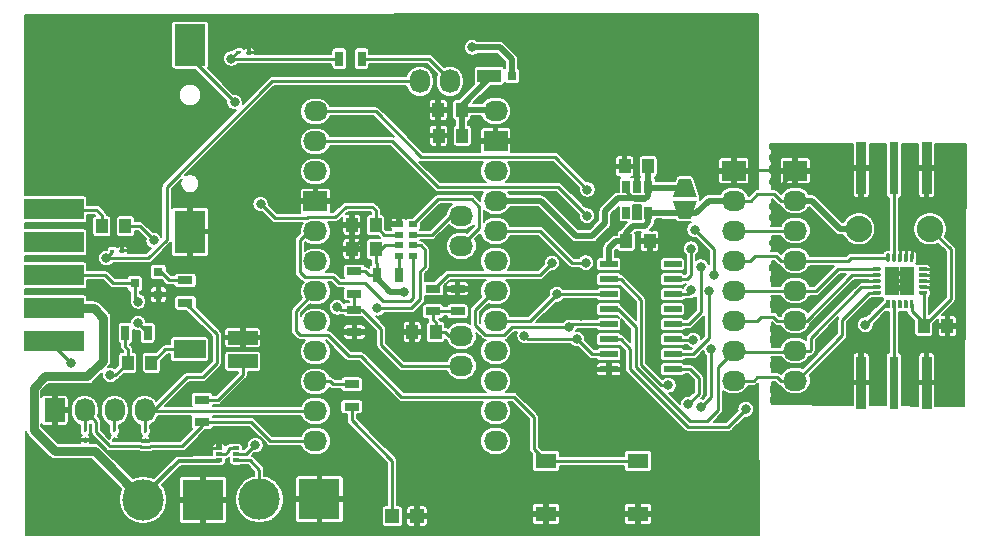
<source format=gbr>
G04 #@! TF.GenerationSoftware,KiCad,Pcbnew,(5.1.8-0-10_14)*
G04 #@! TF.CreationDate,2020-12-09T17:55:20-05:00*
G04 #@! TF.ProjectId,Arducon,41726475-636f-46e2-9e6b-696361645f70,rev?*
G04 #@! TF.SameCoordinates,Original*
G04 #@! TF.FileFunction,Copper,L1,Top*
G04 #@! TF.FilePolarity,Positive*
%FSLAX46Y46*%
G04 Gerber Fmt 4.6, Leading zero omitted, Abs format (unit mm)*
G04 Created by KiCad (PCBNEW (5.1.8-0-10_14)) date 2020-12-09 17:55:20*
%MOMM*%
%LPD*%
G01*
G04 APERTURE LIST*
G04 #@! TA.AperFunction,SMDPad,CuDef*
%ADD10R,1.250000X1.250000*%
G04 #@! TD*
G04 #@! TA.AperFunction,ComponentPad*
%ADD11R,1.727200X2.032000*%
G04 #@! TD*
G04 #@! TA.AperFunction,ComponentPad*
%ADD12O,1.727200X2.032000*%
G04 #@! TD*
G04 #@! TA.AperFunction,ComponentPad*
%ADD13C,2.235200*%
G04 #@! TD*
G04 #@! TA.AperFunction,SMDPad,CuDef*
%ADD14R,1.000000X1.250000*%
G04 #@! TD*
G04 #@! TA.AperFunction,SMDPad,CuDef*
%ADD15R,0.700000X1.300000*%
G04 #@! TD*
G04 #@! TA.AperFunction,SMDPad,CuDef*
%ADD16R,1.300000X0.700000*%
G04 #@! TD*
G04 #@! TA.AperFunction,ComponentPad*
%ADD17C,5.000000*%
G04 #@! TD*
G04 #@! TA.AperFunction,ComponentPad*
%ADD18O,2.032000X1.727200*%
G04 #@! TD*
G04 #@! TA.AperFunction,ComponentPad*
%ADD19R,2.032000X1.727200*%
G04 #@! TD*
G04 #@! TA.AperFunction,SMDPad,CuDef*
%ADD20R,0.812800X4.500000*%
G04 #@! TD*
G04 #@! TA.AperFunction,SMDPad,CuDef*
%ADD21R,0.760000X4.500000*%
G04 #@! TD*
G04 #@! TA.AperFunction,SMDPad,CuDef*
%ADD22R,0.800000X0.500000*%
G04 #@! TD*
G04 #@! TA.AperFunction,SMDPad,CuDef*
%ADD23R,2.600000X3.660000*%
G04 #@! TD*
G04 #@! TA.AperFunction,SMDPad,CuDef*
%ADD24R,2.600000X3.540000*%
G04 #@! TD*
G04 #@! TA.AperFunction,SMDPad,CuDef*
%ADD25R,1.198880X1.198880*%
G04 #@! TD*
G04 #@! TA.AperFunction,ConnectorPad*
%ADD26R,5.080000X1.778000*%
G04 #@! TD*
G04 #@! TA.AperFunction,ComponentPad*
%ADD27R,3.500120X3.500120*%
G04 #@! TD*
G04 #@! TA.AperFunction,ComponentPad*
%ADD28C,3.500120*%
G04 #@! TD*
G04 #@! TA.AperFunction,SMDPad,CuDef*
%ADD29R,0.800100X0.800100*%
G04 #@! TD*
G04 #@! TA.AperFunction,SMDPad,CuDef*
%ADD30R,0.551180X0.299720*%
G04 #@! TD*
G04 #@! TA.AperFunction,SMDPad,CuDef*
%ADD31R,2.700000X1.600000*%
G04 #@! TD*
G04 #@! TA.AperFunction,SMDPad,CuDef*
%ADD32R,2.500000X1.200000*%
G04 #@! TD*
G04 #@! TA.AperFunction,SMDPad,CuDef*
%ADD33C,0.100000*%
G04 #@! TD*
G04 #@! TA.AperFunction,SMDPad,CuDef*
%ADD34R,1.750000X1.300000*%
G04 #@! TD*
G04 #@! TA.AperFunction,SMDPad,CuDef*
%ADD35R,0.650000X1.060000*%
G04 #@! TD*
G04 #@! TA.AperFunction,SMDPad,CuDef*
%ADD36R,1.500000X0.600000*%
G04 #@! TD*
G04 #@! TA.AperFunction,SMDPad,CuDef*
%ADD37R,0.800000X0.800000*%
G04 #@! TD*
G04 #@! TA.AperFunction,SMDPad,CuDef*
%ADD38R,2.000000X1.100000*%
G04 #@! TD*
G04 #@! TA.AperFunction,SMDPad,CuDef*
%ADD39R,0.360000X0.250000*%
G04 #@! TD*
G04 #@! TA.AperFunction,SMDPad,CuDef*
%ADD40R,0.250000X0.360000*%
G04 #@! TD*
G04 #@! TA.AperFunction,ViaPad*
%ADD41C,0.450000*%
G04 #@! TD*
G04 #@! TA.AperFunction,ViaPad*
%ADD42C,0.800000*%
G04 #@! TD*
G04 #@! TA.AperFunction,Conductor*
%ADD43C,0.250000*%
G04 #@! TD*
G04 #@! TA.AperFunction,Conductor*
%ADD44C,0.500000*%
G04 #@! TD*
G04 #@! TA.AperFunction,Conductor*
%ADD45C,0.350000*%
G04 #@! TD*
G04 #@! TA.AperFunction,Conductor*
%ADD46C,0.750000*%
G04 #@! TD*
G04 #@! TA.AperFunction,Conductor*
%ADD47C,0.200000*%
G04 #@! TD*
G04 #@! TA.AperFunction,Conductor*
%ADD48C,0.100000*%
G04 #@! TD*
G04 APERTURE END LIST*
G04 #@! TA.AperFunction,SMDPad,CuDef*
G36*
G01*
X162645000Y-111300000D02*
X162495000Y-111300000D01*
G75*
G02*
X162420000Y-111225000I0J75000D01*
G01*
X162420000Y-110645000D01*
G75*
G02*
X162495000Y-110570000I75000J0D01*
G01*
X162645000Y-110570000D01*
G75*
G02*
X162720000Y-110645000I0J-75000D01*
G01*
X162720000Y-111225000D01*
G75*
G02*
X162645000Y-111300000I-75000J0D01*
G01*
G37*
G04 #@! TD.AperFunction*
G04 #@! TA.AperFunction,SMDPad,CuDef*
G36*
G01*
X163145000Y-111300000D02*
X162995000Y-111300000D01*
G75*
G02*
X162920000Y-111225000I0J75000D01*
G01*
X162920000Y-110645000D01*
G75*
G02*
X162995000Y-110570000I75000J0D01*
G01*
X163145000Y-110570000D01*
G75*
G02*
X163220000Y-110645000I0J-75000D01*
G01*
X163220000Y-111225000D01*
G75*
G02*
X163145000Y-111300000I-75000J0D01*
G01*
G37*
G04 #@! TD.AperFunction*
G04 #@! TA.AperFunction,SMDPad,CuDef*
G36*
G01*
X163645000Y-111300000D02*
X163495000Y-111300000D01*
G75*
G02*
X163420000Y-111225000I0J75000D01*
G01*
X163420000Y-110645000D01*
G75*
G02*
X163495000Y-110570000I75000J0D01*
G01*
X163645000Y-110570000D01*
G75*
G02*
X163720000Y-110645000I0J-75000D01*
G01*
X163720000Y-111225000D01*
G75*
G02*
X163645000Y-111300000I-75000J0D01*
G01*
G37*
G04 #@! TD.AperFunction*
G04 #@! TA.AperFunction,SMDPad,CuDef*
G36*
G01*
X164145000Y-111300000D02*
X163995000Y-111300000D01*
G75*
G02*
X163920000Y-111225000I0J75000D01*
G01*
X163920000Y-110645000D01*
G75*
G02*
X163995000Y-110570000I75000J0D01*
G01*
X164145000Y-110570000D01*
G75*
G02*
X164220000Y-110645000I0J-75000D01*
G01*
X164220000Y-111225000D01*
G75*
G02*
X164145000Y-111300000I-75000J0D01*
G01*
G37*
G04 #@! TD.AperFunction*
G04 #@! TA.AperFunction,SMDPad,CuDef*
G36*
G01*
X164645000Y-111300000D02*
X164495000Y-111300000D01*
G75*
G02*
X164420000Y-111225000I0J75000D01*
G01*
X164420000Y-110645000D01*
G75*
G02*
X164495000Y-110570000I75000J0D01*
G01*
X164645000Y-110570000D01*
G75*
G02*
X164720000Y-110645000I0J-75000D01*
G01*
X164720000Y-111225000D01*
G75*
G02*
X164645000Y-111300000I-75000J0D01*
G01*
G37*
G04 #@! TD.AperFunction*
G04 #@! TA.AperFunction,SMDPad,CuDef*
G36*
G01*
X165900000Y-109895000D02*
X165900000Y-110045000D01*
G75*
G02*
X165825000Y-110120000I-75000J0D01*
G01*
X165245000Y-110120000D01*
G75*
G02*
X165170000Y-110045000I0J75000D01*
G01*
X165170000Y-109895000D01*
G75*
G02*
X165245000Y-109820000I75000J0D01*
G01*
X165825000Y-109820000D01*
G75*
G02*
X165900000Y-109895000I0J-75000D01*
G01*
G37*
G04 #@! TD.AperFunction*
G04 #@! TA.AperFunction,SMDPad,CuDef*
G36*
G01*
X165900000Y-109395000D02*
X165900000Y-109545000D01*
G75*
G02*
X165825000Y-109620000I-75000J0D01*
G01*
X165245000Y-109620000D01*
G75*
G02*
X165170000Y-109545000I0J75000D01*
G01*
X165170000Y-109395000D01*
G75*
G02*
X165245000Y-109320000I75000J0D01*
G01*
X165825000Y-109320000D01*
G75*
G02*
X165900000Y-109395000I0J-75000D01*
G01*
G37*
G04 #@! TD.AperFunction*
G04 #@! TA.AperFunction,SMDPad,CuDef*
G36*
G01*
X165900000Y-108895000D02*
X165900000Y-109045000D01*
G75*
G02*
X165825000Y-109120000I-75000J0D01*
G01*
X165245000Y-109120000D01*
G75*
G02*
X165170000Y-109045000I0J75000D01*
G01*
X165170000Y-108895000D01*
G75*
G02*
X165245000Y-108820000I75000J0D01*
G01*
X165825000Y-108820000D01*
G75*
G02*
X165900000Y-108895000I0J-75000D01*
G01*
G37*
G04 #@! TD.AperFunction*
G04 #@! TA.AperFunction,SMDPad,CuDef*
G36*
G01*
X165900000Y-108395000D02*
X165900000Y-108545000D01*
G75*
G02*
X165825000Y-108620000I-75000J0D01*
G01*
X165245000Y-108620000D01*
G75*
G02*
X165170000Y-108545000I0J75000D01*
G01*
X165170000Y-108395000D01*
G75*
G02*
X165245000Y-108320000I75000J0D01*
G01*
X165825000Y-108320000D01*
G75*
G02*
X165900000Y-108395000I0J-75000D01*
G01*
G37*
G04 #@! TD.AperFunction*
G04 #@! TA.AperFunction,SMDPad,CuDef*
G36*
G01*
X165900000Y-107895000D02*
X165900000Y-108045000D01*
G75*
G02*
X165825000Y-108120000I-75000J0D01*
G01*
X165245000Y-108120000D01*
G75*
G02*
X165170000Y-108045000I0J75000D01*
G01*
X165170000Y-107895000D01*
G75*
G02*
X165245000Y-107820000I75000J0D01*
G01*
X165825000Y-107820000D01*
G75*
G02*
X165900000Y-107895000I0J-75000D01*
G01*
G37*
G04 #@! TD.AperFunction*
G04 #@! TA.AperFunction,SMDPad,CuDef*
G36*
G01*
X164645000Y-107370000D02*
X164495000Y-107370000D01*
G75*
G02*
X164420000Y-107295000I0J75000D01*
G01*
X164420000Y-106715000D01*
G75*
G02*
X164495000Y-106640000I75000J0D01*
G01*
X164645000Y-106640000D01*
G75*
G02*
X164720000Y-106715000I0J-75000D01*
G01*
X164720000Y-107295000D01*
G75*
G02*
X164645000Y-107370000I-75000J0D01*
G01*
G37*
G04 #@! TD.AperFunction*
G04 #@! TA.AperFunction,SMDPad,CuDef*
G36*
G01*
X164145000Y-107370000D02*
X163995000Y-107370000D01*
G75*
G02*
X163920000Y-107295000I0J75000D01*
G01*
X163920000Y-106715000D01*
G75*
G02*
X163995000Y-106640000I75000J0D01*
G01*
X164145000Y-106640000D01*
G75*
G02*
X164220000Y-106715000I0J-75000D01*
G01*
X164220000Y-107295000D01*
G75*
G02*
X164145000Y-107370000I-75000J0D01*
G01*
G37*
G04 #@! TD.AperFunction*
G04 #@! TA.AperFunction,SMDPad,CuDef*
G36*
G01*
X163645000Y-107370000D02*
X163495000Y-107370000D01*
G75*
G02*
X163420000Y-107295000I0J75000D01*
G01*
X163420000Y-106715000D01*
G75*
G02*
X163495000Y-106640000I75000J0D01*
G01*
X163645000Y-106640000D01*
G75*
G02*
X163720000Y-106715000I0J-75000D01*
G01*
X163720000Y-107295000D01*
G75*
G02*
X163645000Y-107370000I-75000J0D01*
G01*
G37*
G04 #@! TD.AperFunction*
G04 #@! TA.AperFunction,SMDPad,CuDef*
G36*
G01*
X163145000Y-107370000D02*
X162995000Y-107370000D01*
G75*
G02*
X162920000Y-107295000I0J75000D01*
G01*
X162920000Y-106715000D01*
G75*
G02*
X162995000Y-106640000I75000J0D01*
G01*
X163145000Y-106640000D01*
G75*
G02*
X163220000Y-106715000I0J-75000D01*
G01*
X163220000Y-107295000D01*
G75*
G02*
X163145000Y-107370000I-75000J0D01*
G01*
G37*
G04 #@! TD.AperFunction*
G04 #@! TA.AperFunction,SMDPad,CuDef*
G36*
G01*
X162645000Y-107370000D02*
X162495000Y-107370000D01*
G75*
G02*
X162420000Y-107295000I0J75000D01*
G01*
X162420000Y-106715000D01*
G75*
G02*
X162495000Y-106640000I75000J0D01*
G01*
X162645000Y-106640000D01*
G75*
G02*
X162720000Y-106715000I0J-75000D01*
G01*
X162720000Y-107295000D01*
G75*
G02*
X162645000Y-107370000I-75000J0D01*
G01*
G37*
G04 #@! TD.AperFunction*
G04 #@! TA.AperFunction,SMDPad,CuDef*
G36*
G01*
X161970000Y-107895000D02*
X161970000Y-108045000D01*
G75*
G02*
X161895000Y-108120000I-75000J0D01*
G01*
X161315000Y-108120000D01*
G75*
G02*
X161240000Y-108045000I0J75000D01*
G01*
X161240000Y-107895000D01*
G75*
G02*
X161315000Y-107820000I75000J0D01*
G01*
X161895000Y-107820000D01*
G75*
G02*
X161970000Y-107895000I0J-75000D01*
G01*
G37*
G04 #@! TD.AperFunction*
G04 #@! TA.AperFunction,SMDPad,CuDef*
G36*
G01*
X161970000Y-108395000D02*
X161970000Y-108545000D01*
G75*
G02*
X161895000Y-108620000I-75000J0D01*
G01*
X161315000Y-108620000D01*
G75*
G02*
X161240000Y-108545000I0J75000D01*
G01*
X161240000Y-108395000D01*
G75*
G02*
X161315000Y-108320000I75000J0D01*
G01*
X161895000Y-108320000D01*
G75*
G02*
X161970000Y-108395000I0J-75000D01*
G01*
G37*
G04 #@! TD.AperFunction*
G04 #@! TA.AperFunction,SMDPad,CuDef*
G36*
G01*
X161970000Y-108895000D02*
X161970000Y-109045000D01*
G75*
G02*
X161895000Y-109120000I-75000J0D01*
G01*
X161315000Y-109120000D01*
G75*
G02*
X161240000Y-109045000I0J75000D01*
G01*
X161240000Y-108895000D01*
G75*
G02*
X161315000Y-108820000I75000J0D01*
G01*
X161895000Y-108820000D01*
G75*
G02*
X161970000Y-108895000I0J-75000D01*
G01*
G37*
G04 #@! TD.AperFunction*
G04 #@! TA.AperFunction,SMDPad,CuDef*
G36*
G01*
X161970000Y-109395000D02*
X161970000Y-109545000D01*
G75*
G02*
X161895000Y-109620000I-75000J0D01*
G01*
X161315000Y-109620000D01*
G75*
G02*
X161240000Y-109545000I0J75000D01*
G01*
X161240000Y-109395000D01*
G75*
G02*
X161315000Y-109320000I75000J0D01*
G01*
X161895000Y-109320000D01*
G75*
G02*
X161970000Y-109395000I0J-75000D01*
G01*
G37*
G04 #@! TD.AperFunction*
G04 #@! TA.AperFunction,SMDPad,CuDef*
G36*
G01*
X161970000Y-109895000D02*
X161970000Y-110045000D01*
G75*
G02*
X161895000Y-110120000I-75000J0D01*
G01*
X161315000Y-110120000D01*
G75*
G02*
X161240000Y-110045000I0J75000D01*
G01*
X161240000Y-109895000D01*
G75*
G02*
X161315000Y-109820000I75000J0D01*
G01*
X161895000Y-109820000D01*
G75*
G02*
X161970000Y-109895000I0J-75000D01*
G01*
G37*
G04 #@! TD.AperFunction*
D10*
X164195000Y-108345000D03*
X162945000Y-108345000D03*
X164195000Y-109595000D03*
X162945000Y-109595000D03*
D11*
X92020000Y-119920000D03*
D12*
X94560000Y-119920000D03*
X97100000Y-119920000D03*
X99640000Y-119920000D03*
D13*
X160080000Y-104550000D03*
X166130000Y-104550000D03*
D14*
X122270000Y-113300000D03*
X124270000Y-113300000D03*
X117180000Y-106270000D03*
X119180000Y-106270000D03*
X98000000Y-104340000D03*
X96000000Y-104340000D03*
X126480000Y-94490000D03*
X124480000Y-94490000D03*
X142270000Y-99270000D03*
X140270000Y-99270000D03*
X140390000Y-105600000D03*
X142390000Y-105600000D03*
X100200000Y-115890000D03*
X98200000Y-115890000D03*
X117180000Y-104240000D03*
X119180000Y-104240000D03*
X126510000Y-96670000D03*
X124510000Y-96670000D03*
X167600000Y-112780000D03*
X165600000Y-112780000D03*
D15*
X121190000Y-108480000D03*
X119290000Y-108480000D03*
D16*
X124060000Y-111530000D03*
X124060000Y-109630000D03*
X117390000Y-110050000D03*
X117390000Y-108150000D03*
X117390000Y-113290000D03*
X117390000Y-111390000D03*
X117150000Y-117710000D03*
X117150000Y-119610000D03*
X103080000Y-108930000D03*
X103080000Y-110830000D03*
X104490000Y-119020000D03*
X104490000Y-120920000D03*
D15*
X98000000Y-113360000D03*
X99900000Y-113360000D03*
D16*
X126120000Y-109630000D03*
X126120000Y-111530000D03*
D17*
X93300000Y-127000000D03*
X147500000Y-127000000D03*
X147500000Y-90000000D03*
X93300000Y-90000000D03*
D18*
X126430000Y-113630000D03*
X126430000Y-116170000D03*
X126430000Y-106010000D03*
X126430000Y-103470000D03*
X129350000Y-122520000D03*
X129350000Y-119980000D03*
X114095100Y-122520000D03*
X114095100Y-119980000D03*
X129350000Y-117440000D03*
X129350000Y-114900000D03*
X129350000Y-112360000D03*
X129350000Y-109820000D03*
X129350000Y-107280000D03*
X129350000Y-104740000D03*
X129350000Y-102200000D03*
X129350000Y-99660000D03*
D19*
X129350000Y-97120000D03*
D18*
X129340000Y-94580000D03*
X114095100Y-117465400D03*
X114095100Y-114925400D03*
X114095100Y-112385400D03*
X114095100Y-109845400D03*
X114095100Y-107305400D03*
X114095100Y-104765400D03*
D19*
X114095100Y-102225400D03*
D18*
X114095100Y-99685400D03*
X114095100Y-97145400D03*
X114100000Y-94605400D03*
D12*
X125472850Y-92065150D03*
X122932850Y-92065150D03*
D20*
X160300000Y-117570000D03*
D21*
X163070000Y-117570000D03*
D20*
X165840000Y-117570000D03*
X165840000Y-99400000D03*
D21*
X163070000Y-99400000D03*
D20*
X160300000Y-99400000D03*
D22*
X122340000Y-104170000D03*
X122340000Y-105070000D03*
X122340000Y-105970000D03*
X122340000Y-106870000D03*
X121140000Y-104170000D03*
X121140000Y-105070000D03*
X121140000Y-105970000D03*
X121140000Y-106870000D03*
D23*
X103460000Y-104800000D03*
D24*
X103460000Y-89000000D03*
D25*
X120590980Y-128880000D03*
X122689020Y-128880000D03*
D26*
X91940000Y-105706000D03*
X91940000Y-108500000D03*
X91940000Y-111294000D03*
X91940000Y-114088000D03*
X91940000Y-102912000D03*
D27*
X104580000Y-127500000D03*
D28*
X99500000Y-127500000D03*
D29*
X100790760Y-110120000D03*
X100790760Y-108220000D03*
X98791780Y-109170000D03*
D30*
X105911180Y-124150380D03*
X105911180Y-123650000D03*
X105911180Y-123149620D03*
X107348820Y-123149620D03*
X107348820Y-123650000D03*
X107348820Y-124150380D03*
D31*
X103430000Y-114770000D03*
D32*
X107930000Y-115770000D03*
X107930000Y-113770000D03*
G04 #@! TA.AperFunction,SMDPad,CuDef*
D33*
G36*
X146380570Y-101844570D02*
G01*
X144379430Y-101844570D01*
X144879430Y-100343430D01*
X145880570Y-100343430D01*
X146380570Y-101844570D01*
G37*
G04 #@! TD.AperFunction*
G04 #@! TA.AperFunction,SMDPad,CuDef*
G36*
X144368000Y-102164000D02*
G01*
X146392000Y-102164000D01*
X145892000Y-103688000D01*
X144868000Y-103688000D01*
X144368000Y-102164000D01*
G37*
G04 #@! TD.AperFunction*
D34*
X141410000Y-124210000D03*
X133610000Y-124210000D03*
X133610000Y-128710000D03*
X141410000Y-128710000D03*
D35*
X142280000Y-100980000D03*
X141330000Y-100980000D03*
X140380000Y-100980000D03*
X140380000Y-103180000D03*
X142280000Y-103180000D03*
D36*
X138930000Y-107565000D03*
X138930000Y-108835000D03*
X138930000Y-110105000D03*
X138930000Y-111375000D03*
X138930000Y-112645000D03*
X138930000Y-113915000D03*
X138930000Y-115185000D03*
X138930000Y-116455000D03*
X144330000Y-116455000D03*
X144330000Y-115185000D03*
X144330000Y-113915000D03*
X144330000Y-112645000D03*
X144330000Y-111375000D03*
X144330000Y-110105000D03*
X144330000Y-108835000D03*
X144330000Y-107565000D03*
D37*
X130700000Y-91590000D03*
D38*
X128800000Y-91590000D03*
D19*
X149520000Y-99640000D03*
D18*
X149520000Y-102180000D03*
X149520000Y-104720000D03*
X149520000Y-107260000D03*
X149520000Y-109800000D03*
X149520000Y-112340000D03*
X149520000Y-114880000D03*
X149520000Y-117420000D03*
X154710000Y-117420000D03*
X154710000Y-114880000D03*
X154710000Y-112340000D03*
X154710000Y-109800000D03*
X154710000Y-107260000D03*
X154710000Y-104720000D03*
X154710000Y-102180000D03*
D19*
X154710000Y-99640000D03*
D27*
X114430000Y-127450000D03*
D28*
X109350000Y-127450000D03*
D39*
X96905000Y-106400000D03*
X97745000Y-106400000D03*
X108495000Y-89625000D03*
X107655000Y-89625000D03*
D40*
X94600000Y-121605000D03*
X94600000Y-122445000D03*
X97075000Y-122470000D03*
X97075000Y-121630000D03*
X99700000Y-121655000D03*
X99700000Y-122495000D03*
D15*
X118000000Y-90150000D03*
X116100000Y-90150000D03*
D41*
X162790000Y-108160000D03*
X164400000Y-108160000D03*
X164400000Y-109790000D03*
D42*
X162310000Y-114510000D03*
X163819999Y-114510000D03*
X162310000Y-113499998D03*
X163819999Y-113469999D03*
X104890000Y-123100000D03*
X103830000Y-123399861D03*
X101930000Y-123685000D03*
X104940000Y-122090000D03*
X106100000Y-121710000D03*
X121615000Y-103060000D03*
X122652347Y-102832347D03*
X123410000Y-102020000D03*
X123190000Y-100840000D03*
X122370000Y-101710000D03*
X116018050Y-104263918D03*
X116020000Y-105520000D03*
X116040000Y-106780000D03*
X116040000Y-107920000D03*
X118221410Y-105251907D03*
X153301742Y-101003841D03*
X153310000Y-103440000D03*
X153310000Y-105980000D03*
X153280000Y-108510000D03*
X153270000Y-111050000D03*
X153270000Y-113600000D03*
X153270000Y-116190000D03*
X153240000Y-118690000D03*
X156100000Y-118740000D03*
X158770000Y-118730000D03*
X158770000Y-116360000D03*
X159700000Y-114540000D03*
X161090000Y-114530000D03*
X156760000Y-104820000D03*
X163855000Y-104610000D03*
X163855000Y-103569999D03*
X163855000Y-102459998D03*
X162295000Y-103539999D03*
X162295000Y-104580000D03*
X162295000Y-102410000D03*
X163855000Y-105550000D03*
X162295000Y-105565000D03*
X162310000Y-112509998D03*
X163830000Y-112499998D03*
X124740000Y-99850000D03*
X125880000Y-99850000D03*
X127230000Y-99850000D03*
X122260000Y-99900000D03*
X121373848Y-98976152D03*
X120393848Y-97996152D03*
X119932347Y-96387653D03*
X123760000Y-104070000D03*
X141300000Y-97730000D03*
X142500000Y-97730000D03*
X143680000Y-98170000D03*
X143680000Y-99330000D03*
X140000000Y-97730000D03*
X138760000Y-98190000D03*
X141340000Y-103190000D03*
X137280000Y-116460000D03*
X136187005Y-116213000D03*
X134810000Y-117040000D03*
X135920000Y-118220000D03*
X137020000Y-119340000D03*
X138480000Y-119835000D03*
X121040000Y-113030000D03*
X121070000Y-114400000D03*
X122040000Y-115350000D03*
X123440000Y-115350000D03*
X156599840Y-108400160D03*
X139275000Y-101050000D03*
X137550000Y-98875000D03*
X136725000Y-99725000D03*
X135600000Y-100850000D03*
X137027444Y-102372138D03*
X139325000Y-104550000D03*
X138565000Y-105349888D03*
X134845000Y-102425000D03*
X135825000Y-103400000D03*
X134895000Y-105175000D03*
X136575000Y-106175000D03*
X137700000Y-106650000D03*
X137500000Y-109200000D03*
X137500000Y-110975000D03*
X136600000Y-111920000D03*
X135525000Y-110925000D03*
X135900000Y-109125000D03*
D41*
X162810000Y-109780000D03*
D42*
X167080000Y-108010000D03*
X167090000Y-109010000D03*
X167110000Y-110060000D03*
X166420000Y-110800000D03*
X160819847Y-111479847D03*
X166760000Y-106850000D03*
D41*
X163580000Y-108950000D03*
D42*
X107240000Y-93830000D03*
X109440000Y-102460000D03*
X93380000Y-115940000D03*
X96730000Y-116930000D03*
X121615000Y-109880000D03*
X100400000Y-105530000D03*
X115910000Y-111210000D03*
X127360000Y-89200000D03*
X134120000Y-107440000D03*
X99080000Y-110714000D03*
X137120000Y-101230000D03*
X146200000Y-104630000D03*
X147800000Y-108460000D03*
X145910000Y-109770000D03*
X137070000Y-103440000D03*
X146770000Y-119620000D03*
X147620000Y-114763000D03*
X146080000Y-113970000D03*
X136990000Y-107420000D03*
X145660000Y-119420000D03*
X131790000Y-113600000D03*
X136240000Y-113900000D03*
X135555001Y-112874999D03*
X134524998Y-110105002D03*
X119330000Y-111290000D03*
X109010000Y-122870000D03*
X99080000Y-112546000D03*
X145890000Y-106240000D03*
X160650000Y-112675000D03*
X146715000Y-107755000D03*
X147440000Y-109800000D03*
X150520000Y-119840000D03*
X143960000Y-117800000D03*
X96390006Y-107040000D03*
X106960000Y-90140000D03*
D43*
X164120000Y-108345000D02*
X164100000Y-108325000D01*
X164195000Y-108345000D02*
X164120000Y-108345000D01*
X162310000Y-114510000D02*
X162310000Y-113529998D01*
X162325000Y-113529998D02*
X162295000Y-113499998D01*
X163815000Y-114510000D02*
X163815000Y-113469999D01*
X149520000Y-99640000D02*
X151290000Y-99640000D01*
X154614999Y-99544999D02*
X154710000Y-99640000D01*
X151385001Y-99544999D02*
X154614999Y-99544999D01*
X151290000Y-99640000D02*
X151385001Y-99544999D01*
X104939620Y-123149620D02*
X104890000Y-123100000D01*
X105911180Y-123149620D02*
X104939620Y-123149620D01*
X101940149Y-123674851D02*
X101930000Y-123685000D01*
X103555010Y-123674851D02*
X101940149Y-123674851D01*
X103830000Y-123399861D02*
X103555010Y-123674851D01*
X105720000Y-122090000D02*
X106100000Y-121710000D01*
X104940000Y-122090000D02*
X105720000Y-122090000D01*
X121140000Y-103535000D02*
X121615000Y-103060000D01*
X121140000Y-104170000D02*
X121140000Y-103535000D01*
X122652347Y-102777653D02*
X123410000Y-102020000D01*
X122652347Y-102832347D02*
X122652347Y-102777653D01*
X123190000Y-100890000D02*
X122370000Y-101710000D01*
X123190000Y-100840000D02*
X123190000Y-100890000D01*
X117180000Y-104240000D02*
X116010000Y-104240000D01*
X116018050Y-104248050D02*
X116018050Y-104263918D01*
X116010000Y-104240000D02*
X116018050Y-104248050D01*
X116018050Y-105518050D02*
X116020000Y-105520000D01*
X116018050Y-104263918D02*
X116018050Y-105518050D01*
X116040000Y-106780000D02*
X116040000Y-107920000D01*
X117203317Y-106270000D02*
X118221410Y-105251907D01*
X117180000Y-106270000D02*
X117203317Y-106270000D01*
X154665583Y-99640000D02*
X153301742Y-101003841D01*
X154710000Y-99640000D02*
X154665583Y-99640000D01*
X156050000Y-118690000D02*
X156100000Y-118740000D01*
X153240000Y-118690000D02*
X156050000Y-118690000D01*
X158770000Y-118730000D02*
X158770000Y-116360000D01*
X161080000Y-114540000D02*
X161090000Y-114530000D01*
X159700000Y-114540000D02*
X161080000Y-114540000D01*
X155600000Y-105980000D02*
X156760000Y-104820000D01*
X153310000Y-105980000D02*
X155600000Y-105980000D01*
X163855000Y-104610000D02*
X163855000Y-103569999D01*
X162295000Y-104580000D02*
X162295000Y-103539999D01*
X162295000Y-104580000D02*
X162295000Y-105565000D01*
X162315000Y-105565000D02*
X162275000Y-105565000D01*
D44*
X141410000Y-128710000D02*
X133610000Y-128710000D01*
D43*
X124740000Y-99850000D02*
X125880000Y-99850000D01*
X123190000Y-100830000D02*
X122260000Y-99900000D01*
X123190000Y-100840000D02*
X123190000Y-100830000D01*
X121373848Y-98976152D02*
X120393848Y-97996152D01*
X119932347Y-96387653D02*
X119990000Y-96330000D01*
X141330000Y-100980000D02*
X141330000Y-100210000D01*
X141330000Y-97780000D02*
X141300000Y-97750000D01*
X141330000Y-100210000D02*
X141330000Y-97780000D01*
X140040000Y-97750000D02*
X140000000Y-97710000D01*
X141300000Y-97750000D02*
X140040000Y-97750000D01*
X138760000Y-98190000D02*
X138760000Y-98810000D01*
X139220000Y-99270000D02*
X140270000Y-99270000D01*
X138760000Y-98810000D02*
X139220000Y-99270000D01*
X137285000Y-116455000D02*
X137280000Y-116460000D01*
X138930000Y-116455000D02*
X137285000Y-116455000D01*
X135637000Y-116213000D02*
X134810000Y-117040000D01*
X136187005Y-116213000D02*
X135637000Y-116213000D01*
X135920000Y-118240000D02*
X137020000Y-119340000D01*
X135920000Y-118220000D02*
X135920000Y-118240000D01*
X121310000Y-113300000D02*
X121040000Y-113030000D01*
X122270000Y-113300000D02*
X121310000Y-113300000D01*
X121090000Y-114400000D02*
X122040000Y-115350000D01*
X121070000Y-114400000D02*
X121090000Y-114400000D01*
X143240000Y-97730000D02*
X143680000Y-98170000D01*
X142500000Y-97730000D02*
X143240000Y-97730000D01*
X138760000Y-100535000D02*
X139275000Y-101050000D01*
X138760000Y-98190000D02*
X138760000Y-100535000D01*
X137550000Y-98900000D02*
X136725000Y-99725000D01*
X137550000Y-98875000D02*
X137550000Y-98900000D01*
X135600000Y-100944694D02*
X137027444Y-102372138D01*
X135600000Y-100850000D02*
X135600000Y-100944694D01*
X139325000Y-104589888D02*
X138565000Y-105349888D01*
X139325000Y-104550000D02*
X139325000Y-104589888D01*
X134850000Y-102425000D02*
X135825000Y-103400000D01*
X134845000Y-102425000D02*
X134850000Y-102425000D01*
X135895000Y-106175000D02*
X136575000Y-106175000D01*
X134895000Y-105175000D02*
X135895000Y-106175000D01*
X137715001Y-106665001D02*
X137715001Y-108215001D01*
X137700000Y-106650000D02*
X137715001Y-106665001D01*
X137500000Y-108430002D02*
X137500000Y-109200000D01*
X137715001Y-108215001D02*
X137500000Y-108430002D01*
X137500000Y-111020000D02*
X136600000Y-111920000D01*
X137500000Y-110975000D02*
X137500000Y-111020000D01*
X160184177Y-108970000D02*
X155574178Y-113579999D01*
X161605000Y-108970000D02*
X160184177Y-108970000D01*
X153290001Y-113579999D02*
X153270000Y-113600000D01*
X155574178Y-113579999D02*
X153290001Y-113579999D01*
X163570000Y-105835000D02*
X163855000Y-105550000D01*
X163570000Y-107005000D02*
X163570000Y-105835000D01*
X164070000Y-105765000D02*
X163855000Y-105550000D01*
X164070000Y-107005000D02*
X164070000Y-105765000D01*
X164570000Y-106265000D02*
X163855000Y-105550000D01*
X164570000Y-107005000D02*
X164570000Y-106265000D01*
X163000000Y-109550000D02*
X162955044Y-109594956D01*
X162955044Y-109594956D02*
X162945044Y-109594956D01*
X166620000Y-108470000D02*
X167080000Y-108010000D01*
X166995000Y-108010000D02*
X167080000Y-108010000D01*
X167040000Y-107970000D02*
X167080000Y-108010000D01*
X165535000Y-107970000D02*
X167040000Y-107970000D01*
X165535000Y-108470000D02*
X166620000Y-108470000D01*
X167080000Y-109000000D02*
X167090000Y-109010000D01*
X167080000Y-108010000D02*
X167080000Y-109000000D01*
X167110000Y-110110000D02*
X166420000Y-110800000D01*
X167110000Y-110060000D02*
X167110000Y-110110000D01*
X167050000Y-108970000D02*
X167090000Y-109010000D01*
X165535000Y-108970000D02*
X167050000Y-108970000D01*
X166520000Y-109470000D02*
X167110000Y-110060000D01*
X165535000Y-109470000D02*
X166520000Y-109470000D01*
X167080000Y-107170000D02*
X166760000Y-106850000D01*
X167080000Y-108010000D02*
X167080000Y-107170000D01*
X103460000Y-90050000D02*
X107240000Y-93830000D01*
X103460000Y-89000000D02*
X103460000Y-90050000D01*
X109440000Y-102460000D02*
X110630000Y-103650000D01*
X113450362Y-103576790D02*
X115786790Y-103576790D01*
X113377152Y-103650000D02*
X113450362Y-103576790D01*
X110630000Y-103650000D02*
X113377152Y-103650000D01*
X115786790Y-103576790D02*
X116643580Y-102720000D01*
X116643580Y-102720000D02*
X118920000Y-102720000D01*
X119180000Y-102980000D02*
X119180000Y-104240000D01*
X118920000Y-102720000D02*
X119180000Y-102980000D01*
X119180000Y-104240000D02*
X119180000Y-104340000D01*
X119910000Y-105070000D02*
X121140000Y-105070000D01*
X119180000Y-104340000D02*
X119910000Y-105070000D01*
X149520000Y-102180000D02*
X150950000Y-102180000D01*
X151495001Y-101634999D02*
X152944999Y-101634999D01*
X150950000Y-102180000D02*
X151495001Y-101634999D01*
X153490000Y-102180000D02*
X154710000Y-102180000D01*
X152944999Y-101634999D02*
X153490000Y-102180000D01*
D44*
X143530000Y-103180000D02*
X143580000Y-103230000D01*
X142280000Y-103180000D02*
X143530000Y-103180000D01*
X138930000Y-107565000D02*
X138930000Y-106190000D01*
X139520000Y-105600000D02*
X140390000Y-105600000D01*
X138930000Y-106190000D02*
X139520000Y-105600000D01*
X140390000Y-105600000D02*
X140390000Y-104910000D01*
X140390000Y-104910000D02*
X141000000Y-104300000D01*
X141000000Y-104300000D02*
X142000000Y-104300000D01*
X142280000Y-104020000D02*
X142280000Y-103180000D01*
X142000000Y-104300000D02*
X142280000Y-104020000D01*
X147390000Y-102180000D02*
X149520000Y-102180000D01*
X146340000Y-103230000D02*
X147390000Y-102180000D01*
X154710000Y-102180000D02*
X156100000Y-102180000D01*
X158470000Y-104550000D02*
X160080000Y-104550000D01*
X156100000Y-102180000D02*
X158470000Y-104550000D01*
X145380000Y-103180000D02*
X145430000Y-103230000D01*
X145380000Y-102926000D02*
X145380000Y-103180000D01*
X145430000Y-103230000D02*
X146340000Y-103230000D01*
X143580000Y-103230000D02*
X145430000Y-103230000D01*
D43*
X100200000Y-115890000D02*
X100270000Y-115890000D01*
X101390000Y-114770000D02*
X103430000Y-114770000D01*
X100270000Y-115890000D02*
X101390000Y-114770000D01*
X91940000Y-114438000D02*
X94222000Y-114438000D01*
X98000000Y-113360000D02*
X98000000Y-114530000D01*
X98200000Y-114730000D02*
X98200000Y-115890000D01*
X98000000Y-114530000D02*
X98200000Y-114730000D01*
X91940000Y-114500000D02*
X93380000Y-115940000D01*
X91940000Y-114088000D02*
X91940000Y-114500000D01*
X97160000Y-116930000D02*
X98200000Y-115890000D01*
X96730000Y-116930000D02*
X97160000Y-116930000D01*
D44*
X142280000Y-99280000D02*
X142270000Y-99270000D01*
X142280000Y-100980000D02*
X142280000Y-99280000D01*
D43*
X140380000Y-100980000D02*
X140380000Y-101390000D01*
X140380000Y-101390000D02*
X141110000Y-102120000D01*
X141110000Y-102120000D02*
X141910000Y-102120000D01*
X119180000Y-106270000D02*
X119670000Y-106270000D01*
X119970000Y-105970000D02*
X121140000Y-105970000D01*
X119670000Y-106270000D02*
X119970000Y-105970000D01*
X119290000Y-108480000D02*
X119290000Y-107500000D01*
X119180000Y-107390000D02*
X119180000Y-106270000D01*
X119290000Y-107500000D02*
X119180000Y-107390000D01*
X117390000Y-108150000D02*
X118320000Y-108150000D01*
X118650000Y-108480000D02*
X119290000Y-108480000D01*
X118320000Y-108150000D02*
X118650000Y-108480000D01*
D44*
X119290000Y-108480000D02*
X119290000Y-108750000D01*
X120420000Y-109880000D02*
X121615000Y-109880000D01*
X119290000Y-108750000D02*
X120420000Y-109880000D01*
X142394000Y-101094000D02*
X142280000Y-100980000D01*
X145380000Y-101094000D02*
X142394000Y-101094000D01*
X139689999Y-101960001D02*
X141935001Y-101960001D01*
X138600000Y-103050000D02*
X139689999Y-101960001D01*
X138600000Y-104075000D02*
X138600000Y-103050000D01*
X141935001Y-101960001D02*
X142002500Y-102027500D01*
X137525000Y-105150000D02*
X138600000Y-104075000D01*
X136120000Y-105150000D02*
X137525000Y-105150000D01*
X133170000Y-102200000D02*
X136120000Y-105150000D01*
X129350000Y-102200000D02*
X133170000Y-102200000D01*
D43*
X142002500Y-102027500D02*
X142280000Y-101750000D01*
X141910000Y-102120000D02*
X142002500Y-102027500D01*
D44*
X142069999Y-101960001D02*
X142280000Y-101750000D01*
X141935001Y-101960001D02*
X142069999Y-101960001D01*
X142280000Y-100980000D02*
X142280000Y-101750000D01*
D43*
X99210000Y-104340000D02*
X100400000Y-105530000D01*
X98000000Y-104340000D02*
X99210000Y-104340000D01*
X115910000Y-111210000D02*
X116060000Y-111210000D01*
X116240000Y-111390000D02*
X117390000Y-111390000D01*
X116060000Y-111210000D02*
X116240000Y-111390000D01*
X117390000Y-111390000D02*
X117390000Y-110050000D01*
X117390000Y-111390000D02*
X118020000Y-111390000D01*
X118020000Y-111390000D02*
X119660000Y-113030000D01*
X119660000Y-113030000D02*
X119660000Y-114410000D01*
X121420000Y-116170000D02*
X126430000Y-116170000D01*
X119660000Y-114410000D02*
X121420000Y-116170000D01*
X91940000Y-102912000D02*
X93732000Y-102912000D01*
X93732000Y-102912000D02*
X93750000Y-102930000D01*
X93750000Y-102930000D02*
X95530000Y-102930000D01*
X96000000Y-103400000D02*
X96000000Y-104340000D01*
X95530000Y-102930000D02*
X96000000Y-103400000D01*
X126430000Y-113630000D02*
X125390000Y-113630000D01*
X125060000Y-113300000D02*
X124270000Y-113300000D01*
X125390000Y-113630000D02*
X125060000Y-113300000D01*
X124270000Y-113300000D02*
X124270000Y-112480000D01*
X124060000Y-112270000D02*
X124060000Y-111530000D01*
X124270000Y-112480000D02*
X124060000Y-112270000D01*
X124060000Y-111530000D02*
X126120000Y-111530000D01*
D44*
X127360000Y-89200000D02*
X129680000Y-89200000D01*
X130700000Y-90220000D02*
X130700000Y-91590000D01*
X129680000Y-89200000D02*
X130700000Y-90220000D01*
D43*
X124060000Y-109630000D02*
X124110000Y-109630000D01*
X133091390Y-108468610D02*
X134120000Y-107440000D01*
X125271390Y-108468610D02*
X133091390Y-108468610D01*
X124110000Y-109630000D02*
X125271390Y-108468610D01*
X117150000Y-119610000D02*
X117150000Y-120780000D01*
X120590980Y-124220980D02*
X120590980Y-128880000D01*
X117150000Y-120780000D02*
X120590980Y-124220980D01*
X163070000Y-111550000D02*
X163070000Y-110935000D01*
X163070000Y-117570000D02*
X163070000Y-111550000D01*
X98771780Y-109190000D02*
X98791780Y-109170000D01*
X98791780Y-110425780D02*
X99080000Y-110714000D01*
X98791780Y-109170000D02*
X98791780Y-110425780D01*
X91940000Y-108500000D02*
X96300000Y-108500000D01*
X96970000Y-109170000D02*
X98791780Y-109170000D01*
X96300000Y-108500000D02*
X96970000Y-109170000D01*
X163070000Y-99400000D02*
X163070000Y-107005000D01*
X114100000Y-94605400D02*
X119175400Y-94605400D01*
X134361390Y-98471390D02*
X137120000Y-101230000D01*
X123041390Y-98471390D02*
X134361390Y-98471390D01*
X119175400Y-94605400D02*
X123041390Y-98471390D01*
X147800000Y-106230000D02*
X147800000Y-108460000D01*
X146200000Y-104630000D02*
X147800000Y-106230000D01*
X145910000Y-109770000D02*
X145910000Y-109800000D01*
X145605000Y-110105000D02*
X144330000Y-110105000D01*
X145910000Y-109800000D02*
X145605000Y-110105000D01*
X114095100Y-97145400D02*
X118845400Y-97145400D01*
X134641390Y-101011390D02*
X137070000Y-103440000D01*
X124434392Y-101011390D02*
X134641390Y-101011390D01*
X120568402Y-97145400D02*
X124434392Y-101011390D01*
X118845400Y-97145400D02*
X120568402Y-97145400D01*
X147620000Y-118770000D02*
X147620000Y-114763000D01*
X146770000Y-119620000D02*
X147620000Y-118770000D01*
X144385000Y-113970000D02*
X144330000Y-113915000D01*
X146080000Y-113970000D02*
X144385000Y-113970000D01*
X145660000Y-119420000D02*
X146540000Y-118540000D01*
X146540000Y-118540000D02*
X146540000Y-117170000D01*
X145825000Y-116455000D02*
X144330000Y-116455000D01*
X146540000Y-117170000D02*
X145825000Y-116455000D01*
X133140000Y-104740000D02*
X135820000Y-107420000D01*
X135820000Y-107420000D02*
X136990000Y-107420000D01*
X129350000Y-104740000D02*
X133140000Y-104740000D01*
X138930000Y-115185000D02*
X137525000Y-115185000D01*
X132090000Y-113900000D02*
X131790000Y-113600000D01*
X136240000Y-113900000D02*
X132090000Y-113900000D01*
X137525000Y-115185000D02*
X136240000Y-113900000D01*
X129350000Y-109820000D02*
X129210000Y-109820000D01*
X129210000Y-109820000D02*
X127600000Y-111430000D01*
X127600000Y-111430000D02*
X127600000Y-112660000D01*
X128488610Y-113548610D02*
X130071390Y-113548610D01*
X127600000Y-112660000D02*
X128488610Y-113548610D01*
X130071390Y-113548610D02*
X130745001Y-112874999D01*
X135785000Y-112645000D02*
X138930000Y-112645000D01*
X135555001Y-112874999D02*
X135785000Y-112645000D01*
X134395001Y-112874999D02*
X135555001Y-112874999D01*
X130745001Y-112874999D02*
X134395001Y-112874999D01*
X129350000Y-112360000D02*
X132270000Y-112360000D01*
X134525000Y-110105000D02*
X138930000Y-110105000D01*
X132270000Y-112360000D02*
X134525000Y-110105000D01*
X114095100Y-122520000D02*
X110270000Y-122520000D01*
X108670000Y-120920000D02*
X104490000Y-120920000D01*
X110270000Y-122520000D02*
X108670000Y-120920000D01*
X94600000Y-119960000D02*
X94560000Y-119920000D01*
X94600000Y-121605000D02*
X94600000Y-119960000D01*
X95525000Y-121800000D02*
X95525000Y-120885000D01*
X96624999Y-122899999D02*
X95525000Y-121800000D01*
X96689999Y-122975001D02*
X96624999Y-122910001D01*
X97460001Y-122975001D02*
X96689999Y-122975001D01*
X97475002Y-122960000D02*
X97460001Y-122975001D01*
X100085001Y-123000001D02*
X99314999Y-123000001D01*
X102800000Y-122960000D02*
X100125002Y-122960000D01*
X99274998Y-122960000D02*
X97475002Y-122960000D01*
X99314999Y-123000001D02*
X99274998Y-122960000D01*
X95525000Y-120885000D02*
X94560000Y-119920000D01*
X100125002Y-122960000D02*
X100085001Y-123000001D01*
X96624999Y-122910001D02*
X96624999Y-122899999D01*
X104490000Y-121270000D02*
X102800000Y-122960000D01*
X104490000Y-120920000D02*
X104490000Y-121270000D01*
X97075000Y-119945000D02*
X97100000Y-119920000D01*
X97075000Y-121630000D02*
X97075000Y-119945000D01*
X99640000Y-119920000D02*
X100070000Y-119920000D01*
X114095100Y-119980000D02*
X99700000Y-119980000D01*
X99640000Y-119920000D02*
X100420000Y-119920000D01*
X100420000Y-119920000D02*
X103250000Y-117090000D01*
X103250000Y-117090000D02*
X104570000Y-117090000D01*
X104570000Y-117090000D02*
X105720000Y-115940000D01*
X105720000Y-113470000D02*
X103080000Y-110830000D01*
X105720000Y-115940000D02*
X105720000Y-113470000D01*
X99700000Y-119980000D02*
X99640000Y-119920000D01*
X99700000Y-121655000D02*
X99700000Y-119980000D01*
X122340000Y-106870000D02*
X122340000Y-110420000D01*
X122340000Y-110420000D02*
X122100000Y-110660000D01*
X122100000Y-110660000D02*
X119840000Y-110660000D01*
X119840000Y-110660000D02*
X118320000Y-109140000D01*
X118320000Y-109140000D02*
X116100000Y-109140000D01*
X115616790Y-108656790D02*
X113206790Y-108656790D01*
X116100000Y-109140000D02*
X115616790Y-108656790D01*
X112754090Y-108204090D02*
X112754090Y-105544090D01*
X113206790Y-108656790D02*
X112754090Y-108204090D01*
X113532780Y-104765400D02*
X114095100Y-104765400D01*
X112754090Y-105544090D02*
X113532780Y-104765400D01*
X119330000Y-111290000D02*
X122200000Y-111290000D01*
X122200000Y-111290000D02*
X122980000Y-110510000D01*
X122980000Y-110510000D02*
X122980000Y-108160000D01*
X122980000Y-108160000D02*
X123340000Y-107800000D01*
X123340000Y-107800000D02*
X123340000Y-106310000D01*
X123000000Y-105970000D02*
X122340000Y-105970000D01*
X123340000Y-106310000D02*
X123000000Y-105970000D01*
X130881390Y-118791390D02*
X121371390Y-118791390D01*
X132570000Y-120480000D02*
X130881390Y-118791390D01*
X121371390Y-118791390D02*
X117930000Y-115350000D01*
X117930000Y-115350000D02*
X116950000Y-115350000D01*
X115174010Y-113574010D02*
X112824010Y-113574010D01*
X116950000Y-115350000D02*
X115174010Y-113574010D01*
X112824010Y-113574010D02*
X112450000Y-113200000D01*
X112450000Y-111490500D02*
X114095100Y-109845400D01*
X112450000Y-113200000D02*
X112450000Y-111490500D01*
X132570000Y-123170000D02*
X133610000Y-124210000D01*
X132570000Y-120480000D02*
X132570000Y-123170000D01*
X133610000Y-124210000D02*
X141410000Y-124210000D01*
X108230000Y-123650000D02*
X107348820Y-123650000D01*
X109010000Y-122870000D02*
X108230000Y-123650000D01*
X114095100Y-117465400D02*
X115305400Y-117465400D01*
X115550000Y-117710000D02*
X117150000Y-117710000D01*
X115305400Y-117465400D02*
X115550000Y-117710000D01*
X126430000Y-103470000D02*
X125540000Y-103470000D01*
X123940000Y-105070000D02*
X122340000Y-105070000D01*
X125540000Y-103470000D02*
X123940000Y-105070000D01*
X127310000Y-102070000D02*
X124440000Y-102070000D01*
X127910000Y-102670000D02*
X127310000Y-102070000D01*
X124440000Y-102070000D02*
X122340000Y-104170000D01*
X127910000Y-104530000D02*
X127910000Y-102670000D01*
X126430000Y-106010000D02*
X127910000Y-104530000D01*
X100790760Y-108220000D02*
X100980000Y-108220000D01*
X101690000Y-108930000D02*
X103080000Y-108930000D01*
X100980000Y-108220000D02*
X101690000Y-108930000D01*
X106823230Y-123149620D02*
X106680000Y-123292850D01*
X107348820Y-123149620D02*
X106823230Y-123149620D01*
X106680000Y-123292850D02*
X106680000Y-123420000D01*
X106450000Y-123650000D02*
X105911180Y-123650000D01*
X106680000Y-123420000D02*
X106450000Y-123650000D01*
X104490000Y-119020000D02*
X104740000Y-119020000D01*
X104490000Y-119020000D02*
X105820000Y-119020000D01*
X107930000Y-116910000D02*
X107930000Y-115770000D01*
X105820000Y-119020000D02*
X107930000Y-116910000D01*
X99894000Y-113360000D02*
X99080000Y-112546000D01*
X99900000Y-113360000D02*
X99894000Y-113360000D01*
X121190000Y-108480000D02*
X121190000Y-107580000D01*
X121140000Y-107530000D02*
X121140000Y-106870000D01*
X121190000Y-107580000D02*
X121140000Y-107530000D01*
D44*
X128800000Y-91590000D02*
X128800000Y-91800000D01*
X126480000Y-94120000D02*
X126480000Y-94490000D01*
X128800000Y-91800000D02*
X126480000Y-94120000D01*
X126480000Y-96640000D02*
X126510000Y-96670000D01*
X126480000Y-94490000D02*
X126480000Y-96640000D01*
X129250000Y-94490000D02*
X129340000Y-94580000D01*
X126480000Y-94490000D02*
X129250000Y-94490000D01*
D43*
X149520000Y-104720000D02*
X154710000Y-104720000D01*
X145890000Y-108500000D02*
X145890000Y-106240000D01*
X144330000Y-108835000D02*
X145555000Y-108835000D01*
X145555000Y-108835000D02*
X145890000Y-108500000D01*
X162570000Y-110935000D02*
X162390000Y-110935000D01*
X162390000Y-110935000D02*
X160650000Y-112675000D01*
X149520000Y-107260000D02*
X150860000Y-107260000D01*
X151295001Y-106824999D02*
X153064999Y-106824999D01*
X150860000Y-107260000D02*
X151295001Y-106824999D01*
X153500000Y-107260000D02*
X154710000Y-107260000D01*
X153064999Y-106824999D02*
X153500000Y-107260000D01*
X159200000Y-107260000D02*
X159455000Y-107005000D01*
X159455000Y-107005000D02*
X162570000Y-107005000D01*
X154710000Y-107260000D02*
X159200000Y-107260000D01*
X146715000Y-111625000D02*
X146715000Y-107755000D01*
X144330000Y-112645000D02*
X145695000Y-112645000D01*
X145695000Y-112645000D02*
X146715000Y-111625000D01*
X154664999Y-109845001D02*
X154710000Y-109800000D01*
X151805001Y-109845001D02*
X154664999Y-109845001D01*
X151760000Y-109800000D02*
X151805001Y-109845001D01*
X149520000Y-109800000D02*
X151760000Y-109800000D01*
X154710000Y-109800000D02*
X156490000Y-109800000D01*
X158320000Y-107970000D02*
X161605000Y-107970000D01*
X156490000Y-109800000D02*
X158320000Y-107970000D01*
X147370000Y-109870000D02*
X147440000Y-109800000D01*
X147440000Y-109800000D02*
X147440000Y-113820000D01*
X146075000Y-115185000D02*
X144330000Y-115185000D01*
X147440000Y-113820000D02*
X146075000Y-115185000D01*
X151825001Y-111994999D02*
X152844999Y-111994999D01*
X151480000Y-112340000D02*
X151825001Y-111994999D01*
X149520000Y-112340000D02*
X151480000Y-112340000D01*
X153190000Y-112340000D02*
X154710000Y-112340000D01*
X152844999Y-111994999D02*
X153190000Y-112340000D01*
X154710000Y-112340000D02*
X155680000Y-112340000D01*
X159550000Y-108470000D02*
X161605000Y-108470000D01*
X155680000Y-112340000D02*
X159550000Y-108470000D01*
X145597190Y-121300010D02*
X149059990Y-121300010D01*
X140739981Y-116442801D02*
X145597190Y-121300010D01*
X140739981Y-114724981D02*
X140739981Y-116442801D01*
X139930000Y-113915000D02*
X140739981Y-114724981D01*
X149059990Y-121300010D02*
X150520000Y-119840000D01*
X138930000Y-113915000D02*
X139930000Y-113915000D01*
X154604999Y-114985001D02*
X154710000Y-114880000D01*
X149625001Y-114985001D02*
X154604999Y-114985001D01*
X149520000Y-114880000D02*
X149625001Y-114985001D01*
X138930000Y-111375000D02*
X139705000Y-111375000D01*
X141189990Y-116256400D02*
X145783590Y-120850000D01*
X141189990Y-112859990D02*
X141189990Y-116256400D01*
X139705000Y-111375000D02*
X141189990Y-112859990D01*
X145783590Y-120850000D02*
X147260000Y-120850000D01*
X147260000Y-120850000D02*
X148170000Y-119940000D01*
X148170000Y-116230000D02*
X149520000Y-114880000D01*
X148170000Y-119940000D02*
X148170000Y-116230000D01*
X160320587Y-109470000D02*
X161605000Y-109470000D01*
X154710000Y-114880000D02*
X155976000Y-114880000D01*
X156024187Y-113766400D02*
X160320587Y-109470000D01*
X156024187Y-114831813D02*
X156024187Y-113766400D01*
X155976000Y-114880000D02*
X156024187Y-114831813D01*
X149520000Y-117420000D02*
X151180000Y-117420000D01*
X151475000Y-117125000D02*
X153185000Y-117125000D01*
X151180000Y-117420000D02*
X151475000Y-117125000D01*
X153480000Y-117420000D02*
X154710000Y-117420000D01*
X153185000Y-117125000D02*
X153480000Y-117420000D01*
X139930000Y-108835000D02*
X141640000Y-110545000D01*
X138930000Y-108835000D02*
X139930000Y-108835000D01*
X141640000Y-110545000D02*
X141640000Y-116060000D01*
X141640000Y-116060000D02*
X143000000Y-117420000D01*
X143000000Y-117420000D02*
X143000000Y-117430000D01*
X143370000Y-117800000D02*
X143960000Y-117800000D01*
X143000000Y-117430000D02*
X143370000Y-117800000D01*
X158711200Y-112248800D02*
X160990000Y-109970000D01*
X158711200Y-113571200D02*
X158711200Y-112248800D01*
X154862400Y-117420000D02*
X158711200Y-113571200D01*
X160990000Y-109970000D02*
X161605000Y-109970000D01*
X154710000Y-117420000D02*
X154862400Y-117420000D01*
D45*
X99500000Y-127500000D02*
X99500000Y-127220000D01*
X102545139Y-124174861D02*
X105911180Y-124174861D01*
X99500000Y-127220000D02*
X102545139Y-124174861D01*
D46*
X91940000Y-111294000D02*
X95334000Y-111294000D01*
X95334000Y-111294000D02*
X96140000Y-112100000D01*
X96140000Y-112100000D02*
X96140000Y-115710000D01*
X96140000Y-115710000D02*
X94790000Y-117060000D01*
X94790000Y-117060000D02*
X91200000Y-117060000D01*
X91200000Y-117060000D02*
X90220000Y-118040000D01*
X90220000Y-118040000D02*
X90220000Y-121570000D01*
X90220000Y-121570000D02*
X92040000Y-123390000D01*
X95390000Y-123390000D02*
X99500000Y-127500000D01*
X92040000Y-123390000D02*
X95390000Y-123390000D01*
D43*
X101480000Y-105480000D02*
X99920000Y-107040000D01*
X122932850Y-92065150D02*
X110434850Y-92065150D01*
X99920000Y-107040000D02*
X96390006Y-107040000D01*
X110434850Y-92065150D02*
X101480000Y-101020000D01*
X101480000Y-101020000D02*
X101480000Y-105480000D01*
X96375000Y-107024994D02*
X96390006Y-107040000D01*
X96905000Y-106525006D02*
X96390006Y-107040000D01*
X96905000Y-106400000D02*
X96905000Y-106525006D01*
X107000000Y-90180000D02*
X106960000Y-90140000D01*
X107475000Y-89625000D02*
X106960000Y-90140000D01*
X107655000Y-89625000D02*
X107475000Y-89625000D01*
X106970000Y-90150000D02*
X106960000Y-90140000D01*
X116100000Y-90150000D02*
X106970000Y-90150000D01*
X109350000Y-127450000D02*
X109350000Y-124940000D01*
X108560380Y-124150380D02*
X107348820Y-124150380D01*
X109350000Y-124940000D02*
X108560380Y-124150380D01*
X165600000Y-112780000D02*
X165600000Y-112530000D01*
X164570000Y-111500000D02*
X164570000Y-110935000D01*
X165600000Y-112530000D02*
X164570000Y-111500000D01*
X165600000Y-110035000D02*
X165535000Y-109970000D01*
X165600000Y-112780000D02*
X165600000Y-110035000D01*
X167875002Y-110504998D02*
X165600000Y-112780000D01*
X166130000Y-104550000D02*
X167875002Y-106295002D01*
X167875002Y-106295002D02*
X167875002Y-110504998D01*
X118030000Y-90180000D02*
X118000000Y-90150000D01*
X123730000Y-90180000D02*
X118030000Y-90180000D01*
X125472850Y-91922850D02*
X123730000Y-90180000D01*
X125472850Y-92065150D02*
X125472850Y-91922850D01*
D47*
X151573524Y-101209999D02*
X151515868Y-101209999D01*
X151495001Y-101207944D01*
X151474134Y-101209999D01*
X151474127Y-101209999D01*
X151419328Y-101215396D01*
X151411686Y-101216149D01*
X151331573Y-101240451D01*
X151305856Y-101254198D01*
X151257741Y-101279915D01*
X151193027Y-101333025D01*
X151179722Y-101349237D01*
X150773960Y-101755000D01*
X150759437Y-101755000D01*
X150752628Y-101732555D01*
X150644579Y-101530411D01*
X150499170Y-101353230D01*
X150321989Y-101207821D01*
X150119845Y-101099772D01*
X149900505Y-101033236D01*
X149729563Y-101016400D01*
X149310437Y-101016400D01*
X149139495Y-101033236D01*
X148920155Y-101099772D01*
X148718011Y-101207821D01*
X148540830Y-101353230D01*
X148395421Y-101530411D01*
X148342189Y-101630000D01*
X147417007Y-101630000D01*
X147389999Y-101627340D01*
X147362991Y-101630000D01*
X147362982Y-101630000D01*
X147282181Y-101637958D01*
X147178506Y-101669408D01*
X147082958Y-101720479D01*
X147076808Y-101725526D01*
X147020195Y-101771987D01*
X147020190Y-101771992D01*
X146999210Y-101789210D01*
X146981992Y-101810190D01*
X146687504Y-102104678D01*
X146670504Y-102048640D01*
X146642647Y-101996523D01*
X146640815Y-101994290D01*
X146650165Y-101979444D01*
X146671298Y-101924257D01*
X146681258Y-101866008D01*
X146679662Y-101806935D01*
X146666573Y-101749308D01*
X146251653Y-100503600D01*
X148202548Y-100503600D01*
X148208340Y-100562410D01*
X148225495Y-100618961D01*
X148253352Y-100671078D01*
X148290841Y-100716759D01*
X148336522Y-100754248D01*
X148388639Y-100782105D01*
X148445190Y-100799260D01*
X148504000Y-100805052D01*
X149291000Y-100803600D01*
X149366000Y-100728600D01*
X149366000Y-99794000D01*
X149674000Y-99794000D01*
X149674000Y-100728600D01*
X149749000Y-100803600D01*
X150536000Y-100805052D01*
X150594810Y-100799260D01*
X150651361Y-100782105D01*
X150703478Y-100754248D01*
X150749159Y-100716759D01*
X150786648Y-100671078D01*
X150814505Y-100618961D01*
X150831660Y-100562410D01*
X150837452Y-100503600D01*
X150836000Y-99869000D01*
X150761000Y-99794000D01*
X149674000Y-99794000D01*
X149366000Y-99794000D01*
X148279000Y-99794000D01*
X148204000Y-99869000D01*
X148202548Y-100503600D01*
X146251653Y-100503600D01*
X146166573Y-100248168D01*
X146131217Y-100175953D01*
X146093728Y-100130272D01*
X146048047Y-100092783D01*
X145995930Y-100064926D01*
X145939380Y-100047771D01*
X145880570Y-100041979D01*
X144879430Y-100041979D01*
X144799743Y-100052702D01*
X144744556Y-100073835D01*
X144694552Y-100105328D01*
X144651653Y-100145971D01*
X144617507Y-100194202D01*
X144593427Y-100248168D01*
X144494891Y-100544000D01*
X142906451Y-100544000D01*
X142906451Y-100450000D01*
X142900659Y-100391190D01*
X142883504Y-100334640D01*
X142855647Y-100282523D01*
X142830000Y-100251272D01*
X142830000Y-100190298D01*
X142885360Y-100173504D01*
X142937477Y-100145647D01*
X142983158Y-100108158D01*
X143020647Y-100062477D01*
X143048504Y-100010360D01*
X143065659Y-99953810D01*
X143071451Y-99895000D01*
X143071451Y-98776400D01*
X148202548Y-98776400D01*
X148204000Y-99411000D01*
X148279000Y-99486000D01*
X149366000Y-99486000D01*
X149366000Y-98551400D01*
X149674000Y-98551400D01*
X149674000Y-99486000D01*
X150761000Y-99486000D01*
X150836000Y-99411000D01*
X150837452Y-98776400D01*
X150831660Y-98717590D01*
X150814505Y-98661039D01*
X150786648Y-98608922D01*
X150749159Y-98563241D01*
X150703478Y-98525752D01*
X150651361Y-98497895D01*
X150594810Y-98480740D01*
X150536000Y-98474948D01*
X149749000Y-98476400D01*
X149674000Y-98551400D01*
X149366000Y-98551400D01*
X149291000Y-98476400D01*
X148504000Y-98474948D01*
X148445190Y-98480740D01*
X148388639Y-98497895D01*
X148336522Y-98525752D01*
X148290841Y-98563241D01*
X148253352Y-98608922D01*
X148225495Y-98661039D01*
X148208340Y-98717590D01*
X148202548Y-98776400D01*
X143071451Y-98776400D01*
X143071451Y-98645000D01*
X143065659Y-98586190D01*
X143048504Y-98529640D01*
X143020647Y-98477523D01*
X142983158Y-98431842D01*
X142937477Y-98394353D01*
X142885360Y-98366496D01*
X142828810Y-98349341D01*
X142770000Y-98343549D01*
X141770000Y-98343549D01*
X141711190Y-98349341D01*
X141654640Y-98366496D01*
X141602523Y-98394353D01*
X141556842Y-98431842D01*
X141519353Y-98477523D01*
X141491496Y-98529640D01*
X141474341Y-98586190D01*
X141468549Y-98645000D01*
X141468549Y-99895000D01*
X141474341Y-99953810D01*
X141491496Y-100010360D01*
X141519353Y-100062477D01*
X141556842Y-100108158D01*
X141602523Y-100145647D01*
X141609245Y-100149240D01*
X141559000Y-100150000D01*
X141484000Y-100225000D01*
X141484000Y-100826000D01*
X141504000Y-100826000D01*
X141504000Y-101134000D01*
X141484000Y-101134000D01*
X141484000Y-101154000D01*
X141176000Y-101154000D01*
X141176000Y-101134000D01*
X141156000Y-101134000D01*
X141156000Y-100826000D01*
X141176000Y-100826000D01*
X141176000Y-100225000D01*
X141101000Y-100150000D01*
X141005000Y-100148548D01*
X140946190Y-100154340D01*
X140889639Y-100171495D01*
X140854999Y-100190011D01*
X140846292Y-100185357D01*
X140885361Y-100173505D01*
X140937478Y-100145648D01*
X140983159Y-100108159D01*
X141020648Y-100062478D01*
X141048505Y-100010361D01*
X141065660Y-99953810D01*
X141071452Y-99895000D01*
X141070000Y-99499000D01*
X140995000Y-99424000D01*
X140424000Y-99424000D01*
X140424000Y-99444000D01*
X140116000Y-99444000D01*
X140116000Y-99424000D01*
X139545000Y-99424000D01*
X139470000Y-99499000D01*
X139468548Y-99895000D01*
X139474340Y-99953810D01*
X139491495Y-100010361D01*
X139519352Y-100062478D01*
X139556841Y-100108159D01*
X139602522Y-100145648D01*
X139654639Y-100173505D01*
X139711190Y-100190660D01*
X139770000Y-100196452D01*
X139894195Y-100195787D01*
X139887523Y-100199353D01*
X139841842Y-100236842D01*
X139804353Y-100282523D01*
X139776496Y-100334640D01*
X139759341Y-100391190D01*
X139753549Y-100450000D01*
X139753549Y-101410001D01*
X139717006Y-101410001D01*
X139689998Y-101407341D01*
X139662990Y-101410001D01*
X139662981Y-101410001D01*
X139582180Y-101417959D01*
X139478505Y-101449409D01*
X139382957Y-101500480D01*
X139382955Y-101500481D01*
X139382956Y-101500481D01*
X139320194Y-101551988D01*
X139320189Y-101551993D01*
X139299209Y-101569211D01*
X139281991Y-101590191D01*
X138230191Y-102641992D01*
X138209211Y-102659210D01*
X138191993Y-102680190D01*
X138191987Y-102680196D01*
X138140479Y-102742958D01*
X138101132Y-102816573D01*
X138089409Y-102838506D01*
X138057959Y-102942181D01*
X138052726Y-102995314D01*
X138047340Y-103050000D01*
X138050001Y-103077017D01*
X138050000Y-103847183D01*
X137297183Y-104600000D01*
X136347818Y-104600000D01*
X133578013Y-101830196D01*
X133560790Y-101809210D01*
X133537677Y-101790241D01*
X133477042Y-101740479D01*
X133452462Y-101727341D01*
X133381494Y-101689408D01*
X133277819Y-101657958D01*
X133197018Y-101650000D01*
X133197008Y-101650000D01*
X133170000Y-101647340D01*
X133142992Y-101650000D01*
X130527811Y-101650000D01*
X130474579Y-101550411D01*
X130381004Y-101436390D01*
X134465350Y-101436390D01*
X136374980Y-103346021D01*
X136370000Y-103371056D01*
X136370000Y-103508944D01*
X136396901Y-103644182D01*
X136449668Y-103771574D01*
X136526274Y-103886224D01*
X136623776Y-103983726D01*
X136738426Y-104060332D01*
X136865818Y-104113099D01*
X137001056Y-104140000D01*
X137138944Y-104140000D01*
X137274182Y-104113099D01*
X137401574Y-104060332D01*
X137516224Y-103983726D01*
X137613726Y-103886224D01*
X137690332Y-103771574D01*
X137743099Y-103644182D01*
X137770000Y-103508944D01*
X137770000Y-103371056D01*
X137743099Y-103235818D01*
X137690332Y-103108426D01*
X137613726Y-102993776D01*
X137516224Y-102896274D01*
X137401574Y-102819668D01*
X137274182Y-102766901D01*
X137138944Y-102740000D01*
X137001056Y-102740000D01*
X136976021Y-102744980D01*
X134956673Y-100725633D01*
X134943364Y-100709416D01*
X134878650Y-100656306D01*
X134804817Y-100616842D01*
X134724704Y-100592540D01*
X134662264Y-100586390D01*
X134662257Y-100586390D01*
X134641390Y-100584335D01*
X134620523Y-100586390D01*
X130207783Y-100586390D01*
X130329170Y-100486770D01*
X130474579Y-100309589D01*
X130582628Y-100107445D01*
X130649164Y-99888105D01*
X130671630Y-99660000D01*
X130649164Y-99431895D01*
X130582628Y-99212555D01*
X130474579Y-99010411D01*
X130381004Y-98896390D01*
X134185350Y-98896390D01*
X136424980Y-101136021D01*
X136420000Y-101161056D01*
X136420000Y-101298944D01*
X136446901Y-101434182D01*
X136499668Y-101561574D01*
X136576274Y-101676224D01*
X136673776Y-101773726D01*
X136788426Y-101850332D01*
X136915818Y-101903099D01*
X137051056Y-101930000D01*
X137188944Y-101930000D01*
X137324182Y-101903099D01*
X137451574Y-101850332D01*
X137566224Y-101773726D01*
X137663726Y-101676224D01*
X137740332Y-101561574D01*
X137793099Y-101434182D01*
X137820000Y-101298944D01*
X137820000Y-101161056D01*
X137793099Y-101025818D01*
X137740332Y-100898426D01*
X137663726Y-100783776D01*
X137566224Y-100686274D01*
X137451574Y-100609668D01*
X137324182Y-100556901D01*
X137188944Y-100530000D01*
X137051056Y-100530000D01*
X137026021Y-100534980D01*
X135136041Y-98645000D01*
X139468548Y-98645000D01*
X139470000Y-99041000D01*
X139545000Y-99116000D01*
X140116000Y-99116000D01*
X140116000Y-98420000D01*
X140424000Y-98420000D01*
X140424000Y-99116000D01*
X140995000Y-99116000D01*
X141070000Y-99041000D01*
X141071452Y-98645000D01*
X141065660Y-98586190D01*
X141048505Y-98529639D01*
X141020648Y-98477522D01*
X140983159Y-98431841D01*
X140937478Y-98394352D01*
X140885361Y-98366495D01*
X140828810Y-98349340D01*
X140770000Y-98343548D01*
X140499000Y-98345000D01*
X140424000Y-98420000D01*
X140116000Y-98420000D01*
X140041000Y-98345000D01*
X139770000Y-98343548D01*
X139711190Y-98349340D01*
X139654639Y-98366495D01*
X139602522Y-98394352D01*
X139556841Y-98431841D01*
X139519352Y-98477522D01*
X139491495Y-98529639D01*
X139474340Y-98586190D01*
X139468548Y-98645000D01*
X135136041Y-98645000D01*
X134676673Y-98185633D01*
X134663364Y-98169416D01*
X134598650Y-98116306D01*
X134524817Y-98076842D01*
X134444704Y-98052540D01*
X134382264Y-98046390D01*
X134382257Y-98046390D01*
X134361390Y-98044335D01*
X134340523Y-98046390D01*
X130660453Y-98046390D01*
X130661660Y-98042410D01*
X130667452Y-97983600D01*
X130666000Y-97349000D01*
X130591000Y-97274000D01*
X129504000Y-97274000D01*
X129504000Y-97294000D01*
X129196000Y-97294000D01*
X129196000Y-97274000D01*
X128109000Y-97274000D01*
X128034000Y-97349000D01*
X128032548Y-97983600D01*
X128038340Y-98042410D01*
X128039547Y-98046390D01*
X123217431Y-98046390D01*
X122466041Y-97295000D01*
X123708548Y-97295000D01*
X123714340Y-97353810D01*
X123731495Y-97410361D01*
X123759352Y-97462478D01*
X123796841Y-97508159D01*
X123842522Y-97545648D01*
X123894639Y-97573505D01*
X123951190Y-97590660D01*
X124010000Y-97596452D01*
X124281000Y-97595000D01*
X124356000Y-97520000D01*
X124356000Y-96824000D01*
X124664000Y-96824000D01*
X124664000Y-97520000D01*
X124739000Y-97595000D01*
X125010000Y-97596452D01*
X125068810Y-97590660D01*
X125125361Y-97573505D01*
X125177478Y-97545648D01*
X125223159Y-97508159D01*
X125260648Y-97462478D01*
X125288505Y-97410361D01*
X125305660Y-97353810D01*
X125311452Y-97295000D01*
X125310000Y-96899000D01*
X125235000Y-96824000D01*
X124664000Y-96824000D01*
X124356000Y-96824000D01*
X123785000Y-96824000D01*
X123710000Y-96899000D01*
X123708548Y-97295000D01*
X122466041Y-97295000D01*
X121216041Y-96045000D01*
X123708548Y-96045000D01*
X123710000Y-96441000D01*
X123785000Y-96516000D01*
X124356000Y-96516000D01*
X124356000Y-95820000D01*
X124664000Y-95820000D01*
X124664000Y-96516000D01*
X125235000Y-96516000D01*
X125310000Y-96441000D01*
X125311452Y-96045000D01*
X125305660Y-95986190D01*
X125288505Y-95929639D01*
X125260648Y-95877522D01*
X125223159Y-95831841D01*
X125177478Y-95794352D01*
X125125361Y-95766495D01*
X125068810Y-95749340D01*
X125010000Y-95743548D01*
X124739000Y-95745000D01*
X124664000Y-95820000D01*
X124356000Y-95820000D01*
X124281000Y-95745000D01*
X124010000Y-95743548D01*
X123951190Y-95749340D01*
X123894639Y-95766495D01*
X123842522Y-95794352D01*
X123796841Y-95831841D01*
X123759352Y-95877522D01*
X123731495Y-95929639D01*
X123714340Y-95986190D01*
X123708548Y-96045000D01*
X121216041Y-96045000D01*
X120286041Y-95115000D01*
X123678548Y-95115000D01*
X123684340Y-95173810D01*
X123701495Y-95230361D01*
X123729352Y-95282478D01*
X123766841Y-95328159D01*
X123812522Y-95365648D01*
X123864639Y-95393505D01*
X123921190Y-95410660D01*
X123980000Y-95416452D01*
X124251000Y-95415000D01*
X124326000Y-95340000D01*
X124326000Y-94644000D01*
X124634000Y-94644000D01*
X124634000Y-95340000D01*
X124709000Y-95415000D01*
X124980000Y-95416452D01*
X125038810Y-95410660D01*
X125095361Y-95393505D01*
X125147478Y-95365648D01*
X125193159Y-95328159D01*
X125230648Y-95282478D01*
X125258505Y-95230361D01*
X125275660Y-95173810D01*
X125281452Y-95115000D01*
X125280000Y-94719000D01*
X125205000Y-94644000D01*
X124634000Y-94644000D01*
X124326000Y-94644000D01*
X123755000Y-94644000D01*
X123680000Y-94719000D01*
X123678548Y-95115000D01*
X120286041Y-95115000D01*
X119490684Y-94319643D01*
X119477374Y-94303426D01*
X119412660Y-94250316D01*
X119338827Y-94210852D01*
X119258714Y-94186550D01*
X119196274Y-94180400D01*
X119196267Y-94180400D01*
X119175400Y-94178345D01*
X119154533Y-94180400D01*
X115339437Y-94180400D01*
X115332628Y-94157955D01*
X115224579Y-93955811D01*
X115150053Y-93865000D01*
X123678548Y-93865000D01*
X123680000Y-94261000D01*
X123755000Y-94336000D01*
X124326000Y-94336000D01*
X124326000Y-93640000D01*
X124634000Y-93640000D01*
X124634000Y-94336000D01*
X125205000Y-94336000D01*
X125280000Y-94261000D01*
X125281452Y-93865000D01*
X125678549Y-93865000D01*
X125678549Y-95115000D01*
X125684341Y-95173810D01*
X125701496Y-95230360D01*
X125729353Y-95282477D01*
X125766842Y-95328158D01*
X125812523Y-95365647D01*
X125864640Y-95393504D01*
X125921190Y-95410659D01*
X125930000Y-95411527D01*
X125930001Y-95755769D01*
X125894640Y-95766496D01*
X125842523Y-95794353D01*
X125796842Y-95831842D01*
X125759353Y-95877523D01*
X125731496Y-95929640D01*
X125714341Y-95986190D01*
X125708549Y-96045000D01*
X125708549Y-97295000D01*
X125714341Y-97353810D01*
X125731496Y-97410360D01*
X125759353Y-97462477D01*
X125796842Y-97508158D01*
X125842523Y-97545647D01*
X125894640Y-97573504D01*
X125951190Y-97590659D01*
X126010000Y-97596451D01*
X127010000Y-97596451D01*
X127068810Y-97590659D01*
X127125360Y-97573504D01*
X127177477Y-97545647D01*
X127223158Y-97508158D01*
X127260647Y-97462477D01*
X127288504Y-97410360D01*
X127305659Y-97353810D01*
X127311451Y-97295000D01*
X127311451Y-96256400D01*
X128032548Y-96256400D01*
X128034000Y-96891000D01*
X128109000Y-96966000D01*
X129196000Y-96966000D01*
X129196000Y-96031400D01*
X129504000Y-96031400D01*
X129504000Y-96966000D01*
X130591000Y-96966000D01*
X130666000Y-96891000D01*
X130667452Y-96256400D01*
X130661660Y-96197590D01*
X130644505Y-96141039D01*
X130616648Y-96088922D01*
X130579159Y-96043241D01*
X130533478Y-96005752D01*
X130481361Y-95977895D01*
X130424810Y-95960740D01*
X130366000Y-95954948D01*
X129579000Y-95956400D01*
X129504000Y-96031400D01*
X129196000Y-96031400D01*
X129121000Y-95956400D01*
X128334000Y-95954948D01*
X128275190Y-95960740D01*
X128218639Y-95977895D01*
X128166522Y-96005752D01*
X128120841Y-96043241D01*
X128083352Y-96088922D01*
X128055495Y-96141039D01*
X128038340Y-96197590D01*
X128032548Y-96256400D01*
X127311451Y-96256400D01*
X127311451Y-96045000D01*
X127305659Y-95986190D01*
X127288504Y-95929640D01*
X127260647Y-95877523D01*
X127223158Y-95831842D01*
X127177477Y-95794353D01*
X127125360Y-95766496D01*
X127068810Y-95749341D01*
X127030000Y-95745519D01*
X127030000Y-95411527D01*
X127038810Y-95410659D01*
X127095360Y-95393504D01*
X127147477Y-95365647D01*
X127193158Y-95328158D01*
X127230647Y-95282477D01*
X127258504Y-95230360D01*
X127275659Y-95173810D01*
X127281451Y-95115000D01*
X127281451Y-95040000D01*
X128114083Y-95040000D01*
X128215421Y-95229589D01*
X128360830Y-95406770D01*
X128538011Y-95552179D01*
X128740155Y-95660228D01*
X128959495Y-95726764D01*
X129130437Y-95743600D01*
X129549563Y-95743600D01*
X129720505Y-95726764D01*
X129939845Y-95660228D01*
X130141989Y-95552179D01*
X130319170Y-95406770D01*
X130464579Y-95229589D01*
X130572628Y-95027445D01*
X130639164Y-94808105D01*
X130661630Y-94580000D01*
X130639164Y-94351895D01*
X130572628Y-94132555D01*
X130464579Y-93930411D01*
X130319170Y-93753230D01*
X130141989Y-93607821D01*
X129939845Y-93499772D01*
X129720505Y-93433236D01*
X129549563Y-93416400D01*
X129130437Y-93416400D01*
X128959495Y-93433236D01*
X128740155Y-93499772D01*
X128538011Y-93607821D01*
X128360830Y-93753230D01*
X128215421Y-93930411D01*
X128210296Y-93940000D01*
X127437817Y-93940000D01*
X128936367Y-92441451D01*
X129800000Y-92441451D01*
X129858810Y-92435659D01*
X129915360Y-92418504D01*
X129967477Y-92390647D01*
X130013158Y-92353158D01*
X130050647Y-92307477D01*
X130078504Y-92255360D01*
X130092845Y-92208085D01*
X130132523Y-92240647D01*
X130184640Y-92268504D01*
X130241190Y-92285659D01*
X130300000Y-92291451D01*
X131100000Y-92291451D01*
X131158810Y-92285659D01*
X131215360Y-92268504D01*
X131267477Y-92240647D01*
X131313158Y-92203158D01*
X131350647Y-92157477D01*
X131378504Y-92105360D01*
X131395659Y-92048810D01*
X131401451Y-91990000D01*
X131401451Y-91190000D01*
X131395659Y-91131190D01*
X131378504Y-91074640D01*
X131350647Y-91022523D01*
X131313158Y-90976842D01*
X131267477Y-90939353D01*
X131250000Y-90930011D01*
X131250000Y-90247011D01*
X131252660Y-90220000D01*
X131250000Y-90192989D01*
X131250000Y-90192982D01*
X131242042Y-90112181D01*
X131229567Y-90071056D01*
X131210592Y-90008505D01*
X131159521Y-89912958D01*
X131108013Y-89850195D01*
X131108008Y-89850190D01*
X131090790Y-89829210D01*
X131069810Y-89811992D01*
X130088013Y-88830196D01*
X130070790Y-88809210D01*
X129987042Y-88740479D01*
X129891494Y-88689408D01*
X129787819Y-88657958D01*
X129707018Y-88650000D01*
X129707008Y-88650000D01*
X129680000Y-88647340D01*
X129652992Y-88650000D01*
X127796834Y-88650000D01*
X127691574Y-88579668D01*
X127564182Y-88526901D01*
X127428944Y-88500000D01*
X127291056Y-88500000D01*
X127155818Y-88526901D01*
X127028426Y-88579668D01*
X126913776Y-88656274D01*
X126816274Y-88753776D01*
X126739668Y-88868426D01*
X126686901Y-88995818D01*
X126660000Y-89131056D01*
X126660000Y-89268944D01*
X126686901Y-89404182D01*
X126739668Y-89531574D01*
X126816274Y-89646224D01*
X126913776Y-89743726D01*
X127028426Y-89820332D01*
X127155818Y-89873099D01*
X127291056Y-89900000D01*
X127428944Y-89900000D01*
X127564182Y-89873099D01*
X127691574Y-89820332D01*
X127796834Y-89750000D01*
X129452183Y-89750000D01*
X130150000Y-90447818D01*
X130150001Y-90930011D01*
X130132523Y-90939353D01*
X130092845Y-90971915D01*
X130078504Y-90924640D01*
X130050647Y-90872523D01*
X130013158Y-90826842D01*
X129967477Y-90789353D01*
X129915360Y-90761496D01*
X129858810Y-90744341D01*
X129800000Y-90738549D01*
X127800000Y-90738549D01*
X127741190Y-90744341D01*
X127684640Y-90761496D01*
X127632523Y-90789353D01*
X127586842Y-90826842D01*
X127549353Y-90872523D01*
X127521496Y-90924640D01*
X127504341Y-90981190D01*
X127498549Y-91040000D01*
X127498549Y-92140000D01*
X127504341Y-92198810D01*
X127521496Y-92255360D01*
X127537284Y-92284898D01*
X126258634Y-93563549D01*
X125980000Y-93563549D01*
X125921190Y-93569341D01*
X125864640Y-93586496D01*
X125812523Y-93614353D01*
X125766842Y-93651842D01*
X125729353Y-93697523D01*
X125701496Y-93749640D01*
X125684341Y-93806190D01*
X125678549Y-93865000D01*
X125281452Y-93865000D01*
X125275660Y-93806190D01*
X125258505Y-93749639D01*
X125230648Y-93697522D01*
X125193159Y-93651841D01*
X125147478Y-93614352D01*
X125095361Y-93586495D01*
X125038810Y-93569340D01*
X124980000Y-93563548D01*
X124709000Y-93565000D01*
X124634000Y-93640000D01*
X124326000Y-93640000D01*
X124251000Y-93565000D01*
X123980000Y-93563548D01*
X123921190Y-93569340D01*
X123864639Y-93586495D01*
X123812522Y-93614352D01*
X123766841Y-93651841D01*
X123729352Y-93697522D01*
X123701495Y-93749639D01*
X123684340Y-93806190D01*
X123678548Y-93865000D01*
X115150053Y-93865000D01*
X115079170Y-93778630D01*
X114901989Y-93633221D01*
X114699845Y-93525172D01*
X114480505Y-93458636D01*
X114309563Y-93441800D01*
X113890437Y-93441800D01*
X113719495Y-93458636D01*
X113500155Y-93525172D01*
X113298011Y-93633221D01*
X113120830Y-93778630D01*
X112975421Y-93955811D01*
X112867372Y-94157955D01*
X112800836Y-94377295D01*
X112778370Y-94605400D01*
X112800836Y-94833505D01*
X112867372Y-95052845D01*
X112975421Y-95254989D01*
X113120830Y-95432170D01*
X113298011Y-95577579D01*
X113500155Y-95685628D01*
X113719495Y-95752164D01*
X113890437Y-95769000D01*
X114309563Y-95769000D01*
X114480505Y-95752164D01*
X114699845Y-95685628D01*
X114901989Y-95577579D01*
X115079170Y-95432170D01*
X115224579Y-95254989D01*
X115332628Y-95052845D01*
X115339437Y-95030400D01*
X118999360Y-95030400D01*
X120714579Y-96745619D01*
X120651716Y-96726550D01*
X120589276Y-96720400D01*
X120589269Y-96720400D01*
X120568402Y-96718345D01*
X120547535Y-96720400D01*
X115334537Y-96720400D01*
X115327728Y-96697955D01*
X115219679Y-96495811D01*
X115074270Y-96318630D01*
X114897089Y-96173221D01*
X114694945Y-96065172D01*
X114475605Y-95998636D01*
X114304663Y-95981800D01*
X113885537Y-95981800D01*
X113714595Y-95998636D01*
X113495255Y-96065172D01*
X113293111Y-96173221D01*
X113115930Y-96318630D01*
X112970521Y-96495811D01*
X112862472Y-96697955D01*
X112795936Y-96917295D01*
X112773470Y-97145400D01*
X112795936Y-97373505D01*
X112862472Y-97592845D01*
X112970521Y-97794989D01*
X113115930Y-97972170D01*
X113293111Y-98117579D01*
X113495255Y-98225628D01*
X113714595Y-98292164D01*
X113885537Y-98309000D01*
X114304663Y-98309000D01*
X114475605Y-98292164D01*
X114694945Y-98225628D01*
X114897089Y-98117579D01*
X115074270Y-97972170D01*
X115219679Y-97794989D01*
X115327728Y-97592845D01*
X115334537Y-97570400D01*
X120392362Y-97570400D01*
X124119111Y-101297150D01*
X124132418Y-101313364D01*
X124197132Y-101366474D01*
X124270965Y-101405938D01*
X124326775Y-101422868D01*
X124351077Y-101430240D01*
X124359490Y-101431069D01*
X124413518Y-101436390D01*
X124413524Y-101436390D01*
X124434391Y-101438445D01*
X124455258Y-101436390D01*
X128318996Y-101436390D01*
X128225421Y-101550411D01*
X128117372Y-101752555D01*
X128050836Y-101971895D01*
X128029506Y-102188465D01*
X127625283Y-101784243D01*
X127611974Y-101768026D01*
X127547260Y-101714916D01*
X127473427Y-101675452D01*
X127393314Y-101651150D01*
X127330874Y-101645000D01*
X127330867Y-101645000D01*
X127310000Y-101642945D01*
X127289133Y-101645000D01*
X124460866Y-101645000D01*
X124439999Y-101642945D01*
X124419132Y-101645000D01*
X124419126Y-101645000D01*
X124368362Y-101650000D01*
X124356685Y-101651150D01*
X124337220Y-101657055D01*
X124276573Y-101675452D01*
X124202740Y-101714916D01*
X124202738Y-101714917D01*
X124202739Y-101714917D01*
X124165981Y-101745084D01*
X124138026Y-101768026D01*
X124124721Y-101784238D01*
X122290411Y-103618549D01*
X121940000Y-103618549D01*
X121881190Y-103624341D01*
X121824640Y-103641496D01*
X121772523Y-103669353D01*
X121740001Y-103696043D01*
X121707478Y-103669352D01*
X121655361Y-103641495D01*
X121598810Y-103624340D01*
X121540000Y-103618548D01*
X121369000Y-103620000D01*
X121294000Y-103695000D01*
X121294000Y-104020000D01*
X121314000Y-104020000D01*
X121314000Y-104320000D01*
X121294000Y-104320000D01*
X121294000Y-104344000D01*
X120986000Y-104344000D01*
X120986000Y-104320000D01*
X120515000Y-104320000D01*
X120440000Y-104395000D01*
X120438548Y-104420000D01*
X120444340Y-104478810D01*
X120461495Y-104535361D01*
X120489352Y-104587478D01*
X120516043Y-104620001D01*
X120495527Y-104645000D01*
X120086041Y-104645000D01*
X119981451Y-104540410D01*
X119981451Y-103920000D01*
X120438548Y-103920000D01*
X120440000Y-103945000D01*
X120515000Y-104020000D01*
X120986000Y-104020000D01*
X120986000Y-103695000D01*
X120911000Y-103620000D01*
X120740000Y-103618548D01*
X120681190Y-103624340D01*
X120624639Y-103641495D01*
X120572522Y-103669352D01*
X120526841Y-103706841D01*
X120489352Y-103752522D01*
X120461495Y-103804639D01*
X120444340Y-103861190D01*
X120438548Y-103920000D01*
X119981451Y-103920000D01*
X119981451Y-103615000D01*
X119975659Y-103556190D01*
X119958504Y-103499640D01*
X119930647Y-103447523D01*
X119893158Y-103401842D01*
X119847477Y-103364353D01*
X119795360Y-103336496D01*
X119738810Y-103319341D01*
X119680000Y-103313549D01*
X119605000Y-103313549D01*
X119605000Y-103000874D01*
X119607056Y-102980000D01*
X119598850Y-102896686D01*
X119574548Y-102816573D01*
X119535084Y-102742740D01*
X119481974Y-102678026D01*
X119465753Y-102664713D01*
X119235284Y-102434244D01*
X119221974Y-102418026D01*
X119157260Y-102364916D01*
X119083427Y-102325452D01*
X119003314Y-102301150D01*
X118940874Y-102295000D01*
X118940867Y-102295000D01*
X118920000Y-102292945D01*
X118899133Y-102295000D01*
X116664446Y-102295000D01*
X116643579Y-102292945D01*
X116622712Y-102295000D01*
X116622706Y-102295000D01*
X116568678Y-102300321D01*
X116560265Y-102301150D01*
X116538281Y-102307819D01*
X116480153Y-102325452D01*
X116406320Y-102364916D01*
X116341606Y-102418026D01*
X116328301Y-102434238D01*
X115610750Y-103151790D01*
X115405553Y-103151790D01*
X115406760Y-103147810D01*
X115412552Y-103089000D01*
X115411100Y-102454400D01*
X115336100Y-102379400D01*
X114249100Y-102379400D01*
X114249100Y-102399400D01*
X113941100Y-102399400D01*
X113941100Y-102379400D01*
X112854100Y-102379400D01*
X112779100Y-102454400D01*
X112777648Y-103089000D01*
X112783440Y-103147810D01*
X112800595Y-103204361D01*
X112811627Y-103225000D01*
X110806041Y-103225000D01*
X110135020Y-102553980D01*
X110140000Y-102528944D01*
X110140000Y-102391056D01*
X110113099Y-102255818D01*
X110060332Y-102128426D01*
X109983726Y-102013776D01*
X109886224Y-101916274D01*
X109771574Y-101839668D01*
X109644182Y-101786901D01*
X109508944Y-101760000D01*
X109371056Y-101760000D01*
X109235818Y-101786901D01*
X109108426Y-101839668D01*
X108993776Y-101916274D01*
X108896274Y-102013776D01*
X108819668Y-102128426D01*
X108766901Y-102255818D01*
X108740000Y-102391056D01*
X108740000Y-102528944D01*
X108766901Y-102664182D01*
X108819668Y-102791574D01*
X108896274Y-102906224D01*
X108993776Y-103003726D01*
X109108426Y-103080332D01*
X109235818Y-103133099D01*
X109371056Y-103160000D01*
X109508944Y-103160000D01*
X109533980Y-103155020D01*
X110314721Y-103935762D01*
X110328026Y-103951974D01*
X110344238Y-103965279D01*
X110344239Y-103965280D01*
X110348135Y-103968477D01*
X110392740Y-104005084D01*
X110466573Y-104044548D01*
X110518606Y-104060332D01*
X110546685Y-104068850D01*
X110555098Y-104069679D01*
X110609126Y-104075000D01*
X110609132Y-104075000D01*
X110629999Y-104077055D01*
X110650866Y-104075000D01*
X113004014Y-104075000D01*
X112970521Y-104115811D01*
X112862472Y-104317955D01*
X112795936Y-104537295D01*
X112773470Y-104765400D01*
X112787660Y-104909479D01*
X112468329Y-105228811D01*
X112452117Y-105242116D01*
X112438812Y-105258328D01*
X112438810Y-105258330D01*
X112426544Y-105273277D01*
X112399007Y-105306830D01*
X112365462Y-105369589D01*
X112359543Y-105380663D01*
X112335240Y-105460776D01*
X112327035Y-105544090D01*
X112329091Y-105564967D01*
X112329090Y-108183223D01*
X112327035Y-108204090D01*
X112329090Y-108224957D01*
X112329090Y-108224963D01*
X112331771Y-108252179D01*
X112335240Y-108287404D01*
X112340634Y-108305184D01*
X112359542Y-108367516D01*
X112399006Y-108441349D01*
X112452116Y-108506064D01*
X112468333Y-108519373D01*
X112891509Y-108942550D01*
X112904816Y-108958764D01*
X112921028Y-108972069D01*
X112921029Y-108972070D01*
X112928924Y-108978549D01*
X112969530Y-109011874D01*
X113043363Y-109051338D01*
X113079973Y-109062444D01*
X112970521Y-109195811D01*
X112862472Y-109397955D01*
X112795936Y-109617295D01*
X112773470Y-109845400D01*
X112795936Y-110073505D01*
X112862472Y-110292845D01*
X112926614Y-110412845D01*
X112164239Y-111175221D01*
X112148027Y-111188526D01*
X112134722Y-111204738D01*
X112134720Y-111204740D01*
X112127748Y-111213236D01*
X112094917Y-111253240D01*
X112066350Y-111306686D01*
X112055453Y-111327073D01*
X112031150Y-111407186D01*
X112022945Y-111490500D01*
X112025001Y-111511376D01*
X112025000Y-113179133D01*
X112022945Y-113200000D01*
X112025000Y-113220867D01*
X112025000Y-113220873D01*
X112031150Y-113283313D01*
X112055452Y-113363426D01*
X112094916Y-113437259D01*
X112148026Y-113501974D01*
X112164243Y-113515283D01*
X112508729Y-113859770D01*
X112522036Y-113875984D01*
X112586750Y-113929094D01*
X112660583Y-113968558D01*
X112707490Y-113982787D01*
X112740695Y-113992860D01*
X112749108Y-113993689D01*
X112803136Y-113999010D01*
X112803142Y-113999010D01*
X112824009Y-114001065D01*
X112844876Y-113999010D01*
X113237317Y-113999010D01*
X113115930Y-114098630D01*
X112970521Y-114275811D01*
X112862472Y-114477955D01*
X112795936Y-114697295D01*
X112773470Y-114925400D01*
X112795936Y-115153505D01*
X112862472Y-115372845D01*
X112970521Y-115574989D01*
X113115930Y-115752170D01*
X113293111Y-115897579D01*
X113495255Y-116005628D01*
X113714595Y-116072164D01*
X113885537Y-116089000D01*
X114304663Y-116089000D01*
X114475605Y-116072164D01*
X114694945Y-116005628D01*
X114897089Y-115897579D01*
X115074270Y-115752170D01*
X115219679Y-115574989D01*
X115327728Y-115372845D01*
X115394264Y-115153505D01*
X115416730Y-114925400D01*
X115394264Y-114697295D01*
X115327728Y-114477955D01*
X115219679Y-114275811D01*
X115074270Y-114098630D01*
X114952883Y-113999010D01*
X114997970Y-113999010D01*
X116634719Y-115635760D01*
X116648026Y-115651974D01*
X116712740Y-115705084D01*
X116786573Y-115744548D01*
X116842383Y-115761478D01*
X116866685Y-115768850D01*
X116875098Y-115769679D01*
X116929126Y-115775000D01*
X116929132Y-115775000D01*
X116949999Y-115777055D01*
X116970866Y-115775000D01*
X117753960Y-115775000D01*
X121056109Y-119077150D01*
X121069416Y-119093364D01*
X121085628Y-119106669D01*
X121085629Y-119106670D01*
X121110340Y-119126950D01*
X121134130Y-119146474D01*
X121207963Y-119185938D01*
X121258242Y-119201190D01*
X121288075Y-119210240D01*
X121296488Y-119211069D01*
X121350516Y-119216390D01*
X121350522Y-119216390D01*
X121371389Y-119218445D01*
X121392256Y-119216390D01*
X128318996Y-119216390D01*
X128225421Y-119330411D01*
X128117372Y-119532555D01*
X128050836Y-119751895D01*
X128028370Y-119980000D01*
X128050836Y-120208105D01*
X128117372Y-120427445D01*
X128225421Y-120629589D01*
X128370830Y-120806770D01*
X128548011Y-120952179D01*
X128750155Y-121060228D01*
X128969495Y-121126764D01*
X129140437Y-121143600D01*
X129559563Y-121143600D01*
X129730505Y-121126764D01*
X129949845Y-121060228D01*
X130151989Y-120952179D01*
X130329170Y-120806770D01*
X130474579Y-120629589D01*
X130582628Y-120427445D01*
X130649164Y-120208105D01*
X130671630Y-119980000D01*
X130649164Y-119751895D01*
X130582628Y-119532555D01*
X130474579Y-119330411D01*
X130381004Y-119216390D01*
X130705350Y-119216390D01*
X132145000Y-120656041D01*
X132145001Y-123149123D01*
X132142945Y-123170000D01*
X132151150Y-123253314D01*
X132171031Y-123318849D01*
X132175453Y-123333427D01*
X132214917Y-123407260D01*
X132268027Y-123471974D01*
X132284239Y-123485279D01*
X132433549Y-123634589D01*
X132433549Y-124860000D01*
X132439341Y-124918810D01*
X132456496Y-124975360D01*
X132484353Y-125027477D01*
X132521842Y-125073158D01*
X132567523Y-125110647D01*
X132619640Y-125138504D01*
X132676190Y-125155659D01*
X132735000Y-125161451D01*
X134485000Y-125161451D01*
X134543810Y-125155659D01*
X134600360Y-125138504D01*
X134652477Y-125110647D01*
X134698158Y-125073158D01*
X134735647Y-125027477D01*
X134763504Y-124975360D01*
X134780659Y-124918810D01*
X134786451Y-124860000D01*
X134786451Y-124635000D01*
X140233549Y-124635000D01*
X140233549Y-124860000D01*
X140239341Y-124918810D01*
X140256496Y-124975360D01*
X140284353Y-125027477D01*
X140321842Y-125073158D01*
X140367523Y-125110647D01*
X140419640Y-125138504D01*
X140476190Y-125155659D01*
X140535000Y-125161451D01*
X142285000Y-125161451D01*
X142343810Y-125155659D01*
X142400360Y-125138504D01*
X142452477Y-125110647D01*
X142498158Y-125073158D01*
X142535647Y-125027477D01*
X142563504Y-124975360D01*
X142580659Y-124918810D01*
X142586451Y-124860000D01*
X142586451Y-123560000D01*
X142580659Y-123501190D01*
X142563504Y-123444640D01*
X142535647Y-123392523D01*
X142498158Y-123346842D01*
X142452477Y-123309353D01*
X142400360Y-123281496D01*
X142343810Y-123264341D01*
X142285000Y-123258549D01*
X140535000Y-123258549D01*
X140476190Y-123264341D01*
X140419640Y-123281496D01*
X140367523Y-123309353D01*
X140321842Y-123346842D01*
X140284353Y-123392523D01*
X140256496Y-123444640D01*
X140239341Y-123501190D01*
X140233549Y-123560000D01*
X140233549Y-123785000D01*
X134786451Y-123785000D01*
X134786451Y-123560000D01*
X134780659Y-123501190D01*
X134763504Y-123444640D01*
X134735647Y-123392523D01*
X134698158Y-123346842D01*
X134652477Y-123309353D01*
X134600360Y-123281496D01*
X134543810Y-123264341D01*
X134485000Y-123258549D01*
X133259589Y-123258549D01*
X132995000Y-122993960D01*
X132995000Y-120500866D01*
X132997055Y-120479999D01*
X132995000Y-120459132D01*
X132995000Y-120459126D01*
X132988850Y-120396686D01*
X132964548Y-120316573D01*
X132925084Y-120242740D01*
X132887759Y-120197260D01*
X132885280Y-120194239D01*
X132885279Y-120194238D01*
X132871974Y-120178026D01*
X132855763Y-120164722D01*
X131196673Y-118505633D01*
X131183364Y-118489416D01*
X131118650Y-118436306D01*
X131044817Y-118396842D01*
X130964704Y-118372540D01*
X130902264Y-118366390D01*
X130902257Y-118366390D01*
X130881390Y-118364335D01*
X130860523Y-118366390D01*
X130207783Y-118366390D01*
X130329170Y-118266770D01*
X130474579Y-118089589D01*
X130582628Y-117887445D01*
X130649164Y-117668105D01*
X130671630Y-117440000D01*
X130649164Y-117211895D01*
X130582628Y-116992555D01*
X130474579Y-116790411D01*
X130445518Y-116755000D01*
X137878548Y-116755000D01*
X137884340Y-116813810D01*
X137901495Y-116870361D01*
X137929352Y-116922478D01*
X137966841Y-116968159D01*
X138012522Y-117005648D01*
X138064639Y-117033505D01*
X138121190Y-117050660D01*
X138180000Y-117056452D01*
X138701000Y-117055000D01*
X138776000Y-116980000D01*
X138776000Y-116609000D01*
X139084000Y-116609000D01*
X139084000Y-116980000D01*
X139159000Y-117055000D01*
X139680000Y-117056452D01*
X139738810Y-117050660D01*
X139795361Y-117033505D01*
X139847478Y-117005648D01*
X139893159Y-116968159D01*
X139930648Y-116922478D01*
X139958505Y-116870361D01*
X139975660Y-116813810D01*
X139981452Y-116755000D01*
X139980000Y-116684000D01*
X139905000Y-116609000D01*
X139084000Y-116609000D01*
X138776000Y-116609000D01*
X137955000Y-116609000D01*
X137880000Y-116684000D01*
X137878548Y-116755000D01*
X130445518Y-116755000D01*
X130329170Y-116613230D01*
X130151989Y-116467821D01*
X129949845Y-116359772D01*
X129730505Y-116293236D01*
X129559563Y-116276400D01*
X129140437Y-116276400D01*
X128969495Y-116293236D01*
X128750155Y-116359772D01*
X128548011Y-116467821D01*
X128370830Y-116613230D01*
X128225421Y-116790411D01*
X128117372Y-116992555D01*
X128050836Y-117211895D01*
X128028370Y-117440000D01*
X128050836Y-117668105D01*
X128117372Y-117887445D01*
X128225421Y-118089589D01*
X128370830Y-118266770D01*
X128492217Y-118366390D01*
X121547431Y-118366390D01*
X118245283Y-115064243D01*
X118231974Y-115048026D01*
X118167260Y-114994916D01*
X118093427Y-114955452D01*
X118013314Y-114931150D01*
X117950874Y-114925000D01*
X117950867Y-114925000D01*
X117930000Y-114922945D01*
X117909133Y-114925000D01*
X117126041Y-114925000D01*
X115841041Y-113640000D01*
X116438548Y-113640000D01*
X116444340Y-113698810D01*
X116461495Y-113755361D01*
X116489352Y-113807478D01*
X116526841Y-113853159D01*
X116572522Y-113890648D01*
X116624639Y-113918505D01*
X116681190Y-113935660D01*
X116740000Y-113941452D01*
X117161000Y-113940000D01*
X117236000Y-113865000D01*
X117236000Y-113444000D01*
X117544000Y-113444000D01*
X117544000Y-113865000D01*
X117619000Y-113940000D01*
X118040000Y-113941452D01*
X118098810Y-113935660D01*
X118155361Y-113918505D01*
X118207478Y-113890648D01*
X118253159Y-113853159D01*
X118290648Y-113807478D01*
X118318505Y-113755361D01*
X118335660Y-113698810D01*
X118341452Y-113640000D01*
X118340000Y-113519000D01*
X118265000Y-113444000D01*
X117544000Y-113444000D01*
X117236000Y-113444000D01*
X116515000Y-113444000D01*
X116440000Y-113519000D01*
X116438548Y-113640000D01*
X115841041Y-113640000D01*
X115489293Y-113288253D01*
X115475984Y-113272036D01*
X115411270Y-113218926D01*
X115337437Y-113179462D01*
X115257324Y-113155160D01*
X115194884Y-113149010D01*
X115194877Y-113149010D01*
X115174010Y-113146955D01*
X115153143Y-113149010D01*
X115126104Y-113149010D01*
X115219679Y-113034989D01*
X115270452Y-112940000D01*
X116438548Y-112940000D01*
X116440000Y-113061000D01*
X116515000Y-113136000D01*
X117236000Y-113136000D01*
X117236000Y-112715000D01*
X117544000Y-112715000D01*
X117544000Y-113136000D01*
X118265000Y-113136000D01*
X118340000Y-113061000D01*
X118341452Y-112940000D01*
X118335660Y-112881190D01*
X118318505Y-112824639D01*
X118290648Y-112772522D01*
X118253159Y-112726841D01*
X118207478Y-112689352D01*
X118155361Y-112661495D01*
X118098810Y-112644340D01*
X118040000Y-112638548D01*
X117619000Y-112640000D01*
X117544000Y-112715000D01*
X117236000Y-112715000D01*
X117161000Y-112640000D01*
X116740000Y-112638548D01*
X116681190Y-112644340D01*
X116624639Y-112661495D01*
X116572522Y-112689352D01*
X116526841Y-112726841D01*
X116489352Y-112772522D01*
X116461495Y-112824639D01*
X116444340Y-112881190D01*
X116438548Y-112940000D01*
X115270452Y-112940000D01*
X115327728Y-112832845D01*
X115394264Y-112613505D01*
X115416730Y-112385400D01*
X115394264Y-112157295D01*
X115327728Y-111937955D01*
X115219679Y-111735811D01*
X115074270Y-111558630D01*
X114897089Y-111413221D01*
X114694945Y-111305172D01*
X114475605Y-111238636D01*
X114304663Y-111221800D01*
X113885537Y-111221800D01*
X113714595Y-111238636D01*
X113495255Y-111305172D01*
X113293111Y-111413221D01*
X113115930Y-111558630D01*
X112970521Y-111735811D01*
X112875000Y-111914517D01*
X112875000Y-111666540D01*
X113587830Y-110953710D01*
X113714595Y-110992164D01*
X113885537Y-111009000D01*
X114304663Y-111009000D01*
X114475605Y-110992164D01*
X114694945Y-110925628D01*
X114897089Y-110817579D01*
X115074270Y-110672170D01*
X115219679Y-110494989D01*
X115327728Y-110292845D01*
X115394264Y-110073505D01*
X115416730Y-109845400D01*
X115394264Y-109617295D01*
X115327728Y-109397955D01*
X115219679Y-109195811D01*
X115126104Y-109081790D01*
X115440750Y-109081790D01*
X115784719Y-109425760D01*
X115798026Y-109441974D01*
X115862740Y-109495084D01*
X115936573Y-109534548D01*
X115976587Y-109546686D01*
X116016685Y-109558850D01*
X116025098Y-109559679D01*
X116079126Y-109565000D01*
X116079132Y-109565000D01*
X116099999Y-109567055D01*
X116120866Y-109565000D01*
X116471994Y-109565000D01*
X116461496Y-109584640D01*
X116444341Y-109641190D01*
X116438549Y-109700000D01*
X116438549Y-110400000D01*
X116444341Y-110458810D01*
X116461496Y-110515360D01*
X116489353Y-110567477D01*
X116526842Y-110613158D01*
X116572523Y-110650647D01*
X116624640Y-110678504D01*
X116681190Y-110695659D01*
X116740000Y-110701451D01*
X116965001Y-110701451D01*
X116965000Y-110738549D01*
X116740000Y-110738549D01*
X116681190Y-110744341D01*
X116624640Y-110761496D01*
X116572523Y-110789353D01*
X116526842Y-110826842D01*
X116509767Y-110847648D01*
X116453726Y-110763776D01*
X116356224Y-110666274D01*
X116241574Y-110589668D01*
X116114182Y-110536901D01*
X115978944Y-110510000D01*
X115841056Y-110510000D01*
X115705818Y-110536901D01*
X115578426Y-110589668D01*
X115463776Y-110666274D01*
X115366274Y-110763776D01*
X115289668Y-110878426D01*
X115236901Y-111005818D01*
X115210000Y-111141056D01*
X115210000Y-111278944D01*
X115236901Y-111414182D01*
X115289668Y-111541574D01*
X115366274Y-111656224D01*
X115463776Y-111753726D01*
X115578426Y-111830332D01*
X115705818Y-111883099D01*
X115841056Y-111910000D01*
X115978944Y-111910000D01*
X116114182Y-111883099D01*
X116241574Y-111830332D01*
X116264520Y-111815000D01*
X116449252Y-111815000D01*
X116461496Y-111855360D01*
X116489353Y-111907477D01*
X116526842Y-111953158D01*
X116572523Y-111990647D01*
X116624640Y-112018504D01*
X116681190Y-112035659D01*
X116740000Y-112041451D01*
X118040000Y-112041451D01*
X118067684Y-112038724D01*
X119235000Y-113206041D01*
X119235001Y-114389124D01*
X119232945Y-114410000D01*
X119241150Y-114493314D01*
X119265453Y-114573427D01*
X119304917Y-114647260D01*
X119324009Y-114670523D01*
X119342806Y-114693427D01*
X119358027Y-114711974D01*
X119374239Y-114725279D01*
X121104721Y-116455762D01*
X121118026Y-116471974D01*
X121134238Y-116485279D01*
X121134239Y-116485280D01*
X121136403Y-116487056D01*
X121182740Y-116525084D01*
X121256573Y-116564548D01*
X121308810Y-116580394D01*
X121336685Y-116588850D01*
X121344327Y-116589603D01*
X121399126Y-116595000D01*
X121399133Y-116595000D01*
X121420000Y-116597055D01*
X121440867Y-116595000D01*
X125190563Y-116595000D01*
X125197372Y-116617445D01*
X125305421Y-116819589D01*
X125450830Y-116996770D01*
X125628011Y-117142179D01*
X125830155Y-117250228D01*
X126049495Y-117316764D01*
X126220437Y-117333600D01*
X126639563Y-117333600D01*
X126810505Y-117316764D01*
X127029845Y-117250228D01*
X127231989Y-117142179D01*
X127409170Y-116996770D01*
X127554579Y-116819589D01*
X127662628Y-116617445D01*
X127729164Y-116398105D01*
X127751630Y-116170000D01*
X127750153Y-116155000D01*
X137878548Y-116155000D01*
X137880000Y-116226000D01*
X137955000Y-116301000D01*
X138776000Y-116301000D01*
X138776000Y-115930000D01*
X139084000Y-115930000D01*
X139084000Y-116301000D01*
X139905000Y-116301000D01*
X139980000Y-116226000D01*
X139981452Y-116155000D01*
X139975660Y-116096190D01*
X139958505Y-116039639D01*
X139930648Y-115987522D01*
X139893159Y-115941841D01*
X139847478Y-115904352D01*
X139795361Y-115876495D01*
X139738810Y-115859340D01*
X139680000Y-115853548D01*
X139159000Y-115855000D01*
X139084000Y-115930000D01*
X138776000Y-115930000D01*
X138701000Y-115855000D01*
X138180000Y-115853548D01*
X138121190Y-115859340D01*
X138064639Y-115876495D01*
X138012522Y-115904352D01*
X137966841Y-115941841D01*
X137929352Y-115987522D01*
X137901495Y-116039639D01*
X137884340Y-116096190D01*
X137878548Y-116155000D01*
X127750153Y-116155000D01*
X127729164Y-115941895D01*
X127662628Y-115722555D01*
X127554579Y-115520411D01*
X127409170Y-115343230D01*
X127231989Y-115197821D01*
X127029845Y-115089772D01*
X126810505Y-115023236D01*
X126639563Y-115006400D01*
X126220437Y-115006400D01*
X126049495Y-115023236D01*
X125830155Y-115089772D01*
X125628011Y-115197821D01*
X125450830Y-115343230D01*
X125305421Y-115520411D01*
X125197372Y-115722555D01*
X125190563Y-115745000D01*
X121596041Y-115745000D01*
X120085000Y-114233960D01*
X120085000Y-113925000D01*
X121468548Y-113925000D01*
X121474340Y-113983810D01*
X121491495Y-114040361D01*
X121519352Y-114092478D01*
X121556841Y-114138159D01*
X121602522Y-114175648D01*
X121654639Y-114203505D01*
X121711190Y-114220660D01*
X121770000Y-114226452D01*
X122041000Y-114225000D01*
X122116000Y-114150000D01*
X122116000Y-113454000D01*
X122424000Y-113454000D01*
X122424000Y-114150000D01*
X122499000Y-114225000D01*
X122770000Y-114226452D01*
X122828810Y-114220660D01*
X122885361Y-114203505D01*
X122937478Y-114175648D01*
X122983159Y-114138159D01*
X123020648Y-114092478D01*
X123048505Y-114040361D01*
X123065660Y-113983810D01*
X123071452Y-113925000D01*
X123070000Y-113529000D01*
X122995000Y-113454000D01*
X122424000Y-113454000D01*
X122116000Y-113454000D01*
X121545000Y-113454000D01*
X121470000Y-113529000D01*
X121468548Y-113925000D01*
X120085000Y-113925000D01*
X120085000Y-113050866D01*
X120087055Y-113029999D01*
X120085000Y-113009132D01*
X120085000Y-113009126D01*
X120078850Y-112946686D01*
X120078314Y-112944917D01*
X120063944Y-112897549D01*
X120054548Y-112866573D01*
X120015084Y-112792740D01*
X119961974Y-112728026D01*
X119945763Y-112714722D01*
X119906041Y-112675000D01*
X121468548Y-112675000D01*
X121470000Y-113071000D01*
X121545000Y-113146000D01*
X122116000Y-113146000D01*
X122116000Y-112450000D01*
X122424000Y-112450000D01*
X122424000Y-113146000D01*
X122995000Y-113146000D01*
X123070000Y-113071000D01*
X123071452Y-112675000D01*
X123065660Y-112616190D01*
X123048505Y-112559639D01*
X123020648Y-112507522D01*
X122983159Y-112461841D01*
X122937478Y-112424352D01*
X122885361Y-112396495D01*
X122828810Y-112379340D01*
X122770000Y-112373548D01*
X122499000Y-112375000D01*
X122424000Y-112450000D01*
X122116000Y-112450000D01*
X122041000Y-112375000D01*
X121770000Y-112373548D01*
X121711190Y-112379340D01*
X121654639Y-112396495D01*
X121602522Y-112424352D01*
X121556841Y-112461841D01*
X121519352Y-112507522D01*
X121491495Y-112559639D01*
X121474340Y-112616190D01*
X121468548Y-112675000D01*
X119906041Y-112675000D01*
X119211104Y-111980064D01*
X119261056Y-111990000D01*
X119398944Y-111990000D01*
X119534182Y-111963099D01*
X119661574Y-111910332D01*
X119776224Y-111833726D01*
X119873726Y-111736224D01*
X119887907Y-111715000D01*
X122179133Y-111715000D01*
X122200000Y-111717055D01*
X122220867Y-111715000D01*
X122220874Y-111715000D01*
X122283314Y-111708850D01*
X122363427Y-111684548D01*
X122437260Y-111645084D01*
X122501974Y-111591974D01*
X122515284Y-111575756D01*
X123265758Y-110825282D01*
X123281974Y-110811974D01*
X123335084Y-110747260D01*
X123374548Y-110673427D01*
X123398850Y-110593314D01*
X123405000Y-110530874D01*
X123405000Y-110530873D01*
X123407056Y-110510000D01*
X123405000Y-110489126D01*
X123405000Y-110280959D01*
X123410000Y-110281451D01*
X124710000Y-110281451D01*
X124768810Y-110275659D01*
X124825360Y-110258504D01*
X124877477Y-110230647D01*
X124923158Y-110193158D01*
X124960647Y-110147477D01*
X124988504Y-110095360D01*
X125005659Y-110038810D01*
X125011451Y-109980000D01*
X125168548Y-109980000D01*
X125174340Y-110038810D01*
X125191495Y-110095361D01*
X125219352Y-110147478D01*
X125256841Y-110193159D01*
X125302522Y-110230648D01*
X125354639Y-110258505D01*
X125411190Y-110275660D01*
X125470000Y-110281452D01*
X125891000Y-110280000D01*
X125966000Y-110205000D01*
X125966000Y-109784000D01*
X126274000Y-109784000D01*
X126274000Y-110205000D01*
X126349000Y-110280000D01*
X126770000Y-110281452D01*
X126828810Y-110275660D01*
X126885361Y-110258505D01*
X126937478Y-110230648D01*
X126983159Y-110193159D01*
X127020648Y-110147478D01*
X127048505Y-110095361D01*
X127065660Y-110038810D01*
X127071452Y-109980000D01*
X127070000Y-109859000D01*
X126995000Y-109784000D01*
X126274000Y-109784000D01*
X125966000Y-109784000D01*
X125245000Y-109784000D01*
X125170000Y-109859000D01*
X125168548Y-109980000D01*
X125011451Y-109980000D01*
X125011451Y-109329590D01*
X125208826Y-109132214D01*
X125191495Y-109164639D01*
X125174340Y-109221190D01*
X125168548Y-109280000D01*
X125170000Y-109401000D01*
X125245000Y-109476000D01*
X125966000Y-109476000D01*
X125966000Y-109055000D01*
X126274000Y-109055000D01*
X126274000Y-109476000D01*
X126995000Y-109476000D01*
X127070000Y-109401000D01*
X127071452Y-109280000D01*
X127065660Y-109221190D01*
X127048505Y-109164639D01*
X127020648Y-109112522D01*
X126983159Y-109066841D01*
X126937478Y-109029352D01*
X126885361Y-109001495D01*
X126828810Y-108984340D01*
X126770000Y-108978548D01*
X126349000Y-108980000D01*
X126274000Y-109055000D01*
X125966000Y-109055000D01*
X125891000Y-108980000D01*
X125470000Y-108978548D01*
X125411190Y-108984340D01*
X125354639Y-109001495D01*
X125322215Y-109018826D01*
X125447431Y-108893610D01*
X128492217Y-108893610D01*
X128370830Y-108993230D01*
X128225421Y-109170411D01*
X128117372Y-109372555D01*
X128050836Y-109591895D01*
X128028370Y-109820000D01*
X128050836Y-110048105D01*
X128117372Y-110267445D01*
X128132748Y-110296211D01*
X127314243Y-111114717D01*
X127298026Y-111128026D01*
X127244916Y-111192741D01*
X127205452Y-111266574D01*
X127181150Y-111346687D01*
X127175000Y-111409127D01*
X127175000Y-111409133D01*
X127172945Y-111430000D01*
X127175000Y-111450867D01*
X127175001Y-112627360D01*
X127029845Y-112549772D01*
X126810505Y-112483236D01*
X126639563Y-112466400D01*
X126220437Y-112466400D01*
X126049495Y-112483236D01*
X125830155Y-112549772D01*
X125628011Y-112657821D01*
X125450830Y-112803230D01*
X125319543Y-112963203D01*
X125297260Y-112944916D01*
X125223427Y-112905452D01*
X125143314Y-112881150D01*
X125080874Y-112875000D01*
X125080867Y-112875000D01*
X125071451Y-112874073D01*
X125071451Y-112675000D01*
X125065659Y-112616190D01*
X125048504Y-112559640D01*
X125020647Y-112507523D01*
X124983158Y-112461842D01*
X124937477Y-112424353D01*
X124885360Y-112396496D01*
X124828810Y-112379341D01*
X124770000Y-112373549D01*
X124681832Y-112373549D01*
X124664548Y-112316572D01*
X124648308Y-112286190D01*
X124625084Y-112242740D01*
X124574785Y-112181451D01*
X124710000Y-112181451D01*
X124768810Y-112175659D01*
X124825360Y-112158504D01*
X124877477Y-112130647D01*
X124923158Y-112093158D01*
X124960647Y-112047477D01*
X124988504Y-111995360D01*
X125000748Y-111955000D01*
X125179252Y-111955000D01*
X125191496Y-111995360D01*
X125219353Y-112047477D01*
X125256842Y-112093158D01*
X125302523Y-112130647D01*
X125354640Y-112158504D01*
X125411190Y-112175659D01*
X125470000Y-112181451D01*
X126770000Y-112181451D01*
X126828810Y-112175659D01*
X126885360Y-112158504D01*
X126937477Y-112130647D01*
X126983158Y-112093158D01*
X127020647Y-112047477D01*
X127048504Y-111995360D01*
X127065659Y-111938810D01*
X127071451Y-111880000D01*
X127071451Y-111180000D01*
X127065659Y-111121190D01*
X127048504Y-111064640D01*
X127020647Y-111012523D01*
X126983158Y-110966842D01*
X126937477Y-110929353D01*
X126885360Y-110901496D01*
X126828810Y-110884341D01*
X126770000Y-110878549D01*
X125470000Y-110878549D01*
X125411190Y-110884341D01*
X125354640Y-110901496D01*
X125302523Y-110929353D01*
X125256842Y-110966842D01*
X125219353Y-111012523D01*
X125191496Y-111064640D01*
X125179252Y-111105000D01*
X125000748Y-111105000D01*
X124988504Y-111064640D01*
X124960647Y-111012523D01*
X124923158Y-110966842D01*
X124877477Y-110929353D01*
X124825360Y-110901496D01*
X124768810Y-110884341D01*
X124710000Y-110878549D01*
X123410000Y-110878549D01*
X123351190Y-110884341D01*
X123294640Y-110901496D01*
X123242523Y-110929353D01*
X123196842Y-110966842D01*
X123159353Y-111012523D01*
X123131496Y-111064640D01*
X123114341Y-111121190D01*
X123108549Y-111180000D01*
X123108549Y-111880000D01*
X123114341Y-111938810D01*
X123131496Y-111995360D01*
X123159353Y-112047477D01*
X123196842Y-112093158D01*
X123242523Y-112130647D01*
X123294640Y-112158504D01*
X123351190Y-112175659D01*
X123410000Y-112181451D01*
X123635000Y-112181451D01*
X123635000Y-112249133D01*
X123632945Y-112270000D01*
X123635000Y-112290867D01*
X123635000Y-112290873D01*
X123638826Y-112329720D01*
X123641150Y-112353314D01*
X123647729Y-112375000D01*
X123654304Y-112396676D01*
X123602523Y-112424353D01*
X123556842Y-112461842D01*
X123519353Y-112507523D01*
X123491496Y-112559640D01*
X123474341Y-112616190D01*
X123468549Y-112675000D01*
X123468549Y-113925000D01*
X123474341Y-113983810D01*
X123491496Y-114040360D01*
X123519353Y-114092477D01*
X123556842Y-114138158D01*
X123602523Y-114175647D01*
X123654640Y-114203504D01*
X123711190Y-114220659D01*
X123770000Y-114226451D01*
X124770000Y-114226451D01*
X124828810Y-114220659D01*
X124885360Y-114203504D01*
X124937477Y-114175647D01*
X124983158Y-114138158D01*
X125020647Y-114092477D01*
X125048504Y-114040360D01*
X125065659Y-113983810D01*
X125071451Y-113925000D01*
X125071451Y-113912492D01*
X125074721Y-113915762D01*
X125088026Y-113931974D01*
X125152740Y-113985084D01*
X125172570Y-113995683D01*
X125197372Y-114077445D01*
X125305421Y-114279589D01*
X125450830Y-114456770D01*
X125628011Y-114602179D01*
X125830155Y-114710228D01*
X126049495Y-114776764D01*
X126220437Y-114793600D01*
X126639563Y-114793600D01*
X126810505Y-114776764D01*
X127029845Y-114710228D01*
X127231989Y-114602179D01*
X127409170Y-114456770D01*
X127554579Y-114279589D01*
X127662628Y-114077445D01*
X127729164Y-113858105D01*
X127751630Y-113630000D01*
X127729164Y-113401895D01*
X127724074Y-113385114D01*
X128173331Y-113834372D01*
X128186636Y-113850584D01*
X128202848Y-113863889D01*
X128202849Y-113863890D01*
X128217586Y-113875984D01*
X128251350Y-113903694D01*
X128325183Y-113943158D01*
X128380993Y-113960088D01*
X128405295Y-113967460D01*
X128413708Y-113968289D01*
X128467736Y-113973610D01*
X128467742Y-113973610D01*
X128488609Y-113975665D01*
X128489864Y-113975541D01*
X128370830Y-114073230D01*
X128225421Y-114250411D01*
X128117372Y-114452555D01*
X128050836Y-114671895D01*
X128028370Y-114900000D01*
X128050836Y-115128105D01*
X128117372Y-115347445D01*
X128225421Y-115549589D01*
X128370830Y-115726770D01*
X128548011Y-115872179D01*
X128750155Y-115980228D01*
X128969495Y-116046764D01*
X129140437Y-116063600D01*
X129559563Y-116063600D01*
X129730505Y-116046764D01*
X129949845Y-115980228D01*
X130151989Y-115872179D01*
X130329170Y-115726770D01*
X130474579Y-115549589D01*
X130582628Y-115347445D01*
X130649164Y-115128105D01*
X130671630Y-114900000D01*
X130649164Y-114671895D01*
X130582628Y-114452555D01*
X130474579Y-114250411D01*
X130329170Y-114073230D01*
X130187987Y-113957364D01*
X130234817Y-113943158D01*
X130308650Y-113903694D01*
X130373364Y-113850584D01*
X130386673Y-113834367D01*
X130921042Y-113299999D01*
X131156590Y-113299999D01*
X131116901Y-113395818D01*
X131090000Y-113531056D01*
X131090000Y-113668944D01*
X131116901Y-113804182D01*
X131169668Y-113931574D01*
X131246274Y-114046224D01*
X131343776Y-114143726D01*
X131458426Y-114220332D01*
X131585818Y-114273099D01*
X131721056Y-114300000D01*
X131858944Y-114300000D01*
X131915665Y-114288717D01*
X131926573Y-114294548D01*
X131982295Y-114311451D01*
X132006685Y-114318850D01*
X132015098Y-114319679D01*
X132069126Y-114325000D01*
X132069132Y-114325000D01*
X132089999Y-114327055D01*
X132110866Y-114325000D01*
X135682093Y-114325000D01*
X135696274Y-114346224D01*
X135793776Y-114443726D01*
X135908426Y-114520332D01*
X136035818Y-114573099D01*
X136171056Y-114600000D01*
X136308944Y-114600000D01*
X136333980Y-114595020D01*
X137209721Y-115470762D01*
X137223026Y-115486974D01*
X137287740Y-115540084D01*
X137361573Y-115579548D01*
X137417383Y-115596478D01*
X137441685Y-115603850D01*
X137450098Y-115604679D01*
X137504126Y-115610000D01*
X137504132Y-115610000D01*
X137524999Y-115612055D01*
X137545866Y-115610000D01*
X137906649Y-115610000D01*
X137929353Y-115652477D01*
X137966842Y-115698158D01*
X138012523Y-115735647D01*
X138064640Y-115763504D01*
X138121190Y-115780659D01*
X138180000Y-115786451D01*
X139680000Y-115786451D01*
X139738810Y-115780659D01*
X139795360Y-115763504D01*
X139847477Y-115735647D01*
X139893158Y-115698158D01*
X139930647Y-115652477D01*
X139958504Y-115600360D01*
X139975659Y-115543810D01*
X139981451Y-115485000D01*
X139981451Y-114885000D01*
X139975659Y-114826190D01*
X139958504Y-114769640D01*
X139930647Y-114717523D01*
X139893158Y-114671842D01*
X139847477Y-114634353D01*
X139795360Y-114606496D01*
X139738810Y-114589341D01*
X139680000Y-114583549D01*
X138180000Y-114583549D01*
X138121190Y-114589341D01*
X138064640Y-114606496D01*
X138012523Y-114634353D01*
X137966842Y-114671842D01*
X137929353Y-114717523D01*
X137906649Y-114760000D01*
X137701041Y-114760000D01*
X136935020Y-113993980D01*
X136940000Y-113968944D01*
X136940000Y-113831056D01*
X136913099Y-113695818D01*
X136860332Y-113568426D01*
X136783726Y-113453776D01*
X136686224Y-113356274D01*
X136571574Y-113279668D01*
X136444182Y-113226901D01*
X136308944Y-113200000D01*
X136178056Y-113200000D01*
X136228100Y-113079181D01*
X136229926Y-113070000D01*
X137906649Y-113070000D01*
X137929353Y-113112477D01*
X137966842Y-113158158D01*
X138012523Y-113195647D01*
X138064640Y-113223504D01*
X138121190Y-113240659D01*
X138180000Y-113246451D01*
X139680000Y-113246451D01*
X139738810Y-113240659D01*
X139795360Y-113223504D01*
X139847477Y-113195647D01*
X139893158Y-113158158D01*
X139930647Y-113112477D01*
X139958504Y-113060360D01*
X139975659Y-113003810D01*
X139981451Y-112945000D01*
X139981451Y-112345000D01*
X139975659Y-112286190D01*
X139958504Y-112229640D01*
X139958394Y-112229435D01*
X140764990Y-113036031D01*
X140764990Y-114148950D01*
X140245283Y-113629243D01*
X140231974Y-113613026D01*
X140167260Y-113559916D01*
X140093427Y-113520452D01*
X140013314Y-113496150D01*
X139953489Y-113490258D01*
X139930647Y-113447523D01*
X139893158Y-113401842D01*
X139847477Y-113364353D01*
X139795360Y-113336496D01*
X139738810Y-113319341D01*
X139680000Y-113313549D01*
X138180000Y-113313549D01*
X138121190Y-113319341D01*
X138064640Y-113336496D01*
X138012523Y-113364353D01*
X137966842Y-113401842D01*
X137929353Y-113447523D01*
X137901496Y-113499640D01*
X137884341Y-113556190D01*
X137878549Y-113615000D01*
X137878549Y-114215000D01*
X137884341Y-114273810D01*
X137901496Y-114330360D01*
X137929353Y-114382477D01*
X137966842Y-114428158D01*
X138012523Y-114465647D01*
X138064640Y-114493504D01*
X138121190Y-114510659D01*
X138180000Y-114516451D01*
X139680000Y-114516451D01*
X139738810Y-114510659D01*
X139795360Y-114493504D01*
X139847477Y-114465647D01*
X139865124Y-114451164D01*
X140314981Y-114901022D01*
X140314982Y-116421925D01*
X140312926Y-116442801D01*
X140321131Y-116526115D01*
X140340162Y-116588850D01*
X140345434Y-116606228D01*
X140384898Y-116680061D01*
X140401262Y-116700000D01*
X140424371Y-116728158D01*
X140438008Y-116744775D01*
X140454220Y-116758080D01*
X145281911Y-121585772D01*
X145295216Y-121601984D01*
X145359930Y-121655094D01*
X145408045Y-121680811D01*
X145433762Y-121694558D01*
X145513875Y-121718860D01*
X145521517Y-121719613D01*
X145576316Y-121725010D01*
X145576323Y-121725010D01*
X145597190Y-121727065D01*
X145618057Y-121725010D01*
X149039123Y-121725010D01*
X149059990Y-121727065D01*
X149080857Y-121725010D01*
X149080864Y-121725010D01*
X149143304Y-121718860D01*
X149223417Y-121694558D01*
X149297250Y-121655094D01*
X149361964Y-121601984D01*
X149375273Y-121585767D01*
X150426021Y-120535020D01*
X150451056Y-120540000D01*
X150588944Y-120540000D01*
X150724182Y-120513099D01*
X150851574Y-120460332D01*
X150966224Y-120383726D01*
X151063726Y-120286224D01*
X151140332Y-120171574D01*
X151193099Y-120044182D01*
X151220000Y-119908944D01*
X151220000Y-119771056D01*
X151193099Y-119635818D01*
X151140332Y-119508426D01*
X151063726Y-119393776D01*
X150966224Y-119296274D01*
X150851574Y-119219668D01*
X150724182Y-119166901D01*
X150588944Y-119140000D01*
X150451056Y-119140000D01*
X150315818Y-119166901D01*
X150188426Y-119219668D01*
X150073776Y-119296274D01*
X149976274Y-119393776D01*
X149899668Y-119508426D01*
X149846901Y-119635818D01*
X149820000Y-119771056D01*
X149820000Y-119908944D01*
X149824980Y-119933979D01*
X148883950Y-120875010D01*
X147836030Y-120875010D01*
X148455763Y-120255278D01*
X148471974Y-120241974D01*
X148492257Y-120217260D01*
X148510205Y-120195390D01*
X148525084Y-120177260D01*
X148564548Y-120103427D01*
X148584137Y-120038850D01*
X148588850Y-120023315D01*
X148589679Y-120014902D01*
X148595000Y-119960874D01*
X148595000Y-119960868D01*
X148597055Y-119940001D01*
X148595000Y-119919134D01*
X148595000Y-118291226D01*
X148718011Y-118392179D01*
X148920155Y-118500228D01*
X149139495Y-118566764D01*
X149310437Y-118583600D01*
X149729563Y-118583600D01*
X149900505Y-118566764D01*
X150119845Y-118500228D01*
X150321989Y-118392179D01*
X150499170Y-118246770D01*
X150644579Y-118069589D01*
X150752628Y-117867445D01*
X150759437Y-117845000D01*
X151159133Y-117845000D01*
X151180000Y-117847055D01*
X151200867Y-117845000D01*
X151200874Y-117845000D01*
X151263314Y-117838850D01*
X151343427Y-117814548D01*
X151417260Y-117775084D01*
X151481974Y-117721974D01*
X151495283Y-117705757D01*
X151593909Y-117607131D01*
X151609876Y-130450016D01*
X89569797Y-130459984D01*
X89551914Y-121673352D01*
X89554767Y-121702323D01*
X89593365Y-121829561D01*
X89656043Y-121946824D01*
X89719256Y-122023850D01*
X89719264Y-122023858D01*
X89740395Y-122049606D01*
X89766143Y-122070737D01*
X91539256Y-123843850D01*
X91560394Y-123869606D01*
X91586148Y-123890742D01*
X91586150Y-123890744D01*
X91615974Y-123915220D01*
X91663176Y-123953958D01*
X91750288Y-124000520D01*
X91780439Y-124016636D01*
X91907676Y-124055233D01*
X91920192Y-124056466D01*
X92006841Y-124065000D01*
X92006848Y-124065000D01*
X92040000Y-124068265D01*
X92073152Y-124065000D01*
X95110406Y-124065000D01*
X97651358Y-126605952D01*
X97528723Y-126902020D01*
X97449940Y-127298087D01*
X97449940Y-127701913D01*
X97528723Y-128097980D01*
X97683261Y-128471067D01*
X97907615Y-128806837D01*
X98193163Y-129092385D01*
X98528933Y-129316739D01*
X98902020Y-129471277D01*
X99298087Y-129550060D01*
X99701913Y-129550060D01*
X100097980Y-129471277D01*
X100471067Y-129316739D01*
X100570859Y-129250060D01*
X102528488Y-129250060D01*
X102534280Y-129308870D01*
X102551435Y-129365421D01*
X102579292Y-129417538D01*
X102616781Y-129463219D01*
X102662462Y-129500708D01*
X102714579Y-129528565D01*
X102771130Y-129545720D01*
X102829940Y-129551512D01*
X104351000Y-129550060D01*
X104426000Y-129475060D01*
X104426000Y-127654000D01*
X104734000Y-127654000D01*
X104734000Y-129475060D01*
X104809000Y-129550060D01*
X106330060Y-129551512D01*
X106388870Y-129545720D01*
X106445421Y-129528565D01*
X106497538Y-129500708D01*
X106543219Y-129463219D01*
X106580708Y-129417538D01*
X106608565Y-129365421D01*
X106625720Y-129308870D01*
X106631512Y-129250060D01*
X106630060Y-127729000D01*
X106555060Y-127654000D01*
X104734000Y-127654000D01*
X104426000Y-127654000D01*
X102604940Y-127654000D01*
X102529940Y-127729000D01*
X102528488Y-129250060D01*
X100570859Y-129250060D01*
X100806837Y-129092385D01*
X101092385Y-128806837D01*
X101316739Y-128471067D01*
X101471277Y-128097980D01*
X101550060Y-127701913D01*
X101550060Y-127298087D01*
X101471277Y-126902020D01*
X101316739Y-126528933D01*
X101134924Y-126256827D01*
X101641811Y-125749940D01*
X102528488Y-125749940D01*
X102529940Y-127271000D01*
X102604940Y-127346000D01*
X104426000Y-127346000D01*
X104426000Y-125524940D01*
X104734000Y-125524940D01*
X104734000Y-127346000D01*
X106555060Y-127346000D01*
X106630060Y-127271000D01*
X106631512Y-125749940D01*
X106625720Y-125691130D01*
X106608565Y-125634579D01*
X106580708Y-125582462D01*
X106543219Y-125536781D01*
X106497538Y-125499292D01*
X106445421Y-125471435D01*
X106388870Y-125454280D01*
X106330060Y-125448488D01*
X104809000Y-125449940D01*
X104734000Y-125524940D01*
X104426000Y-125524940D01*
X104351000Y-125449940D01*
X102829940Y-125448488D01*
X102771130Y-125454280D01*
X102714579Y-125471435D01*
X102662462Y-125499292D01*
X102616781Y-125536781D01*
X102579292Y-125582462D01*
X102551435Y-125634579D01*
X102534280Y-125691130D01*
X102528488Y-125749940D01*
X101641811Y-125749940D01*
X102741891Y-124649861D01*
X105934512Y-124649861D01*
X106004296Y-124642988D01*
X106093834Y-124615827D01*
X106120281Y-124601691D01*
X106186770Y-124601691D01*
X106245580Y-124595899D01*
X106302130Y-124578744D01*
X106354247Y-124550887D01*
X106399928Y-124513398D01*
X106437417Y-124467717D01*
X106465274Y-124415600D01*
X106482429Y-124359050D01*
X106488221Y-124300240D01*
X106488221Y-124073291D01*
X106533314Y-124068850D01*
X106613427Y-124044548D01*
X106687260Y-124005084D01*
X106751974Y-123951974D01*
X106765284Y-123935756D01*
X106785514Y-123915526D01*
X106777571Y-123941710D01*
X106771779Y-124000520D01*
X106771779Y-124300240D01*
X106777571Y-124359050D01*
X106794726Y-124415600D01*
X106822583Y-124467717D01*
X106860072Y-124513398D01*
X106905753Y-124550887D01*
X106957870Y-124578744D01*
X107014420Y-124595899D01*
X107073230Y-124601691D01*
X107624410Y-124601691D01*
X107683220Y-124595899D01*
X107739770Y-124578744D01*
X107746064Y-124575380D01*
X108384340Y-124575380D01*
X108925001Y-125116042D01*
X108925001Y-125444315D01*
X108752020Y-125478723D01*
X108378933Y-125633261D01*
X108043163Y-125857615D01*
X107757615Y-126143163D01*
X107533261Y-126478933D01*
X107378723Y-126852020D01*
X107299940Y-127248087D01*
X107299940Y-127651913D01*
X107378723Y-128047980D01*
X107533261Y-128421067D01*
X107757615Y-128756837D01*
X108043163Y-129042385D01*
X108378933Y-129266739D01*
X108752020Y-129421277D01*
X109148087Y-129500060D01*
X109551913Y-129500060D01*
X109947980Y-129421277D01*
X110321067Y-129266739D01*
X110420859Y-129200060D01*
X112378488Y-129200060D01*
X112384280Y-129258870D01*
X112401435Y-129315421D01*
X112429292Y-129367538D01*
X112466781Y-129413219D01*
X112512462Y-129450708D01*
X112564579Y-129478565D01*
X112621130Y-129495720D01*
X112679940Y-129501512D01*
X114201000Y-129500060D01*
X114276000Y-129425060D01*
X114276000Y-127604000D01*
X114584000Y-127604000D01*
X114584000Y-129425060D01*
X114659000Y-129500060D01*
X116180060Y-129501512D01*
X116238870Y-129495720D01*
X116295421Y-129478565D01*
X116347538Y-129450708D01*
X116393219Y-129413219D01*
X116430708Y-129367538D01*
X116458565Y-129315421D01*
X116475720Y-129258870D01*
X116481512Y-129200060D01*
X116480060Y-127679000D01*
X116405060Y-127604000D01*
X114584000Y-127604000D01*
X114276000Y-127604000D01*
X112454940Y-127604000D01*
X112379940Y-127679000D01*
X112378488Y-129200060D01*
X110420859Y-129200060D01*
X110656837Y-129042385D01*
X110942385Y-128756837D01*
X111166739Y-128421067D01*
X111321277Y-128047980D01*
X111400060Y-127651913D01*
X111400060Y-127248087D01*
X111321277Y-126852020D01*
X111166739Y-126478933D01*
X110942385Y-126143163D01*
X110656837Y-125857615D01*
X110420860Y-125699940D01*
X112378488Y-125699940D01*
X112379940Y-127221000D01*
X112454940Y-127296000D01*
X114276000Y-127296000D01*
X114276000Y-125474940D01*
X114584000Y-125474940D01*
X114584000Y-127296000D01*
X116405060Y-127296000D01*
X116480060Y-127221000D01*
X116481512Y-125699940D01*
X116475720Y-125641130D01*
X116458565Y-125584579D01*
X116430708Y-125532462D01*
X116393219Y-125486781D01*
X116347538Y-125449292D01*
X116295421Y-125421435D01*
X116238870Y-125404280D01*
X116180060Y-125398488D01*
X114659000Y-125399940D01*
X114584000Y-125474940D01*
X114276000Y-125474940D01*
X114201000Y-125399940D01*
X112679940Y-125398488D01*
X112621130Y-125404280D01*
X112564579Y-125421435D01*
X112512462Y-125449292D01*
X112466781Y-125486781D01*
X112429292Y-125532462D01*
X112401435Y-125584579D01*
X112384280Y-125641130D01*
X112378488Y-125699940D01*
X110420860Y-125699940D01*
X110321067Y-125633261D01*
X109947980Y-125478723D01*
X109775000Y-125444315D01*
X109775000Y-124960866D01*
X109777055Y-124939999D01*
X109775000Y-124919132D01*
X109775000Y-124919126D01*
X109768850Y-124856686D01*
X109744548Y-124776573D01*
X109705084Y-124702740D01*
X109651974Y-124638026D01*
X109635762Y-124624721D01*
X108875663Y-123864623D01*
X108862354Y-123848406D01*
X108797640Y-123795296D01*
X108724720Y-123756320D01*
X108916020Y-123565020D01*
X108941056Y-123570000D01*
X109078944Y-123570000D01*
X109214182Y-123543099D01*
X109341574Y-123490332D01*
X109456224Y-123413726D01*
X109553726Y-123316224D01*
X109630332Y-123201574D01*
X109683099Y-123074182D01*
X109710000Y-122938944D01*
X109710000Y-122801056D01*
X109683099Y-122665818D01*
X109630332Y-122538426D01*
X109553726Y-122423776D01*
X109456224Y-122326274D01*
X109341574Y-122249668D01*
X109214182Y-122196901D01*
X109078944Y-122170000D01*
X108941056Y-122170000D01*
X108805818Y-122196901D01*
X108678426Y-122249668D01*
X108563776Y-122326274D01*
X108466274Y-122423776D01*
X108389668Y-122538426D01*
X108336901Y-122665818D01*
X108310000Y-122801056D01*
X108310000Y-122938944D01*
X108314980Y-122963980D01*
X108053960Y-123225000D01*
X107925861Y-123225000D01*
X107925861Y-122999760D01*
X107920069Y-122940950D01*
X107902914Y-122884400D01*
X107875057Y-122832283D01*
X107837568Y-122786602D01*
X107791887Y-122749113D01*
X107739770Y-122721256D01*
X107683220Y-122704101D01*
X107624410Y-122698309D01*
X107073230Y-122698309D01*
X107014420Y-122704101D01*
X106957870Y-122721256D01*
X106951576Y-122724620D01*
X106844097Y-122724620D01*
X106823230Y-122722565D01*
X106802363Y-122724620D01*
X106802356Y-122724620D01*
X106747557Y-122730017D01*
X106739915Y-122730770D01*
X106699780Y-122742945D01*
X106659803Y-122755072D01*
X106585970Y-122794536D01*
X106521256Y-122847646D01*
X106507946Y-122863864D01*
X106470427Y-122901383D01*
X106465275Y-122884399D01*
X106437418Y-122832282D01*
X106399929Y-122786601D01*
X106354248Y-122749112D01*
X106302131Y-122721255D01*
X106245580Y-122704100D01*
X106186770Y-122698308D01*
X106140180Y-122699760D01*
X106065180Y-122774760D01*
X106065180Y-123099760D01*
X106085180Y-123099760D01*
X106085180Y-123198689D01*
X105635590Y-123198689D01*
X105627558Y-123199480D01*
X105410590Y-123199480D01*
X105335590Y-123274480D01*
X105334138Y-123299480D01*
X105339930Y-123358290D01*
X105352526Y-123399812D01*
X105339931Y-123441330D01*
X105334139Y-123500140D01*
X105334139Y-123699861D01*
X102568471Y-123699861D01*
X102545139Y-123697563D01*
X102452023Y-123706734D01*
X102362484Y-123733895D01*
X102333741Y-123749259D01*
X102279966Y-123778002D01*
X102207638Y-123837360D01*
X102192764Y-123855484D01*
X100396058Y-125652191D01*
X100097980Y-125528723D01*
X99701913Y-125449940D01*
X99298087Y-125449940D01*
X98902020Y-125528723D01*
X98605952Y-125651358D01*
X95890742Y-122936148D01*
X95869606Y-122910394D01*
X95837932Y-122884399D01*
X95815261Y-122865794D01*
X95766824Y-122826042D01*
X95649561Y-122763364D01*
X95522323Y-122724767D01*
X95423159Y-122715000D01*
X95423152Y-122715000D01*
X95390000Y-122711735D01*
X95356848Y-122715000D01*
X95011198Y-122715000D01*
X95020660Y-122683810D01*
X95026452Y-122625000D01*
X95025000Y-122600000D01*
X94950000Y-122525000D01*
X94625000Y-122525000D01*
X94625000Y-122619000D01*
X94575000Y-122619000D01*
X94575000Y-122525000D01*
X94250000Y-122525000D01*
X94175000Y-122600000D01*
X94173548Y-122625000D01*
X94179340Y-122683810D01*
X94188802Y-122715000D01*
X92319594Y-122715000D01*
X90895000Y-121290406D01*
X90895000Y-121083362D01*
X90905752Y-121103478D01*
X90943241Y-121149159D01*
X90988922Y-121186648D01*
X91041039Y-121214505D01*
X91097590Y-121231660D01*
X91156400Y-121237452D01*
X91791000Y-121236000D01*
X91866000Y-121161000D01*
X91866000Y-120074000D01*
X92174000Y-120074000D01*
X92174000Y-121161000D01*
X92249000Y-121236000D01*
X92883600Y-121237452D01*
X92942410Y-121231660D01*
X92998961Y-121214505D01*
X93051078Y-121186648D01*
X93096759Y-121149159D01*
X93134248Y-121103478D01*
X93162105Y-121051361D01*
X93179260Y-120994810D01*
X93185052Y-120936000D01*
X93183600Y-120149000D01*
X93108600Y-120074000D01*
X92174000Y-120074000D01*
X91866000Y-120074000D01*
X91846000Y-120074000D01*
X91846000Y-119766000D01*
X91866000Y-119766000D01*
X91866000Y-118679000D01*
X92174000Y-118679000D01*
X92174000Y-119766000D01*
X93108600Y-119766000D01*
X93164162Y-119710438D01*
X93396400Y-119710438D01*
X93396400Y-120129563D01*
X93413236Y-120300505D01*
X93479772Y-120519845D01*
X93587822Y-120721989D01*
X93733231Y-120899170D01*
X93910412Y-121044579D01*
X94112556Y-121152628D01*
X94175000Y-121171570D01*
X94175000Y-121410266D01*
X94173549Y-121425000D01*
X94173549Y-121785000D01*
X94179341Y-121843810D01*
X94196496Y-121900360D01*
X94224353Y-121952477D01*
X94261842Y-121998158D01*
X94294548Y-122024999D01*
X94261841Y-122051841D01*
X94224352Y-122097522D01*
X94196495Y-122149639D01*
X94179340Y-122206190D01*
X94173548Y-122265000D01*
X94175000Y-122290000D01*
X94250000Y-122365000D01*
X94575000Y-122365000D01*
X94575000Y-122271000D01*
X94625000Y-122271000D01*
X94625000Y-122365000D01*
X94950000Y-122365000D01*
X95025000Y-122290000D01*
X95026452Y-122265000D01*
X95020660Y-122206190D01*
X95003505Y-122149639D01*
X94975648Y-122097522D01*
X94938159Y-122051841D01*
X94905452Y-122024999D01*
X94938158Y-121998158D01*
X94975647Y-121952477D01*
X95003504Y-121900360D01*
X95020659Y-121843810D01*
X95026451Y-121785000D01*
X95026451Y-121425000D01*
X95025000Y-121410267D01*
X95025000Y-121143245D01*
X95100001Y-121103156D01*
X95100000Y-121779133D01*
X95097945Y-121800000D01*
X95100000Y-121820867D01*
X95100000Y-121820873D01*
X95106150Y-121883313D01*
X95130452Y-121963426D01*
X95169916Y-122037259D01*
X95223026Y-122101974D01*
X95239244Y-122115284D01*
X96268417Y-123144457D01*
X96269915Y-123147260D01*
X96323025Y-123211975D01*
X96339243Y-123225285D01*
X96374715Y-123260757D01*
X96388025Y-123276975D01*
X96452739Y-123330085D01*
X96526572Y-123369549D01*
X96606685Y-123393851D01*
X96669125Y-123400001D01*
X96669132Y-123400001D01*
X96689999Y-123402056D01*
X96710866Y-123400001D01*
X97439134Y-123400001D01*
X97460001Y-123402056D01*
X97480868Y-123400001D01*
X97480875Y-123400001D01*
X97543315Y-123393851D01*
X97572493Y-123385000D01*
X99133707Y-123385000D01*
X99151572Y-123394549D01*
X99231685Y-123418851D01*
X99294125Y-123425001D01*
X99294132Y-123425001D01*
X99314999Y-123427056D01*
X99335866Y-123425001D01*
X100064134Y-123425001D01*
X100085001Y-123427056D01*
X100105868Y-123425001D01*
X100105875Y-123425001D01*
X100168315Y-123418851D01*
X100248428Y-123394549D01*
X100266293Y-123385000D01*
X102779133Y-123385000D01*
X102800000Y-123387055D01*
X102820867Y-123385000D01*
X102820874Y-123385000D01*
X102883314Y-123378850D01*
X102963427Y-123354548D01*
X103037260Y-123315084D01*
X103101974Y-123261974D01*
X103115283Y-123245757D01*
X103361280Y-122999760D01*
X105334138Y-122999760D01*
X105335590Y-123024760D01*
X105410590Y-123099760D01*
X105757180Y-123099760D01*
X105757180Y-122774760D01*
X105682180Y-122699760D01*
X105635590Y-122698308D01*
X105576780Y-122704100D01*
X105520229Y-122721255D01*
X105468112Y-122749112D01*
X105422431Y-122786601D01*
X105384942Y-122832282D01*
X105357085Y-122884399D01*
X105339930Y-122940950D01*
X105334138Y-122999760D01*
X103361280Y-122999760D01*
X104775762Y-121585279D01*
X104791974Y-121571974D01*
X104792403Y-121571451D01*
X105140000Y-121571451D01*
X105198810Y-121565659D01*
X105255360Y-121548504D01*
X105307477Y-121520647D01*
X105353158Y-121483158D01*
X105390647Y-121437477D01*
X105418504Y-121385360D01*
X105430748Y-121345000D01*
X108493960Y-121345000D01*
X109954721Y-122805762D01*
X109968026Y-122821974D01*
X110032740Y-122875084D01*
X110079353Y-122899999D01*
X110106572Y-122914548D01*
X110186686Y-122938850D01*
X110249126Y-122945000D01*
X110249133Y-122945000D01*
X110270000Y-122947055D01*
X110290867Y-122945000D01*
X112855663Y-122945000D01*
X112862472Y-122967445D01*
X112970521Y-123169589D01*
X113115930Y-123346770D01*
X113293111Y-123492179D01*
X113495255Y-123600228D01*
X113714595Y-123666764D01*
X113885537Y-123683600D01*
X114304663Y-123683600D01*
X114475605Y-123666764D01*
X114694945Y-123600228D01*
X114897089Y-123492179D01*
X115074270Y-123346770D01*
X115219679Y-123169589D01*
X115327728Y-122967445D01*
X115394264Y-122748105D01*
X115416730Y-122520000D01*
X115394264Y-122291895D01*
X115327728Y-122072555D01*
X115219679Y-121870411D01*
X115074270Y-121693230D01*
X114897089Y-121547821D01*
X114694945Y-121439772D01*
X114475605Y-121373236D01*
X114304663Y-121356400D01*
X113885537Y-121356400D01*
X113714595Y-121373236D01*
X113495255Y-121439772D01*
X113293111Y-121547821D01*
X113115930Y-121693230D01*
X112970521Y-121870411D01*
X112862472Y-122072555D01*
X112855663Y-122095000D01*
X110446041Y-122095000D01*
X108985283Y-120634243D01*
X108971974Y-120618026D01*
X108907260Y-120564916D01*
X108833427Y-120525452D01*
X108753314Y-120501150D01*
X108690874Y-120495000D01*
X108690867Y-120495000D01*
X108670000Y-120492945D01*
X108649133Y-120495000D01*
X105430748Y-120495000D01*
X105418504Y-120454640D01*
X105391971Y-120405000D01*
X112855663Y-120405000D01*
X112862472Y-120427445D01*
X112970521Y-120629589D01*
X113115930Y-120806770D01*
X113293111Y-120952179D01*
X113495255Y-121060228D01*
X113714595Y-121126764D01*
X113885537Y-121143600D01*
X114304663Y-121143600D01*
X114475605Y-121126764D01*
X114694945Y-121060228D01*
X114897089Y-120952179D01*
X115074270Y-120806770D01*
X115219679Y-120629589D01*
X115327728Y-120427445D01*
X115394264Y-120208105D01*
X115416730Y-119980000D01*
X115394264Y-119751895D01*
X115327728Y-119532555D01*
X115219679Y-119330411D01*
X115161895Y-119260000D01*
X116198549Y-119260000D01*
X116198549Y-119960000D01*
X116204341Y-120018810D01*
X116221496Y-120075360D01*
X116249353Y-120127477D01*
X116286842Y-120173158D01*
X116332523Y-120210647D01*
X116384640Y-120238504D01*
X116441190Y-120255659D01*
X116500000Y-120261451D01*
X116725001Y-120261451D01*
X116725001Y-120759124D01*
X116722945Y-120780000D01*
X116731150Y-120863314D01*
X116752385Y-120933313D01*
X116755453Y-120943427D01*
X116794917Y-121017260D01*
X116848027Y-121081974D01*
X116864239Y-121095279D01*
X120165980Y-124397020D01*
X120165981Y-127979109D01*
X119991540Y-127979109D01*
X119932730Y-127984901D01*
X119876180Y-128002056D01*
X119824063Y-128029913D01*
X119778382Y-128067402D01*
X119740893Y-128113083D01*
X119713036Y-128165200D01*
X119695881Y-128221750D01*
X119690089Y-128280560D01*
X119690089Y-129479440D01*
X119695881Y-129538250D01*
X119713036Y-129594800D01*
X119740893Y-129646917D01*
X119778382Y-129692598D01*
X119824063Y-129730087D01*
X119876180Y-129757944D01*
X119932730Y-129775099D01*
X119991540Y-129780891D01*
X121190420Y-129780891D01*
X121249230Y-129775099D01*
X121305780Y-129757944D01*
X121357897Y-129730087D01*
X121403578Y-129692598D01*
X121441067Y-129646917D01*
X121468924Y-129594800D01*
X121486079Y-129538250D01*
X121491871Y-129479440D01*
X121788128Y-129479440D01*
X121793920Y-129538250D01*
X121811075Y-129594801D01*
X121838932Y-129646918D01*
X121876421Y-129692599D01*
X121922102Y-129730088D01*
X121974219Y-129757945D01*
X122030770Y-129775100D01*
X122089580Y-129780892D01*
X122460020Y-129779440D01*
X122535020Y-129704440D01*
X122535020Y-129034000D01*
X122843020Y-129034000D01*
X122843020Y-129704440D01*
X122918020Y-129779440D01*
X123288460Y-129780892D01*
X123347270Y-129775100D01*
X123403821Y-129757945D01*
X123455938Y-129730088D01*
X123501619Y-129692599D01*
X123539108Y-129646918D01*
X123566965Y-129594801D01*
X123584120Y-129538250D01*
X123589912Y-129479440D01*
X123589444Y-129360000D01*
X132433548Y-129360000D01*
X132439340Y-129418810D01*
X132456495Y-129475361D01*
X132484352Y-129527478D01*
X132521841Y-129573159D01*
X132567522Y-129610648D01*
X132619639Y-129638505D01*
X132676190Y-129655660D01*
X132735000Y-129661452D01*
X133381000Y-129660000D01*
X133456000Y-129585000D01*
X133456000Y-128864000D01*
X133764000Y-128864000D01*
X133764000Y-129585000D01*
X133839000Y-129660000D01*
X134485000Y-129661452D01*
X134543810Y-129655660D01*
X134600361Y-129638505D01*
X134652478Y-129610648D01*
X134698159Y-129573159D01*
X134735648Y-129527478D01*
X134763505Y-129475361D01*
X134780660Y-129418810D01*
X134786452Y-129360000D01*
X140233548Y-129360000D01*
X140239340Y-129418810D01*
X140256495Y-129475361D01*
X140284352Y-129527478D01*
X140321841Y-129573159D01*
X140367522Y-129610648D01*
X140419639Y-129638505D01*
X140476190Y-129655660D01*
X140535000Y-129661452D01*
X141181000Y-129660000D01*
X141256000Y-129585000D01*
X141256000Y-128864000D01*
X141564000Y-128864000D01*
X141564000Y-129585000D01*
X141639000Y-129660000D01*
X142285000Y-129661452D01*
X142343810Y-129655660D01*
X142400361Y-129638505D01*
X142452478Y-129610648D01*
X142498159Y-129573159D01*
X142535648Y-129527478D01*
X142563505Y-129475361D01*
X142580660Y-129418810D01*
X142586452Y-129360000D01*
X142585000Y-128939000D01*
X142510000Y-128864000D01*
X141564000Y-128864000D01*
X141256000Y-128864000D01*
X140310000Y-128864000D01*
X140235000Y-128939000D01*
X140233548Y-129360000D01*
X134786452Y-129360000D01*
X134785000Y-128939000D01*
X134710000Y-128864000D01*
X133764000Y-128864000D01*
X133456000Y-128864000D01*
X132510000Y-128864000D01*
X132435000Y-128939000D01*
X132433548Y-129360000D01*
X123589444Y-129360000D01*
X123588460Y-129109000D01*
X123513460Y-129034000D01*
X122843020Y-129034000D01*
X122535020Y-129034000D01*
X121864580Y-129034000D01*
X121789580Y-129109000D01*
X121788128Y-129479440D01*
X121491871Y-129479440D01*
X121491871Y-128280560D01*
X121788128Y-128280560D01*
X121789580Y-128651000D01*
X121864580Y-128726000D01*
X122535020Y-128726000D01*
X122535020Y-128055560D01*
X122843020Y-128055560D01*
X122843020Y-128726000D01*
X123513460Y-128726000D01*
X123588460Y-128651000D01*
X123589912Y-128280560D01*
X123584120Y-128221750D01*
X123566965Y-128165199D01*
X123539108Y-128113082D01*
X123501619Y-128067401D01*
X123492601Y-128060000D01*
X132433548Y-128060000D01*
X132435000Y-128481000D01*
X132510000Y-128556000D01*
X133456000Y-128556000D01*
X133456000Y-127835000D01*
X133764000Y-127835000D01*
X133764000Y-128556000D01*
X134710000Y-128556000D01*
X134785000Y-128481000D01*
X134786452Y-128060000D01*
X140233548Y-128060000D01*
X140235000Y-128481000D01*
X140310000Y-128556000D01*
X141256000Y-128556000D01*
X141256000Y-127835000D01*
X141564000Y-127835000D01*
X141564000Y-128556000D01*
X142510000Y-128556000D01*
X142585000Y-128481000D01*
X142586452Y-128060000D01*
X142580660Y-128001190D01*
X142563505Y-127944639D01*
X142535648Y-127892522D01*
X142498159Y-127846841D01*
X142452478Y-127809352D01*
X142400361Y-127781495D01*
X142343810Y-127764340D01*
X142285000Y-127758548D01*
X141639000Y-127760000D01*
X141564000Y-127835000D01*
X141256000Y-127835000D01*
X141181000Y-127760000D01*
X140535000Y-127758548D01*
X140476190Y-127764340D01*
X140419639Y-127781495D01*
X140367522Y-127809352D01*
X140321841Y-127846841D01*
X140284352Y-127892522D01*
X140256495Y-127944639D01*
X140239340Y-128001190D01*
X140233548Y-128060000D01*
X134786452Y-128060000D01*
X134780660Y-128001190D01*
X134763505Y-127944639D01*
X134735648Y-127892522D01*
X134698159Y-127846841D01*
X134652478Y-127809352D01*
X134600361Y-127781495D01*
X134543810Y-127764340D01*
X134485000Y-127758548D01*
X133839000Y-127760000D01*
X133764000Y-127835000D01*
X133456000Y-127835000D01*
X133381000Y-127760000D01*
X132735000Y-127758548D01*
X132676190Y-127764340D01*
X132619639Y-127781495D01*
X132567522Y-127809352D01*
X132521841Y-127846841D01*
X132484352Y-127892522D01*
X132456495Y-127944639D01*
X132439340Y-128001190D01*
X132433548Y-128060000D01*
X123492601Y-128060000D01*
X123455938Y-128029912D01*
X123403821Y-128002055D01*
X123347270Y-127984900D01*
X123288460Y-127979108D01*
X122918020Y-127980560D01*
X122843020Y-128055560D01*
X122535020Y-128055560D01*
X122460020Y-127980560D01*
X122089580Y-127979108D01*
X122030770Y-127984900D01*
X121974219Y-128002055D01*
X121922102Y-128029912D01*
X121876421Y-128067401D01*
X121838932Y-128113082D01*
X121811075Y-128165199D01*
X121793920Y-128221750D01*
X121788128Y-128280560D01*
X121491871Y-128280560D01*
X121486079Y-128221750D01*
X121468924Y-128165200D01*
X121441067Y-128113083D01*
X121403578Y-128067402D01*
X121357897Y-128029913D01*
X121305780Y-128002056D01*
X121249230Y-127984901D01*
X121190420Y-127979109D01*
X121015980Y-127979109D01*
X121015980Y-124241854D01*
X121018036Y-124220980D01*
X121009830Y-124137666D01*
X120985528Y-124057553D01*
X120979659Y-124046573D01*
X120946064Y-123983720D01*
X120892954Y-123919006D01*
X120876738Y-123905698D01*
X119491040Y-122520000D01*
X128028370Y-122520000D01*
X128050836Y-122748105D01*
X128117372Y-122967445D01*
X128225421Y-123169589D01*
X128370830Y-123346770D01*
X128548011Y-123492179D01*
X128750155Y-123600228D01*
X128969495Y-123666764D01*
X129140437Y-123683600D01*
X129559563Y-123683600D01*
X129730505Y-123666764D01*
X129949845Y-123600228D01*
X130151989Y-123492179D01*
X130329170Y-123346770D01*
X130474579Y-123169589D01*
X130582628Y-122967445D01*
X130649164Y-122748105D01*
X130671630Y-122520000D01*
X130649164Y-122291895D01*
X130582628Y-122072555D01*
X130474579Y-121870411D01*
X130329170Y-121693230D01*
X130151989Y-121547821D01*
X129949845Y-121439772D01*
X129730505Y-121373236D01*
X129559563Y-121356400D01*
X129140437Y-121356400D01*
X128969495Y-121373236D01*
X128750155Y-121439772D01*
X128548011Y-121547821D01*
X128370830Y-121693230D01*
X128225421Y-121870411D01*
X128117372Y-122072555D01*
X128050836Y-122291895D01*
X128028370Y-122520000D01*
X119491040Y-122520000D01*
X117575000Y-120603960D01*
X117575000Y-120261451D01*
X117800000Y-120261451D01*
X117858810Y-120255659D01*
X117915360Y-120238504D01*
X117967477Y-120210647D01*
X118013158Y-120173158D01*
X118050647Y-120127477D01*
X118078504Y-120075360D01*
X118095659Y-120018810D01*
X118101451Y-119960000D01*
X118101451Y-119260000D01*
X118095659Y-119201190D01*
X118078504Y-119144640D01*
X118050647Y-119092523D01*
X118013158Y-119046842D01*
X117967477Y-119009353D01*
X117915360Y-118981496D01*
X117858810Y-118964341D01*
X117800000Y-118958549D01*
X116500000Y-118958549D01*
X116441190Y-118964341D01*
X116384640Y-118981496D01*
X116332523Y-119009353D01*
X116286842Y-119046842D01*
X116249353Y-119092523D01*
X116221496Y-119144640D01*
X116204341Y-119201190D01*
X116198549Y-119260000D01*
X115161895Y-119260000D01*
X115074270Y-119153230D01*
X114897089Y-119007821D01*
X114694945Y-118899772D01*
X114475605Y-118833236D01*
X114304663Y-118816400D01*
X113885537Y-118816400D01*
X113714595Y-118833236D01*
X113495255Y-118899772D01*
X113293111Y-119007821D01*
X113115930Y-119153230D01*
X112970521Y-119330411D01*
X112862472Y-119532555D01*
X112855663Y-119555000D01*
X105376266Y-119555000D01*
X105390647Y-119537477D01*
X105418504Y-119485360D01*
X105430748Y-119445000D01*
X105799133Y-119445000D01*
X105820000Y-119447055D01*
X105840867Y-119445000D01*
X105840874Y-119445000D01*
X105903314Y-119438850D01*
X105983427Y-119414548D01*
X106057260Y-119375084D01*
X106121974Y-119321974D01*
X106135284Y-119305756D01*
X107975640Y-117465400D01*
X112773470Y-117465400D01*
X112795936Y-117693505D01*
X112862472Y-117912845D01*
X112970521Y-118114989D01*
X113115930Y-118292170D01*
X113293111Y-118437579D01*
X113495255Y-118545628D01*
X113714595Y-118612164D01*
X113885537Y-118629000D01*
X114304663Y-118629000D01*
X114475605Y-118612164D01*
X114694945Y-118545628D01*
X114897089Y-118437579D01*
X115074270Y-118292170D01*
X115219679Y-118114989D01*
X115266596Y-118027214D01*
X115312740Y-118065084D01*
X115386573Y-118104548D01*
X115466686Y-118128850D01*
X115529126Y-118135000D01*
X115529133Y-118135000D01*
X115550000Y-118137055D01*
X115570867Y-118135000D01*
X116209252Y-118135000D01*
X116221496Y-118175360D01*
X116249353Y-118227477D01*
X116286842Y-118273158D01*
X116332523Y-118310647D01*
X116384640Y-118338504D01*
X116441190Y-118355659D01*
X116500000Y-118361451D01*
X117800000Y-118361451D01*
X117858810Y-118355659D01*
X117915360Y-118338504D01*
X117967477Y-118310647D01*
X118013158Y-118273158D01*
X118050647Y-118227477D01*
X118078504Y-118175360D01*
X118095659Y-118118810D01*
X118101451Y-118060000D01*
X118101451Y-117360000D01*
X118095659Y-117301190D01*
X118078504Y-117244640D01*
X118050647Y-117192523D01*
X118013158Y-117146842D01*
X117967477Y-117109353D01*
X117915360Y-117081496D01*
X117858810Y-117064341D01*
X117800000Y-117058549D01*
X116500000Y-117058549D01*
X116441190Y-117064341D01*
X116384640Y-117081496D01*
X116332523Y-117109353D01*
X116286842Y-117146842D01*
X116249353Y-117192523D01*
X116221496Y-117244640D01*
X116209252Y-117285000D01*
X115726040Y-117285000D01*
X115620684Y-117179644D01*
X115607374Y-117163426D01*
X115542660Y-117110316D01*
X115468827Y-117070852D01*
X115388714Y-117046550D01*
X115334791Y-117041239D01*
X115327728Y-117017955D01*
X115219679Y-116815811D01*
X115074270Y-116638630D01*
X114897089Y-116493221D01*
X114694945Y-116385172D01*
X114475605Y-116318636D01*
X114304663Y-116301800D01*
X113885537Y-116301800D01*
X113714595Y-116318636D01*
X113495255Y-116385172D01*
X113293111Y-116493221D01*
X113115930Y-116638630D01*
X112970521Y-116815811D01*
X112862472Y-117017955D01*
X112795936Y-117237295D01*
X112773470Y-117465400D01*
X107975640Y-117465400D01*
X108215758Y-117225282D01*
X108231974Y-117211974D01*
X108285084Y-117147260D01*
X108324548Y-117073427D01*
X108348850Y-116993314D01*
X108355000Y-116930874D01*
X108355000Y-116930867D01*
X108357055Y-116910000D01*
X108355000Y-116889133D01*
X108355000Y-116671451D01*
X109180000Y-116671451D01*
X109238810Y-116665659D01*
X109295360Y-116648504D01*
X109347477Y-116620647D01*
X109393158Y-116583158D01*
X109430647Y-116537477D01*
X109458504Y-116485360D01*
X109475659Y-116428810D01*
X109481451Y-116370000D01*
X109481451Y-115170000D01*
X109475659Y-115111190D01*
X109458504Y-115054640D01*
X109430647Y-115002523D01*
X109393158Y-114956842D01*
X109347477Y-114919353D01*
X109295360Y-114891496D01*
X109238810Y-114874341D01*
X109180000Y-114868549D01*
X106680000Y-114868549D01*
X106621190Y-114874341D01*
X106564640Y-114891496D01*
X106512523Y-114919353D01*
X106466842Y-114956842D01*
X106429353Y-115002523D01*
X106401496Y-115054640D01*
X106384341Y-115111190D01*
X106378549Y-115170000D01*
X106378549Y-116370000D01*
X106384341Y-116428810D01*
X106401496Y-116485360D01*
X106429353Y-116537477D01*
X106466842Y-116583158D01*
X106512523Y-116620647D01*
X106564640Y-116648504D01*
X106621190Y-116665659D01*
X106680000Y-116671451D01*
X107505000Y-116671451D01*
X107505000Y-116733960D01*
X105643960Y-118595000D01*
X105430748Y-118595000D01*
X105418504Y-118554640D01*
X105390647Y-118502523D01*
X105353158Y-118456842D01*
X105307477Y-118419353D01*
X105255360Y-118391496D01*
X105198810Y-118374341D01*
X105140000Y-118368549D01*
X103840000Y-118368549D01*
X103781190Y-118374341D01*
X103724640Y-118391496D01*
X103672523Y-118419353D01*
X103626842Y-118456842D01*
X103589353Y-118502523D01*
X103561496Y-118554640D01*
X103544341Y-118611190D01*
X103538549Y-118670000D01*
X103538549Y-119370000D01*
X103544341Y-119428810D01*
X103561496Y-119485360D01*
X103589353Y-119537477D01*
X103603734Y-119555000D01*
X101386040Y-119555000D01*
X103426041Y-117515000D01*
X104549133Y-117515000D01*
X104570000Y-117517055D01*
X104590867Y-117515000D01*
X104590874Y-117515000D01*
X104653314Y-117508850D01*
X104733427Y-117484548D01*
X104807260Y-117445084D01*
X104871974Y-117391974D01*
X104885284Y-117375756D01*
X106005758Y-116255282D01*
X106021974Y-116241974D01*
X106075084Y-116177260D01*
X106114548Y-116103427D01*
X106138850Y-116023314D01*
X106145000Y-115960874D01*
X106145000Y-115960873D01*
X106147056Y-115940000D01*
X106145000Y-115919126D01*
X106145000Y-114370000D01*
X106378548Y-114370000D01*
X106384340Y-114428810D01*
X106401495Y-114485361D01*
X106429352Y-114537478D01*
X106466841Y-114583159D01*
X106512522Y-114620648D01*
X106564639Y-114648505D01*
X106621190Y-114665660D01*
X106680000Y-114671452D01*
X107701000Y-114670000D01*
X107776000Y-114595000D01*
X107776000Y-113924000D01*
X108084000Y-113924000D01*
X108084000Y-114595000D01*
X108159000Y-114670000D01*
X109180000Y-114671452D01*
X109238810Y-114665660D01*
X109295361Y-114648505D01*
X109347478Y-114620648D01*
X109393159Y-114583159D01*
X109430648Y-114537478D01*
X109458505Y-114485361D01*
X109475660Y-114428810D01*
X109481452Y-114370000D01*
X109480000Y-113999000D01*
X109405000Y-113924000D01*
X108084000Y-113924000D01*
X107776000Y-113924000D01*
X106455000Y-113924000D01*
X106380000Y-113999000D01*
X106378548Y-114370000D01*
X106145000Y-114370000D01*
X106145000Y-113490867D01*
X106147055Y-113470000D01*
X106145000Y-113449133D01*
X106145000Y-113449126D01*
X106138850Y-113386686D01*
X106137827Y-113383313D01*
X106114548Y-113306572D01*
X106096088Y-113272036D01*
X106075084Y-113232740D01*
X106023595Y-113170000D01*
X106378548Y-113170000D01*
X106380000Y-113541000D01*
X106455000Y-113616000D01*
X107776000Y-113616000D01*
X107776000Y-112945000D01*
X108084000Y-112945000D01*
X108084000Y-113616000D01*
X109405000Y-113616000D01*
X109480000Y-113541000D01*
X109481452Y-113170000D01*
X109475660Y-113111190D01*
X109458505Y-113054639D01*
X109430648Y-113002522D01*
X109393159Y-112956841D01*
X109347478Y-112919352D01*
X109295361Y-112891495D01*
X109238810Y-112874340D01*
X109180000Y-112868548D01*
X108159000Y-112870000D01*
X108084000Y-112945000D01*
X107776000Y-112945000D01*
X107701000Y-112870000D01*
X106680000Y-112868548D01*
X106621190Y-112874340D01*
X106564639Y-112891495D01*
X106512522Y-112919352D01*
X106466841Y-112956841D01*
X106429352Y-113002522D01*
X106401495Y-113054639D01*
X106384340Y-113111190D01*
X106378548Y-113170000D01*
X106023595Y-113170000D01*
X106021974Y-113168026D01*
X106005762Y-113154721D01*
X104031414Y-111180374D01*
X104031451Y-111180000D01*
X104031451Y-110480000D01*
X104025659Y-110421190D01*
X104008504Y-110364640D01*
X103980647Y-110312523D01*
X103943158Y-110266842D01*
X103897477Y-110229353D01*
X103845360Y-110201496D01*
X103788810Y-110184341D01*
X103730000Y-110178549D01*
X102430000Y-110178549D01*
X102371190Y-110184341D01*
X102314640Y-110201496D01*
X102262523Y-110229353D01*
X102216842Y-110266842D01*
X102179353Y-110312523D01*
X102151496Y-110364640D01*
X102134341Y-110421190D01*
X102128549Y-110480000D01*
X102128549Y-111180000D01*
X102134341Y-111238810D01*
X102151496Y-111295360D01*
X102179353Y-111347477D01*
X102216842Y-111393158D01*
X102262523Y-111430647D01*
X102314640Y-111458504D01*
X102371190Y-111475659D01*
X102430000Y-111481451D01*
X103130411Y-111481451D01*
X105295001Y-113646042D01*
X105295000Y-115763960D01*
X104393960Y-116665000D01*
X103270866Y-116665000D01*
X103249999Y-116662945D01*
X103229132Y-116665000D01*
X103229126Y-116665000D01*
X103175098Y-116670321D01*
X103166685Y-116671150D01*
X103161444Y-116672740D01*
X103086573Y-116695452D01*
X103012740Y-116734916D01*
X103012738Y-116734917D01*
X103012739Y-116734917D01*
X102970092Y-116769917D01*
X102948026Y-116788026D01*
X102934721Y-116804238D01*
X100615234Y-119123726D01*
X100612179Y-119118011D01*
X100466770Y-118940830D01*
X100289588Y-118795421D01*
X100087444Y-118687372D01*
X99868104Y-118620836D01*
X99640000Y-118598370D01*
X99411895Y-118620836D01*
X99192555Y-118687372D01*
X98990411Y-118795421D01*
X98813230Y-118940830D01*
X98667821Y-119118012D01*
X98559772Y-119320156D01*
X98493236Y-119539496D01*
X98476400Y-119710438D01*
X98476400Y-120129563D01*
X98493236Y-120300505D01*
X98559772Y-120519845D01*
X98667822Y-120721989D01*
X98813231Y-120899170D01*
X98990412Y-121044579D01*
X99192556Y-121152628D01*
X99275000Y-121177637D01*
X99275000Y-121460266D01*
X99273549Y-121475000D01*
X99273549Y-121835000D01*
X99279341Y-121893810D01*
X99296496Y-121950360D01*
X99324353Y-122002477D01*
X99361842Y-122048158D01*
X99394548Y-122074999D01*
X99361841Y-122101841D01*
X99324352Y-122147522D01*
X99296495Y-122199639D01*
X99279340Y-122256190D01*
X99273548Y-122315000D01*
X99275000Y-122340000D01*
X99350000Y-122415000D01*
X99675000Y-122415000D01*
X99675000Y-122321000D01*
X99725000Y-122321000D01*
X99725000Y-122415000D01*
X100050000Y-122415000D01*
X100125000Y-122340000D01*
X100126452Y-122315000D01*
X100120660Y-122256190D01*
X100103505Y-122199639D01*
X100075648Y-122147522D01*
X100038159Y-122101841D01*
X100005452Y-122074999D01*
X100038158Y-122048158D01*
X100075647Y-122002477D01*
X100103504Y-121950360D01*
X100120659Y-121893810D01*
X100126451Y-121835000D01*
X100126451Y-121475000D01*
X100125000Y-121460267D01*
X100125000Y-121132554D01*
X100289589Y-121044579D01*
X100466770Y-120899170D01*
X100612179Y-120721988D01*
X100720228Y-120519844D01*
X100755066Y-120405000D01*
X103588029Y-120405000D01*
X103561496Y-120454640D01*
X103544341Y-120511190D01*
X103538549Y-120570000D01*
X103538549Y-121270000D01*
X103544341Y-121328810D01*
X103561496Y-121385360D01*
X103589353Y-121437477D01*
X103626842Y-121483158D01*
X103653733Y-121505226D01*
X102623960Y-122535000D01*
X100145869Y-122535000D01*
X100125002Y-122532945D01*
X100104135Y-122535000D01*
X100104128Y-122535000D01*
X100041688Y-122541150D01*
X99961575Y-122565452D01*
X99943712Y-122575000D01*
X99725000Y-122575000D01*
X99725000Y-122575001D01*
X99675000Y-122575001D01*
X99675000Y-122575000D01*
X99456288Y-122575000D01*
X99438425Y-122565452D01*
X99358312Y-122541150D01*
X99295872Y-122535000D01*
X99295865Y-122535000D01*
X99274998Y-122532945D01*
X99254131Y-122535000D01*
X97495869Y-122535000D01*
X97475002Y-122532945D01*
X97454136Y-122535000D01*
X97454128Y-122535000D01*
X97391688Y-122541150D01*
X97362513Y-122550000D01*
X97100000Y-122550000D01*
X97100000Y-122550001D01*
X97050000Y-122550001D01*
X97050000Y-122550000D01*
X96950000Y-122550000D01*
X96950000Y-122390000D01*
X97050000Y-122390000D01*
X97050000Y-122296000D01*
X97100000Y-122296000D01*
X97100000Y-122390000D01*
X97425000Y-122390000D01*
X97500000Y-122315000D01*
X97501452Y-122290000D01*
X97495660Y-122231190D01*
X97478505Y-122174639D01*
X97450648Y-122122522D01*
X97413159Y-122076841D01*
X97380452Y-122049999D01*
X97413158Y-122023158D01*
X97450647Y-121977477D01*
X97478504Y-121925360D01*
X97495659Y-121868810D01*
X97501451Y-121810000D01*
X97501451Y-121450000D01*
X97500000Y-121435267D01*
X97500000Y-121167020D01*
X97547445Y-121152628D01*
X97749589Y-121044579D01*
X97926770Y-120899170D01*
X98072179Y-120721988D01*
X98180228Y-120519844D01*
X98246764Y-120300504D01*
X98263600Y-120129562D01*
X98263600Y-119710437D01*
X98246764Y-119539495D01*
X98180228Y-119320155D01*
X98072179Y-119118011D01*
X97926770Y-118940830D01*
X97749588Y-118795421D01*
X97547444Y-118687372D01*
X97328104Y-118620836D01*
X97100000Y-118598370D01*
X96871895Y-118620836D01*
X96652555Y-118687372D01*
X96450411Y-118795421D01*
X96273230Y-118940830D01*
X96127821Y-119118012D01*
X96019772Y-119320156D01*
X95953236Y-119539496D01*
X95936400Y-119710438D01*
X95936400Y-120129563D01*
X95953236Y-120300505D01*
X96019772Y-120519845D01*
X96127822Y-120721989D01*
X96273231Y-120899170D01*
X96450412Y-121044579D01*
X96650000Y-121151262D01*
X96650000Y-121435266D01*
X96648549Y-121450000D01*
X96648549Y-121810000D01*
X96654341Y-121868810D01*
X96671496Y-121925360D01*
X96699353Y-121977477D01*
X96736842Y-122023158D01*
X96769548Y-122049999D01*
X96736841Y-122076841D01*
X96699352Y-122122522D01*
X96671495Y-122174639D01*
X96654340Y-122231190D01*
X96648548Y-122290000D01*
X96650000Y-122315000D01*
X96650998Y-122315998D01*
X96650000Y-122315998D01*
X96650000Y-122323960D01*
X95950000Y-121623960D01*
X95950000Y-120905866D01*
X95952055Y-120884999D01*
X95950000Y-120864132D01*
X95950000Y-120864126D01*
X95943850Y-120801686D01*
X95919548Y-120721573D01*
X95880084Y-120647740D01*
X95826974Y-120583026D01*
X95810762Y-120569721D01*
X95668310Y-120427269D01*
X95706764Y-120300504D01*
X95723600Y-120129562D01*
X95723600Y-119710437D01*
X95706764Y-119539495D01*
X95640228Y-119320155D01*
X95532179Y-119118011D01*
X95386770Y-118940830D01*
X95209588Y-118795421D01*
X95007444Y-118687372D01*
X94788104Y-118620836D01*
X94560000Y-118598370D01*
X94331895Y-118620836D01*
X94112555Y-118687372D01*
X93910411Y-118795421D01*
X93733230Y-118940830D01*
X93587821Y-119118012D01*
X93479772Y-119320156D01*
X93413236Y-119539496D01*
X93396400Y-119710438D01*
X93164162Y-119710438D01*
X93183600Y-119691000D01*
X93185052Y-118904000D01*
X93179260Y-118845190D01*
X93162105Y-118788639D01*
X93134248Y-118736522D01*
X93096759Y-118690841D01*
X93051078Y-118653352D01*
X92998961Y-118625495D01*
X92942410Y-118608340D01*
X92883600Y-118602548D01*
X92249000Y-118604000D01*
X92174000Y-118679000D01*
X91866000Y-118679000D01*
X91791000Y-118604000D01*
X91156400Y-118602548D01*
X91097590Y-118608340D01*
X91041039Y-118625495D01*
X90988922Y-118653352D01*
X90943241Y-118690841D01*
X90905752Y-118736522D01*
X90895000Y-118756638D01*
X90895000Y-118319594D01*
X91479594Y-117735000D01*
X94756848Y-117735000D01*
X94790000Y-117738265D01*
X94823152Y-117735000D01*
X94823159Y-117735000D01*
X94922323Y-117725233D01*
X95049561Y-117686636D01*
X95166824Y-117623958D01*
X95223950Y-117577075D01*
X95243850Y-117560744D01*
X95243852Y-117560742D01*
X95269606Y-117539606D01*
X95290743Y-117513851D01*
X96051469Y-116753125D01*
X96030000Y-116861056D01*
X96030000Y-116998944D01*
X96056901Y-117134182D01*
X96109668Y-117261574D01*
X96186274Y-117376224D01*
X96283776Y-117473726D01*
X96398426Y-117550332D01*
X96525818Y-117603099D01*
X96661056Y-117630000D01*
X96798944Y-117630000D01*
X96934182Y-117603099D01*
X97061574Y-117550332D01*
X97176224Y-117473726D01*
X97273726Y-117376224D01*
X97304397Y-117330321D01*
X97323427Y-117324548D01*
X97397260Y-117285084D01*
X97461974Y-117231974D01*
X97475283Y-117215757D01*
X97874589Y-116816451D01*
X98700000Y-116816451D01*
X98758810Y-116810659D01*
X98815360Y-116793504D01*
X98867477Y-116765647D01*
X98913158Y-116728158D01*
X98950647Y-116682477D01*
X98978504Y-116630360D01*
X98995659Y-116573810D01*
X99001451Y-116515000D01*
X99001451Y-115265000D01*
X99398549Y-115265000D01*
X99398549Y-116515000D01*
X99404341Y-116573810D01*
X99421496Y-116630360D01*
X99449353Y-116682477D01*
X99486842Y-116728158D01*
X99532523Y-116765647D01*
X99584640Y-116793504D01*
X99641190Y-116810659D01*
X99700000Y-116816451D01*
X100700000Y-116816451D01*
X100758810Y-116810659D01*
X100815360Y-116793504D01*
X100867477Y-116765647D01*
X100913158Y-116728158D01*
X100950647Y-116682477D01*
X100978504Y-116630360D01*
X100995659Y-116573810D01*
X101001451Y-116515000D01*
X101001451Y-115759589D01*
X101566041Y-115195000D01*
X101778549Y-115195000D01*
X101778549Y-115570000D01*
X101784341Y-115628810D01*
X101801496Y-115685360D01*
X101829353Y-115737477D01*
X101866842Y-115783158D01*
X101912523Y-115820647D01*
X101964640Y-115848504D01*
X102021190Y-115865659D01*
X102080000Y-115871451D01*
X104780000Y-115871451D01*
X104838810Y-115865659D01*
X104895360Y-115848504D01*
X104947477Y-115820647D01*
X104993158Y-115783158D01*
X105030647Y-115737477D01*
X105058504Y-115685360D01*
X105075659Y-115628810D01*
X105081451Y-115570000D01*
X105081451Y-113970000D01*
X105075659Y-113911190D01*
X105058504Y-113854640D01*
X105030647Y-113802523D01*
X104993158Y-113756842D01*
X104947477Y-113719353D01*
X104895360Y-113691496D01*
X104838810Y-113674341D01*
X104780000Y-113668549D01*
X102080000Y-113668549D01*
X102021190Y-113674341D01*
X101964640Y-113691496D01*
X101912523Y-113719353D01*
X101866842Y-113756842D01*
X101829353Y-113802523D01*
X101801496Y-113854640D01*
X101784341Y-113911190D01*
X101778549Y-113970000D01*
X101778549Y-114345000D01*
X101410866Y-114345000D01*
X101389999Y-114342945D01*
X101369132Y-114345000D01*
X101369126Y-114345000D01*
X101315098Y-114350321D01*
X101306685Y-114351150D01*
X101295029Y-114354686D01*
X101226573Y-114375452D01*
X101152740Y-114414916D01*
X101088026Y-114468026D01*
X101074721Y-114484238D01*
X100595410Y-114963549D01*
X99700000Y-114963549D01*
X99641190Y-114969341D01*
X99584640Y-114986496D01*
X99532523Y-115014353D01*
X99486842Y-115051842D01*
X99449353Y-115097523D01*
X99421496Y-115149640D01*
X99404341Y-115206190D01*
X99398549Y-115265000D01*
X99001451Y-115265000D01*
X98995659Y-115206190D01*
X98978504Y-115149640D01*
X98950647Y-115097523D01*
X98913158Y-115051842D01*
X98867477Y-115014353D01*
X98815360Y-114986496D01*
X98758810Y-114969341D01*
X98700000Y-114963549D01*
X98625000Y-114963549D01*
X98625000Y-114750867D01*
X98627055Y-114730000D01*
X98625000Y-114709133D01*
X98625000Y-114709126D01*
X98618850Y-114646686D01*
X98613763Y-114629917D01*
X98594548Y-114566572D01*
X98584353Y-114547499D01*
X98555084Y-114492740D01*
X98501974Y-114428026D01*
X98485758Y-114414718D01*
X98425000Y-114353960D01*
X98425000Y-114300748D01*
X98465360Y-114288504D01*
X98517477Y-114260647D01*
X98563158Y-114223158D01*
X98600647Y-114177477D01*
X98628504Y-114125360D01*
X98645659Y-114068810D01*
X98651451Y-114010000D01*
X98651451Y-113101536D01*
X98748426Y-113166332D01*
X98875818Y-113219099D01*
X99011056Y-113246000D01*
X99148944Y-113246000D01*
X99173980Y-113241020D01*
X99248549Y-113315590D01*
X99248549Y-114010000D01*
X99254341Y-114068810D01*
X99271496Y-114125360D01*
X99299353Y-114177477D01*
X99336842Y-114223158D01*
X99382523Y-114260647D01*
X99434640Y-114288504D01*
X99491190Y-114305659D01*
X99550000Y-114311451D01*
X100250000Y-114311451D01*
X100308810Y-114305659D01*
X100365360Y-114288504D01*
X100417477Y-114260647D01*
X100463158Y-114223158D01*
X100500647Y-114177477D01*
X100528504Y-114125360D01*
X100545659Y-114068810D01*
X100551451Y-114010000D01*
X100551451Y-112710000D01*
X100545659Y-112651190D01*
X100528504Y-112594640D01*
X100500647Y-112542523D01*
X100463158Y-112496842D01*
X100417477Y-112459353D01*
X100365360Y-112431496D01*
X100308810Y-112414341D01*
X100250000Y-112408549D01*
X99766373Y-112408549D01*
X99753099Y-112341818D01*
X99700332Y-112214426D01*
X99623726Y-112099776D01*
X99526224Y-112002274D01*
X99411574Y-111925668D01*
X99284182Y-111872901D01*
X99148944Y-111846000D01*
X99011056Y-111846000D01*
X98875818Y-111872901D01*
X98748426Y-111925668D01*
X98633776Y-112002274D01*
X98536274Y-112099776D01*
X98459668Y-112214426D01*
X98406901Y-112341818D01*
X98392789Y-112412763D01*
X98350000Y-112408549D01*
X97650000Y-112408549D01*
X97591190Y-112414341D01*
X97534640Y-112431496D01*
X97482523Y-112459353D01*
X97436842Y-112496842D01*
X97399353Y-112542523D01*
X97371496Y-112594640D01*
X97354341Y-112651190D01*
X97348549Y-112710000D01*
X97348549Y-114010000D01*
X97354341Y-114068810D01*
X97371496Y-114125360D01*
X97399353Y-114177477D01*
X97436842Y-114223158D01*
X97482523Y-114260647D01*
X97534640Y-114288504D01*
X97575001Y-114300748D01*
X97575001Y-114509124D01*
X97572945Y-114530000D01*
X97581150Y-114613314D01*
X97598505Y-114670523D01*
X97605453Y-114693427D01*
X97644917Y-114767260D01*
X97698027Y-114831974D01*
X97714239Y-114845279D01*
X97775000Y-114906040D01*
X97775000Y-114963549D01*
X97700000Y-114963549D01*
X97641190Y-114969341D01*
X97584640Y-114986496D01*
X97532523Y-115014353D01*
X97486842Y-115051842D01*
X97449353Y-115097523D01*
X97421496Y-115149640D01*
X97404341Y-115206190D01*
X97398549Y-115265000D01*
X97398549Y-116090410D01*
X97132141Y-116356819D01*
X97061574Y-116309668D01*
X96934182Y-116256901D01*
X96798944Y-116230000D01*
X96661056Y-116230000D01*
X96553125Y-116251469D01*
X96593852Y-116210742D01*
X96619606Y-116189606D01*
X96703958Y-116086824D01*
X96766636Y-115969561D01*
X96800876Y-115856686D01*
X96805233Y-115842324D01*
X96808743Y-115806686D01*
X96815000Y-115743159D01*
X96815000Y-115743153D01*
X96818265Y-115710001D01*
X96815000Y-115676849D01*
X96815000Y-112133151D01*
X96818265Y-112099999D01*
X96815000Y-112066847D01*
X96815000Y-112066841D01*
X96805233Y-111967677D01*
X96803845Y-111963099D01*
X96789254Y-111915000D01*
X96766636Y-111840439D01*
X96703958Y-111723176D01*
X96672256Y-111684548D01*
X96640743Y-111646149D01*
X96640738Y-111646144D01*
X96619605Y-111620394D01*
X96593857Y-111599263D01*
X95834742Y-110840148D01*
X95813606Y-110814394D01*
X95786538Y-110792179D01*
X95760363Y-110770698D01*
X95710824Y-110730042D01*
X95593561Y-110667364D01*
X95466323Y-110628767D01*
X95367159Y-110619000D01*
X95367152Y-110619000D01*
X95334000Y-110615735D01*
X95300848Y-110619000D01*
X94781451Y-110619000D01*
X94781451Y-110405000D01*
X94775659Y-110346190D01*
X94758504Y-110289640D01*
X94730647Y-110237523D01*
X94693158Y-110191842D01*
X94647477Y-110154353D01*
X94595360Y-110126496D01*
X94538810Y-110109341D01*
X94480000Y-110103549D01*
X89528366Y-110103549D01*
X89527525Y-109690451D01*
X94480000Y-109690451D01*
X94538810Y-109684659D01*
X94595360Y-109667504D01*
X94647477Y-109639647D01*
X94693158Y-109602158D01*
X94730647Y-109556477D01*
X94758504Y-109504360D01*
X94775659Y-109447810D01*
X94781451Y-109389000D01*
X94781451Y-108925000D01*
X96123960Y-108925000D01*
X96654719Y-109455760D01*
X96668026Y-109471974D01*
X96684238Y-109485279D01*
X96684239Y-109485280D01*
X96689028Y-109489210D01*
X96732740Y-109525084D01*
X96806573Y-109564548D01*
X96862295Y-109581451D01*
X96886685Y-109588850D01*
X96895098Y-109589679D01*
X96949126Y-109595000D01*
X96949132Y-109595000D01*
X96969999Y-109597055D01*
X96990866Y-109595000D01*
X98092736Y-109595000D01*
X98096071Y-109628860D01*
X98113226Y-109685410D01*
X98141083Y-109737527D01*
X98178572Y-109783208D01*
X98224253Y-109820697D01*
X98276370Y-109848554D01*
X98332920Y-109865709D01*
X98366781Y-109869044D01*
X98366781Y-110404904D01*
X98364725Y-110425780D01*
X98372930Y-110509094D01*
X98390641Y-110567477D01*
X98393535Y-110577015D01*
X98380000Y-110645056D01*
X98380000Y-110782944D01*
X98406901Y-110918182D01*
X98459668Y-111045574D01*
X98536274Y-111160224D01*
X98633776Y-111257726D01*
X98748426Y-111334332D01*
X98875818Y-111387099D01*
X99011056Y-111414000D01*
X99148944Y-111414000D01*
X99284182Y-111387099D01*
X99411574Y-111334332D01*
X99526224Y-111257726D01*
X99623726Y-111160224D01*
X99700332Y-111045574D01*
X99753099Y-110918182D01*
X99780000Y-110782944D01*
X99780000Y-110645056D01*
X99755135Y-110520050D01*
X100089258Y-110520050D01*
X100095050Y-110578860D01*
X100112205Y-110635411D01*
X100140062Y-110687528D01*
X100177551Y-110733209D01*
X100223232Y-110770698D01*
X100275349Y-110798555D01*
X100331900Y-110815710D01*
X100390710Y-110821502D01*
X100561760Y-110820050D01*
X100636760Y-110745050D01*
X100636760Y-110274000D01*
X100944760Y-110274000D01*
X100944760Y-110745050D01*
X101019760Y-110820050D01*
X101190810Y-110821502D01*
X101249620Y-110815710D01*
X101306171Y-110798555D01*
X101358288Y-110770698D01*
X101403969Y-110733209D01*
X101441458Y-110687528D01*
X101469315Y-110635411D01*
X101486470Y-110578860D01*
X101492262Y-110520050D01*
X101490810Y-110349000D01*
X101415810Y-110274000D01*
X100944760Y-110274000D01*
X100636760Y-110274000D01*
X100165710Y-110274000D01*
X100090710Y-110349000D01*
X100089258Y-110520050D01*
X99755135Y-110520050D01*
X99753099Y-110509818D01*
X99700332Y-110382426D01*
X99623726Y-110267776D01*
X99526224Y-110170274D01*
X99411574Y-110093668D01*
X99284182Y-110040901D01*
X99216780Y-110027494D01*
X99216780Y-109869044D01*
X99250640Y-109865709D01*
X99307190Y-109848554D01*
X99359307Y-109820697D01*
X99404988Y-109783208D01*
X99442477Y-109737527D01*
X99451872Y-109719950D01*
X100089258Y-109719950D01*
X100090710Y-109891000D01*
X100165710Y-109966000D01*
X100636760Y-109966000D01*
X100636760Y-109494950D01*
X100944760Y-109494950D01*
X100944760Y-109966000D01*
X101415810Y-109966000D01*
X101490810Y-109891000D01*
X101492262Y-109719950D01*
X101486470Y-109661140D01*
X101469315Y-109604589D01*
X101441458Y-109552472D01*
X101403969Y-109506791D01*
X101358288Y-109469302D01*
X101306171Y-109441445D01*
X101249620Y-109424290D01*
X101190810Y-109418498D01*
X101019760Y-109419950D01*
X100944760Y-109494950D01*
X100636760Y-109494950D01*
X100561760Y-109419950D01*
X100390710Y-109418498D01*
X100331900Y-109424290D01*
X100275349Y-109441445D01*
X100223232Y-109469302D01*
X100177551Y-109506791D01*
X100140062Y-109552472D01*
X100112205Y-109604589D01*
X100095050Y-109661140D01*
X100089258Y-109719950D01*
X99451872Y-109719950D01*
X99470334Y-109685410D01*
X99487489Y-109628860D01*
X99493281Y-109570050D01*
X99493281Y-108769950D01*
X99487489Y-108711140D01*
X99470334Y-108654590D01*
X99442477Y-108602473D01*
X99404988Y-108556792D01*
X99359307Y-108519303D01*
X99307190Y-108491446D01*
X99250640Y-108474291D01*
X99191830Y-108468499D01*
X98391730Y-108468499D01*
X98332920Y-108474291D01*
X98276370Y-108491446D01*
X98224253Y-108519303D01*
X98178572Y-108556792D01*
X98141083Y-108602473D01*
X98113226Y-108654590D01*
X98096071Y-108711140D01*
X98092736Y-108745000D01*
X97146041Y-108745000D01*
X96615283Y-108214243D01*
X96601974Y-108198026D01*
X96537260Y-108144916D01*
X96463427Y-108105452D01*
X96383314Y-108081150D01*
X96320874Y-108075000D01*
X96320867Y-108075000D01*
X96300000Y-108072945D01*
X96279133Y-108075000D01*
X94781451Y-108075000D01*
X94781451Y-107819950D01*
X100089259Y-107819950D01*
X100089259Y-108620050D01*
X100095051Y-108678860D01*
X100112206Y-108735410D01*
X100140063Y-108787527D01*
X100177552Y-108833208D01*
X100223233Y-108870697D01*
X100275350Y-108898554D01*
X100331900Y-108915709D01*
X100390710Y-108921501D01*
X101080461Y-108921501D01*
X101374716Y-109215756D01*
X101388026Y-109231974D01*
X101452740Y-109285084D01*
X101526573Y-109324548D01*
X101606686Y-109348850D01*
X101669126Y-109355000D01*
X101669133Y-109355000D01*
X101690000Y-109357055D01*
X101710867Y-109355000D01*
X102139252Y-109355000D01*
X102151496Y-109395360D01*
X102179353Y-109447477D01*
X102216842Y-109493158D01*
X102262523Y-109530647D01*
X102314640Y-109558504D01*
X102371190Y-109575659D01*
X102430000Y-109581451D01*
X103730000Y-109581451D01*
X103788810Y-109575659D01*
X103845360Y-109558504D01*
X103897477Y-109530647D01*
X103943158Y-109493158D01*
X103980647Y-109447477D01*
X104008504Y-109395360D01*
X104025659Y-109338810D01*
X104031451Y-109280000D01*
X104031451Y-108580000D01*
X104025659Y-108521190D01*
X104008504Y-108464640D01*
X103980647Y-108412523D01*
X103943158Y-108366842D01*
X103897477Y-108329353D01*
X103845360Y-108301496D01*
X103788810Y-108284341D01*
X103730000Y-108278549D01*
X102430000Y-108278549D01*
X102371190Y-108284341D01*
X102314640Y-108301496D01*
X102262523Y-108329353D01*
X102216842Y-108366842D01*
X102179353Y-108412523D01*
X102151496Y-108464640D01*
X102139252Y-108505000D01*
X101866040Y-108505000D01*
X101492261Y-108131221D01*
X101492261Y-107819950D01*
X101486469Y-107761140D01*
X101469314Y-107704590D01*
X101441457Y-107652473D01*
X101403968Y-107606792D01*
X101358287Y-107569303D01*
X101306170Y-107541446D01*
X101249620Y-107524291D01*
X101190810Y-107518499D01*
X100390710Y-107518499D01*
X100331900Y-107524291D01*
X100275350Y-107541446D01*
X100223233Y-107569303D01*
X100177552Y-107606792D01*
X100140063Y-107652473D01*
X100112206Y-107704590D01*
X100095051Y-107761140D01*
X100089259Y-107819950D01*
X94781451Y-107819950D01*
X94781451Y-107611000D01*
X94775659Y-107552190D01*
X94758504Y-107495640D01*
X94730647Y-107443523D01*
X94693158Y-107397842D01*
X94647477Y-107360353D01*
X94595360Y-107332496D01*
X94538810Y-107315341D01*
X94480000Y-107309549D01*
X89522679Y-107309549D01*
X89521991Y-106971056D01*
X95690006Y-106971056D01*
X95690006Y-107108944D01*
X95716907Y-107244182D01*
X95769674Y-107371574D01*
X95846280Y-107486224D01*
X95943782Y-107583726D01*
X96058432Y-107660332D01*
X96185824Y-107713099D01*
X96321062Y-107740000D01*
X96458950Y-107740000D01*
X96594188Y-107713099D01*
X96721580Y-107660332D01*
X96836230Y-107583726D01*
X96933732Y-107486224D01*
X96947913Y-107465000D01*
X99899133Y-107465000D01*
X99920000Y-107467055D01*
X99940867Y-107465000D01*
X99940874Y-107465000D01*
X100003314Y-107458850D01*
X100083427Y-107434548D01*
X100157260Y-107395084D01*
X100221974Y-107341974D01*
X100235283Y-107325757D01*
X101765762Y-105795279D01*
X101781974Y-105781974D01*
X101835084Y-105717260D01*
X101859417Y-105671735D01*
X101858548Y-106630000D01*
X101864340Y-106688810D01*
X101881495Y-106745361D01*
X101909352Y-106797478D01*
X101946841Y-106843159D01*
X101992522Y-106880648D01*
X102044639Y-106908505D01*
X102101190Y-106925660D01*
X102160000Y-106931452D01*
X103231000Y-106930000D01*
X103306000Y-106855000D01*
X103306000Y-104954000D01*
X103614000Y-104954000D01*
X103614000Y-106855000D01*
X103689000Y-106930000D01*
X104760000Y-106931452D01*
X104818810Y-106925660D01*
X104875361Y-106908505D01*
X104927478Y-106880648D01*
X104973159Y-106843159D01*
X105010648Y-106797478D01*
X105038505Y-106745361D01*
X105055660Y-106688810D01*
X105061452Y-106630000D01*
X105060000Y-105029000D01*
X104985000Y-104954000D01*
X103614000Y-104954000D01*
X103306000Y-104954000D01*
X103286000Y-104954000D01*
X103286000Y-104646000D01*
X103306000Y-104646000D01*
X103306000Y-102745000D01*
X103614000Y-102745000D01*
X103614000Y-104646000D01*
X104985000Y-104646000D01*
X105060000Y-104571000D01*
X105061452Y-102970000D01*
X105055660Y-102911190D01*
X105038505Y-102854639D01*
X105010648Y-102802522D01*
X104973159Y-102756841D01*
X104927478Y-102719352D01*
X104875361Y-102691495D01*
X104818810Y-102674340D01*
X104760000Y-102668548D01*
X103689000Y-102670000D01*
X103614000Y-102745000D01*
X103306000Y-102745000D01*
X103231000Y-102670000D01*
X102160000Y-102668548D01*
X102101190Y-102674340D01*
X102044639Y-102691495D01*
X101992522Y-102719352D01*
X101946841Y-102756841D01*
X101909352Y-102802522D01*
X101905000Y-102810664D01*
X101905000Y-101196040D01*
X102753197Y-100347843D01*
X102751049Y-100351058D01*
X102690743Y-100496649D01*
X102660000Y-100651207D01*
X102660000Y-100808793D01*
X102690743Y-100963351D01*
X102751049Y-101108942D01*
X102838599Y-101239970D01*
X102950030Y-101351401D01*
X103081058Y-101438951D01*
X103226649Y-101499257D01*
X103381207Y-101530000D01*
X103538793Y-101530000D01*
X103693351Y-101499257D01*
X103838942Y-101438951D01*
X103954406Y-101361800D01*
X112777648Y-101361800D01*
X112779100Y-101996400D01*
X112854100Y-102071400D01*
X113941100Y-102071400D01*
X113941100Y-101136800D01*
X114249100Y-101136800D01*
X114249100Y-102071400D01*
X115336100Y-102071400D01*
X115411100Y-101996400D01*
X115412552Y-101361800D01*
X115406760Y-101302990D01*
X115389605Y-101246439D01*
X115361748Y-101194322D01*
X115324259Y-101148641D01*
X115278578Y-101111152D01*
X115226461Y-101083295D01*
X115169910Y-101066140D01*
X115111100Y-101060348D01*
X114324100Y-101061800D01*
X114249100Y-101136800D01*
X113941100Y-101136800D01*
X113866100Y-101061800D01*
X113079100Y-101060348D01*
X113020290Y-101066140D01*
X112963739Y-101083295D01*
X112911622Y-101111152D01*
X112865941Y-101148641D01*
X112828452Y-101194322D01*
X112800595Y-101246439D01*
X112783440Y-101302990D01*
X112777648Y-101361800D01*
X103954406Y-101361800D01*
X103969970Y-101351401D01*
X104081401Y-101239970D01*
X104168951Y-101108942D01*
X104229257Y-100963351D01*
X104260000Y-100808793D01*
X104260000Y-100651207D01*
X104229257Y-100496649D01*
X104168951Y-100351058D01*
X104081401Y-100220030D01*
X103969970Y-100108599D01*
X103838942Y-100021049D01*
X103693351Y-99960743D01*
X103538793Y-99930000D01*
X103381207Y-99930000D01*
X103226649Y-99960743D01*
X103081058Y-100021049D01*
X103077843Y-100023197D01*
X103415640Y-99685400D01*
X112773470Y-99685400D01*
X112795936Y-99913505D01*
X112862472Y-100132845D01*
X112970521Y-100334989D01*
X113115930Y-100512170D01*
X113293111Y-100657579D01*
X113495255Y-100765628D01*
X113714595Y-100832164D01*
X113885537Y-100849000D01*
X114304663Y-100849000D01*
X114475605Y-100832164D01*
X114694945Y-100765628D01*
X114897089Y-100657579D01*
X115074270Y-100512170D01*
X115219679Y-100334989D01*
X115327728Y-100132845D01*
X115394264Y-99913505D01*
X115416730Y-99685400D01*
X115394264Y-99457295D01*
X115327728Y-99237955D01*
X115219679Y-99035811D01*
X115074270Y-98858630D01*
X114897089Y-98713221D01*
X114694945Y-98605172D01*
X114475605Y-98538636D01*
X114304663Y-98521800D01*
X113885537Y-98521800D01*
X113714595Y-98538636D01*
X113495255Y-98605172D01*
X113293111Y-98713221D01*
X113115930Y-98858630D01*
X112970521Y-99035811D01*
X112862472Y-99237955D01*
X112795936Y-99457295D01*
X112773470Y-99685400D01*
X103415640Y-99685400D01*
X110610891Y-92490150D01*
X121799583Y-92490150D01*
X121852622Y-92664995D01*
X121960672Y-92867139D01*
X122106081Y-93044320D01*
X122283262Y-93189729D01*
X122485406Y-93297778D01*
X122704746Y-93364314D01*
X122932850Y-93386780D01*
X123160955Y-93364314D01*
X123380295Y-93297778D01*
X123582439Y-93189729D01*
X123759620Y-93044320D01*
X123905029Y-92867138D01*
X124013078Y-92664994D01*
X124079614Y-92445654D01*
X124096450Y-92274712D01*
X124096450Y-91855587D01*
X124079614Y-91684645D01*
X124013078Y-91465305D01*
X123905029Y-91263161D01*
X123759620Y-91085980D01*
X123582438Y-90940571D01*
X123380294Y-90832522D01*
X123160954Y-90765986D01*
X122932850Y-90743520D01*
X122704745Y-90765986D01*
X122485405Y-90832522D01*
X122283261Y-90940571D01*
X122106080Y-91085980D01*
X121960671Y-91263162D01*
X121852622Y-91465306D01*
X121799584Y-91640150D01*
X110455716Y-91640150D01*
X110434849Y-91638095D01*
X110413982Y-91640150D01*
X110413976Y-91640150D01*
X110359948Y-91645471D01*
X110351535Y-91646300D01*
X110327233Y-91653672D01*
X110271423Y-91670602D01*
X110197590Y-91710066D01*
X110132876Y-91763176D01*
X110119571Y-91779388D01*
X107925098Y-93973862D01*
X107940000Y-93898944D01*
X107940000Y-93761056D01*
X107913099Y-93625818D01*
X107860332Y-93498426D01*
X107783726Y-93383776D01*
X107686224Y-93286274D01*
X107571574Y-93209668D01*
X107444182Y-93156901D01*
X107308944Y-93130000D01*
X107171056Y-93130000D01*
X107146021Y-93134980D01*
X104982642Y-90971602D01*
X105010647Y-90937477D01*
X105038504Y-90885360D01*
X105055659Y-90828810D01*
X105061451Y-90770000D01*
X105061451Y-90071056D01*
X106260000Y-90071056D01*
X106260000Y-90208944D01*
X106286901Y-90344182D01*
X106339668Y-90471574D01*
X106416274Y-90586224D01*
X106513776Y-90683726D01*
X106628426Y-90760332D01*
X106755818Y-90813099D01*
X106891056Y-90840000D01*
X107028944Y-90840000D01*
X107164182Y-90813099D01*
X107291574Y-90760332D01*
X107406224Y-90683726D01*
X107503726Y-90586224D01*
X107511226Y-90575000D01*
X115448549Y-90575000D01*
X115448549Y-90800000D01*
X115454341Y-90858810D01*
X115471496Y-90915360D01*
X115499353Y-90967477D01*
X115536842Y-91013158D01*
X115582523Y-91050647D01*
X115634640Y-91078504D01*
X115691190Y-91095659D01*
X115750000Y-91101451D01*
X116450000Y-91101451D01*
X116508810Y-91095659D01*
X116565360Y-91078504D01*
X116617477Y-91050647D01*
X116663158Y-91013158D01*
X116700647Y-90967477D01*
X116728504Y-90915360D01*
X116745659Y-90858810D01*
X116751451Y-90800000D01*
X116751451Y-89500000D01*
X117348549Y-89500000D01*
X117348549Y-90800000D01*
X117354341Y-90858810D01*
X117371496Y-90915360D01*
X117399353Y-90967477D01*
X117436842Y-91013158D01*
X117482523Y-91050647D01*
X117534640Y-91078504D01*
X117591190Y-91095659D01*
X117650000Y-91101451D01*
X118350000Y-91101451D01*
X118408810Y-91095659D01*
X118465360Y-91078504D01*
X118517477Y-91050647D01*
X118563158Y-91013158D01*
X118600647Y-90967477D01*
X118628504Y-90915360D01*
X118645659Y-90858810D01*
X118651451Y-90800000D01*
X118651451Y-90605000D01*
X123553960Y-90605000D01*
X124400161Y-91451202D01*
X124392622Y-91465306D01*
X124326086Y-91684646D01*
X124309250Y-91855588D01*
X124309250Y-92274713D01*
X124326086Y-92445655D01*
X124392622Y-92664995D01*
X124500672Y-92867139D01*
X124646081Y-93044320D01*
X124823262Y-93189729D01*
X125025406Y-93297778D01*
X125244746Y-93364314D01*
X125472850Y-93386780D01*
X125700955Y-93364314D01*
X125920295Y-93297778D01*
X126122439Y-93189729D01*
X126299620Y-93044320D01*
X126445029Y-92867138D01*
X126553078Y-92664994D01*
X126619614Y-92445654D01*
X126636450Y-92274712D01*
X126636450Y-91855587D01*
X126619614Y-91684645D01*
X126553078Y-91465305D01*
X126445029Y-91263161D01*
X126299620Y-91085980D01*
X126122438Y-90940571D01*
X125920294Y-90832522D01*
X125700954Y-90765986D01*
X125472850Y-90743520D01*
X125244745Y-90765986D01*
X125025405Y-90832522D01*
X124998137Y-90847097D01*
X124045281Y-89894241D01*
X124031974Y-89878026D01*
X123967260Y-89824916D01*
X123893427Y-89785452D01*
X123813314Y-89761150D01*
X123750874Y-89755000D01*
X123750867Y-89755000D01*
X123730000Y-89752945D01*
X123709133Y-89755000D01*
X118651451Y-89755000D01*
X118651451Y-89500000D01*
X118645659Y-89441190D01*
X118628504Y-89384640D01*
X118600647Y-89332523D01*
X118563158Y-89286842D01*
X118517477Y-89249353D01*
X118465360Y-89221496D01*
X118408810Y-89204341D01*
X118350000Y-89198549D01*
X117650000Y-89198549D01*
X117591190Y-89204341D01*
X117534640Y-89221496D01*
X117482523Y-89249353D01*
X117436842Y-89286842D01*
X117399353Y-89332523D01*
X117371496Y-89384640D01*
X117354341Y-89441190D01*
X117348549Y-89500000D01*
X116751451Y-89500000D01*
X116745659Y-89441190D01*
X116728504Y-89384640D01*
X116700647Y-89332523D01*
X116663158Y-89286842D01*
X116617477Y-89249353D01*
X116565360Y-89221496D01*
X116508810Y-89204341D01*
X116450000Y-89198549D01*
X115750000Y-89198549D01*
X115691190Y-89204341D01*
X115634640Y-89221496D01*
X115582523Y-89249353D01*
X115536842Y-89286842D01*
X115499353Y-89332523D01*
X115471496Y-89384640D01*
X115454341Y-89441190D01*
X115448549Y-89500000D01*
X115448549Y-89725000D01*
X108975000Y-89725000D01*
X108900000Y-89650000D01*
X108575000Y-89650000D01*
X108575000Y-89725000D01*
X108415000Y-89725000D01*
X108415000Y-89650000D01*
X108321000Y-89650000D01*
X108321000Y-89600000D01*
X108415000Y-89600000D01*
X108415000Y-89275000D01*
X108575000Y-89275000D01*
X108575000Y-89600000D01*
X108900000Y-89600000D01*
X108975000Y-89525000D01*
X108976452Y-89500000D01*
X108970660Y-89441190D01*
X108953505Y-89384639D01*
X108925648Y-89332522D01*
X108888159Y-89286841D01*
X108842478Y-89249352D01*
X108790361Y-89221495D01*
X108733810Y-89204340D01*
X108675000Y-89198548D01*
X108650000Y-89200000D01*
X108575000Y-89275000D01*
X108415000Y-89275000D01*
X108340000Y-89200000D01*
X108315000Y-89198548D01*
X108256190Y-89204340D01*
X108199639Y-89221495D01*
X108147522Y-89249352D01*
X108101841Y-89286841D01*
X108074999Y-89319548D01*
X108048158Y-89286842D01*
X108002477Y-89249353D01*
X107950360Y-89221496D01*
X107893810Y-89204341D01*
X107835000Y-89198549D01*
X107481133Y-89198549D01*
X107475000Y-89197945D01*
X107454133Y-89200000D01*
X107454126Y-89200000D01*
X107399327Y-89205397D01*
X107391685Y-89206150D01*
X107367383Y-89213522D01*
X107311573Y-89230452D01*
X107237740Y-89269916D01*
X107217116Y-89286842D01*
X107191556Y-89307819D01*
X107173026Y-89323026D01*
X107159721Y-89339238D01*
X107053979Y-89444980D01*
X107028944Y-89440000D01*
X106891056Y-89440000D01*
X106755818Y-89466901D01*
X106628426Y-89519668D01*
X106513776Y-89596274D01*
X106416274Y-89693776D01*
X106339668Y-89808426D01*
X106286901Y-89935818D01*
X106260000Y-90071056D01*
X105061451Y-90071056D01*
X105061451Y-87230000D01*
X105055659Y-87171190D01*
X105038504Y-87114640D01*
X105010647Y-87062523D01*
X104973158Y-87016842D01*
X104927477Y-86979353D01*
X104875360Y-86951496D01*
X104818810Y-86934341D01*
X104760000Y-86928549D01*
X102160000Y-86928549D01*
X102101190Y-86934341D01*
X102044640Y-86951496D01*
X101992523Y-86979353D01*
X101946842Y-87016842D01*
X101909353Y-87062523D01*
X101881496Y-87114640D01*
X101864341Y-87171190D01*
X101858549Y-87230000D01*
X101858549Y-90770000D01*
X101864341Y-90828810D01*
X101881496Y-90885360D01*
X101909353Y-90937477D01*
X101946842Y-90983158D01*
X101992523Y-91020647D01*
X102044640Y-91048504D01*
X102101190Y-91065659D01*
X102160000Y-91071451D01*
X103880411Y-91071451D01*
X106544980Y-93736021D01*
X106540000Y-93761056D01*
X106540000Y-93898944D01*
X106566901Y-94034182D01*
X106619668Y-94161574D01*
X106696274Y-94276224D01*
X106793776Y-94373726D01*
X106908426Y-94450332D01*
X107035818Y-94503099D01*
X107171056Y-94530000D01*
X107308944Y-94530000D01*
X107383862Y-94515098D01*
X101194244Y-100704716D01*
X101178026Y-100718026D01*
X101124916Y-100782741D01*
X101085452Y-100856574D01*
X101061150Y-100936687D01*
X101055000Y-100999127D01*
X101055000Y-100999133D01*
X101052945Y-101020000D01*
X101055000Y-101040867D01*
X101055001Y-105282125D01*
X101020332Y-105198426D01*
X100943726Y-105083776D01*
X100846224Y-104986274D01*
X100731574Y-104909668D01*
X100604182Y-104856901D01*
X100468944Y-104830000D01*
X100331056Y-104830000D01*
X100306021Y-104834980D01*
X99525283Y-104054243D01*
X99511974Y-104038026D01*
X99447260Y-103984916D01*
X99373427Y-103945452D01*
X99293314Y-103921150D01*
X99230874Y-103915000D01*
X99230867Y-103915000D01*
X99210000Y-103912945D01*
X99189133Y-103915000D01*
X98801451Y-103915000D01*
X98801451Y-103715000D01*
X98795659Y-103656190D01*
X98778504Y-103599640D01*
X98750647Y-103547523D01*
X98713158Y-103501842D01*
X98667477Y-103464353D01*
X98615360Y-103436496D01*
X98558810Y-103419341D01*
X98500000Y-103413549D01*
X97500000Y-103413549D01*
X97441190Y-103419341D01*
X97384640Y-103436496D01*
X97332523Y-103464353D01*
X97286842Y-103501842D01*
X97249353Y-103547523D01*
X97221496Y-103599640D01*
X97204341Y-103656190D01*
X97198549Y-103715000D01*
X97198549Y-104965000D01*
X97204341Y-105023810D01*
X97221496Y-105080360D01*
X97249353Y-105132477D01*
X97286842Y-105178158D01*
X97332523Y-105215647D01*
X97384640Y-105243504D01*
X97441190Y-105260659D01*
X97500000Y-105266451D01*
X98500000Y-105266451D01*
X98558810Y-105260659D01*
X98615360Y-105243504D01*
X98667477Y-105215647D01*
X98713158Y-105178158D01*
X98750647Y-105132477D01*
X98778504Y-105080360D01*
X98795659Y-105023810D01*
X98801451Y-104965000D01*
X98801451Y-104765000D01*
X99033960Y-104765000D01*
X99704980Y-105436021D01*
X99700000Y-105461056D01*
X99700000Y-105598944D01*
X99726901Y-105734182D01*
X99779668Y-105861574D01*
X99856274Y-105976224D01*
X99953776Y-106073726D01*
X100068426Y-106150332D01*
X100167564Y-106191396D01*
X99743960Y-106615000D01*
X98211198Y-106615000D01*
X98220660Y-106583810D01*
X98226452Y-106525000D01*
X98225000Y-106500000D01*
X98150000Y-106425000D01*
X97825000Y-106425000D01*
X97825000Y-106525000D01*
X97665000Y-106525000D01*
X97665000Y-106425000D01*
X97571000Y-106425000D01*
X97571000Y-106375000D01*
X97665000Y-106375000D01*
X97665000Y-106050000D01*
X97825000Y-106050000D01*
X97825000Y-106375000D01*
X98150000Y-106375000D01*
X98225000Y-106300000D01*
X98226452Y-106275000D01*
X98220660Y-106216190D01*
X98203505Y-106159639D01*
X98175648Y-106107522D01*
X98138159Y-106061841D01*
X98092478Y-106024352D01*
X98040361Y-105996495D01*
X97983810Y-105979340D01*
X97925000Y-105973548D01*
X97900000Y-105975000D01*
X97825000Y-106050000D01*
X97665000Y-106050000D01*
X97590000Y-105975000D01*
X97565000Y-105973548D01*
X97506190Y-105979340D01*
X97449639Y-105996495D01*
X97397522Y-106024352D01*
X97351841Y-106061841D01*
X97324999Y-106094548D01*
X97298158Y-106061842D01*
X97252477Y-106024353D01*
X97200360Y-105996496D01*
X97143810Y-105979341D01*
X97085000Y-105973549D01*
X96911142Y-105973549D01*
X96905000Y-105972944D01*
X96898858Y-105973549D01*
X96725000Y-105973549D01*
X96666190Y-105979341D01*
X96609640Y-105996496D01*
X96557523Y-106024353D01*
X96511842Y-106061842D01*
X96474353Y-106107523D01*
X96446496Y-106159640D01*
X96429341Y-106216190D01*
X96423549Y-106275000D01*
X96423549Y-106340000D01*
X96321062Y-106340000D01*
X96185824Y-106366901D01*
X96058432Y-106419668D01*
X95943782Y-106496274D01*
X95846280Y-106593776D01*
X95769674Y-106708426D01*
X95716907Y-106835818D01*
X95690006Y-106971056D01*
X89521991Y-106971056D01*
X89521839Y-106896451D01*
X94480000Y-106896451D01*
X94538810Y-106890659D01*
X94595360Y-106873504D01*
X94647477Y-106845647D01*
X94693158Y-106808158D01*
X94730647Y-106762477D01*
X94758504Y-106710360D01*
X94775659Y-106653810D01*
X94781451Y-106595000D01*
X94781451Y-104817000D01*
X94775659Y-104758190D01*
X94758504Y-104701640D01*
X94730647Y-104649523D01*
X94693158Y-104603842D01*
X94647477Y-104566353D01*
X94595360Y-104538496D01*
X94538810Y-104521341D01*
X94480000Y-104515549D01*
X89516993Y-104515549D01*
X89516152Y-104102451D01*
X94480000Y-104102451D01*
X94538810Y-104096659D01*
X94595360Y-104079504D01*
X94647477Y-104051647D01*
X94693158Y-104014158D01*
X94730647Y-103968477D01*
X94758504Y-103916360D01*
X94775659Y-103859810D01*
X94781451Y-103801000D01*
X94781451Y-103355000D01*
X95353960Y-103355000D01*
X95423628Y-103424669D01*
X95384640Y-103436496D01*
X95332523Y-103464353D01*
X95286842Y-103501842D01*
X95249353Y-103547523D01*
X95221496Y-103599640D01*
X95204341Y-103656190D01*
X95198549Y-103715000D01*
X95198549Y-104965000D01*
X95204341Y-105023810D01*
X95221496Y-105080360D01*
X95249353Y-105132477D01*
X95286842Y-105178158D01*
X95332523Y-105215647D01*
X95384640Y-105243504D01*
X95441190Y-105260659D01*
X95500000Y-105266451D01*
X96500000Y-105266451D01*
X96558810Y-105260659D01*
X96615360Y-105243504D01*
X96667477Y-105215647D01*
X96713158Y-105178158D01*
X96750647Y-105132477D01*
X96778504Y-105080360D01*
X96795659Y-105023810D01*
X96801451Y-104965000D01*
X96801451Y-103715000D01*
X96795659Y-103656190D01*
X96778504Y-103599640D01*
X96750647Y-103547523D01*
X96713158Y-103501842D01*
X96667477Y-103464353D01*
X96615360Y-103436496D01*
X96558810Y-103419341D01*
X96500000Y-103413549D01*
X96425721Y-103413549D01*
X96427055Y-103399999D01*
X96425000Y-103379132D01*
X96425000Y-103379126D01*
X96418850Y-103316686D01*
X96417899Y-103313549D01*
X96408320Y-103281974D01*
X96394548Y-103236573D01*
X96355084Y-103162740D01*
X96315836Y-103114917D01*
X96315280Y-103114239D01*
X96315279Y-103114238D01*
X96301974Y-103098026D01*
X96285763Y-103084722D01*
X95845283Y-102644243D01*
X95831974Y-102628026D01*
X95767260Y-102574916D01*
X95693427Y-102535452D01*
X95613314Y-102511150D01*
X95550874Y-102505000D01*
X95550867Y-102505000D01*
X95530000Y-102502945D01*
X95509133Y-102505000D01*
X94781451Y-102505000D01*
X94781451Y-102023000D01*
X94775659Y-101964190D01*
X94758504Y-101907640D01*
X94730647Y-101855523D01*
X94693158Y-101809842D01*
X94647477Y-101772353D01*
X94595360Y-101744496D01*
X94538810Y-101727341D01*
X94480000Y-101721549D01*
X89511306Y-101721549D01*
X89493834Y-93136433D01*
X102510000Y-93136433D01*
X102510000Y-93323567D01*
X102546508Y-93507105D01*
X102618121Y-93679994D01*
X102722087Y-93835590D01*
X102854410Y-93967913D01*
X103010006Y-94071879D01*
X103182895Y-94143492D01*
X103366433Y-94180000D01*
X103553567Y-94180000D01*
X103737105Y-94143492D01*
X103909994Y-94071879D01*
X104065590Y-93967913D01*
X104197913Y-93835590D01*
X104301879Y-93679994D01*
X104373492Y-93507105D01*
X104410000Y-93323567D01*
X104410000Y-93136433D01*
X104373492Y-92952895D01*
X104301879Y-92780006D01*
X104197913Y-92624410D01*
X104065590Y-92492087D01*
X103909994Y-92388121D01*
X103737105Y-92316508D01*
X103553567Y-92280000D01*
X103366433Y-92280000D01*
X103182895Y-92316508D01*
X103010006Y-92388121D01*
X102854410Y-92492087D01*
X102722087Y-92624410D01*
X102618121Y-92780006D01*
X102546508Y-92952895D01*
X102510000Y-93136433D01*
X89493834Y-93136433D01*
X89480204Y-86439952D01*
X151555124Y-86410048D01*
X151573524Y-101209999D01*
G04 #@! TA.AperFunction,Conductor*
D48*
G36*
X151573524Y-101209999D02*
G01*
X151515868Y-101209999D01*
X151495001Y-101207944D01*
X151474134Y-101209999D01*
X151474127Y-101209999D01*
X151419328Y-101215396D01*
X151411686Y-101216149D01*
X151331573Y-101240451D01*
X151305856Y-101254198D01*
X151257741Y-101279915D01*
X151193027Y-101333025D01*
X151179722Y-101349237D01*
X150773960Y-101755000D01*
X150759437Y-101755000D01*
X150752628Y-101732555D01*
X150644579Y-101530411D01*
X150499170Y-101353230D01*
X150321989Y-101207821D01*
X150119845Y-101099772D01*
X149900505Y-101033236D01*
X149729563Y-101016400D01*
X149310437Y-101016400D01*
X149139495Y-101033236D01*
X148920155Y-101099772D01*
X148718011Y-101207821D01*
X148540830Y-101353230D01*
X148395421Y-101530411D01*
X148342189Y-101630000D01*
X147417007Y-101630000D01*
X147389999Y-101627340D01*
X147362991Y-101630000D01*
X147362982Y-101630000D01*
X147282181Y-101637958D01*
X147178506Y-101669408D01*
X147082958Y-101720479D01*
X147076808Y-101725526D01*
X147020195Y-101771987D01*
X147020190Y-101771992D01*
X146999210Y-101789210D01*
X146981992Y-101810190D01*
X146687504Y-102104678D01*
X146670504Y-102048640D01*
X146642647Y-101996523D01*
X146640815Y-101994290D01*
X146650165Y-101979444D01*
X146671298Y-101924257D01*
X146681258Y-101866008D01*
X146679662Y-101806935D01*
X146666573Y-101749308D01*
X146251653Y-100503600D01*
X148202548Y-100503600D01*
X148208340Y-100562410D01*
X148225495Y-100618961D01*
X148253352Y-100671078D01*
X148290841Y-100716759D01*
X148336522Y-100754248D01*
X148388639Y-100782105D01*
X148445190Y-100799260D01*
X148504000Y-100805052D01*
X149291000Y-100803600D01*
X149366000Y-100728600D01*
X149366000Y-99794000D01*
X149674000Y-99794000D01*
X149674000Y-100728600D01*
X149749000Y-100803600D01*
X150536000Y-100805052D01*
X150594810Y-100799260D01*
X150651361Y-100782105D01*
X150703478Y-100754248D01*
X150749159Y-100716759D01*
X150786648Y-100671078D01*
X150814505Y-100618961D01*
X150831660Y-100562410D01*
X150837452Y-100503600D01*
X150836000Y-99869000D01*
X150761000Y-99794000D01*
X149674000Y-99794000D01*
X149366000Y-99794000D01*
X148279000Y-99794000D01*
X148204000Y-99869000D01*
X148202548Y-100503600D01*
X146251653Y-100503600D01*
X146166573Y-100248168D01*
X146131217Y-100175953D01*
X146093728Y-100130272D01*
X146048047Y-100092783D01*
X145995930Y-100064926D01*
X145939380Y-100047771D01*
X145880570Y-100041979D01*
X144879430Y-100041979D01*
X144799743Y-100052702D01*
X144744556Y-100073835D01*
X144694552Y-100105328D01*
X144651653Y-100145971D01*
X144617507Y-100194202D01*
X144593427Y-100248168D01*
X144494891Y-100544000D01*
X142906451Y-100544000D01*
X142906451Y-100450000D01*
X142900659Y-100391190D01*
X142883504Y-100334640D01*
X142855647Y-100282523D01*
X142830000Y-100251272D01*
X142830000Y-100190298D01*
X142885360Y-100173504D01*
X142937477Y-100145647D01*
X142983158Y-100108158D01*
X143020647Y-100062477D01*
X143048504Y-100010360D01*
X143065659Y-99953810D01*
X143071451Y-99895000D01*
X143071451Y-98776400D01*
X148202548Y-98776400D01*
X148204000Y-99411000D01*
X148279000Y-99486000D01*
X149366000Y-99486000D01*
X149366000Y-98551400D01*
X149674000Y-98551400D01*
X149674000Y-99486000D01*
X150761000Y-99486000D01*
X150836000Y-99411000D01*
X150837452Y-98776400D01*
X150831660Y-98717590D01*
X150814505Y-98661039D01*
X150786648Y-98608922D01*
X150749159Y-98563241D01*
X150703478Y-98525752D01*
X150651361Y-98497895D01*
X150594810Y-98480740D01*
X150536000Y-98474948D01*
X149749000Y-98476400D01*
X149674000Y-98551400D01*
X149366000Y-98551400D01*
X149291000Y-98476400D01*
X148504000Y-98474948D01*
X148445190Y-98480740D01*
X148388639Y-98497895D01*
X148336522Y-98525752D01*
X148290841Y-98563241D01*
X148253352Y-98608922D01*
X148225495Y-98661039D01*
X148208340Y-98717590D01*
X148202548Y-98776400D01*
X143071451Y-98776400D01*
X143071451Y-98645000D01*
X143065659Y-98586190D01*
X143048504Y-98529640D01*
X143020647Y-98477523D01*
X142983158Y-98431842D01*
X142937477Y-98394353D01*
X142885360Y-98366496D01*
X142828810Y-98349341D01*
X142770000Y-98343549D01*
X141770000Y-98343549D01*
X141711190Y-98349341D01*
X141654640Y-98366496D01*
X141602523Y-98394353D01*
X141556842Y-98431842D01*
X141519353Y-98477523D01*
X141491496Y-98529640D01*
X141474341Y-98586190D01*
X141468549Y-98645000D01*
X141468549Y-99895000D01*
X141474341Y-99953810D01*
X141491496Y-100010360D01*
X141519353Y-100062477D01*
X141556842Y-100108158D01*
X141602523Y-100145647D01*
X141609245Y-100149240D01*
X141559000Y-100150000D01*
X141484000Y-100225000D01*
X141484000Y-100826000D01*
X141504000Y-100826000D01*
X141504000Y-101134000D01*
X141484000Y-101134000D01*
X141484000Y-101154000D01*
X141176000Y-101154000D01*
X141176000Y-101134000D01*
X141156000Y-101134000D01*
X141156000Y-100826000D01*
X141176000Y-100826000D01*
X141176000Y-100225000D01*
X141101000Y-100150000D01*
X141005000Y-100148548D01*
X140946190Y-100154340D01*
X140889639Y-100171495D01*
X140854999Y-100190011D01*
X140846292Y-100185357D01*
X140885361Y-100173505D01*
X140937478Y-100145648D01*
X140983159Y-100108159D01*
X141020648Y-100062478D01*
X141048505Y-100010361D01*
X141065660Y-99953810D01*
X141071452Y-99895000D01*
X141070000Y-99499000D01*
X140995000Y-99424000D01*
X140424000Y-99424000D01*
X140424000Y-99444000D01*
X140116000Y-99444000D01*
X140116000Y-99424000D01*
X139545000Y-99424000D01*
X139470000Y-99499000D01*
X139468548Y-99895000D01*
X139474340Y-99953810D01*
X139491495Y-100010361D01*
X139519352Y-100062478D01*
X139556841Y-100108159D01*
X139602522Y-100145648D01*
X139654639Y-100173505D01*
X139711190Y-100190660D01*
X139770000Y-100196452D01*
X139894195Y-100195787D01*
X139887523Y-100199353D01*
X139841842Y-100236842D01*
X139804353Y-100282523D01*
X139776496Y-100334640D01*
X139759341Y-100391190D01*
X139753549Y-100450000D01*
X139753549Y-101410001D01*
X139717006Y-101410001D01*
X139689998Y-101407341D01*
X139662990Y-101410001D01*
X139662981Y-101410001D01*
X139582180Y-101417959D01*
X139478505Y-101449409D01*
X139382957Y-101500480D01*
X139382955Y-101500481D01*
X139382956Y-101500481D01*
X139320194Y-101551988D01*
X139320189Y-101551993D01*
X139299209Y-101569211D01*
X139281991Y-101590191D01*
X138230191Y-102641992D01*
X138209211Y-102659210D01*
X138191993Y-102680190D01*
X138191987Y-102680196D01*
X138140479Y-102742958D01*
X138101132Y-102816573D01*
X138089409Y-102838506D01*
X138057959Y-102942181D01*
X138052726Y-102995314D01*
X138047340Y-103050000D01*
X138050001Y-103077017D01*
X138050000Y-103847183D01*
X137297183Y-104600000D01*
X136347818Y-104600000D01*
X133578013Y-101830196D01*
X133560790Y-101809210D01*
X133537677Y-101790241D01*
X133477042Y-101740479D01*
X133452462Y-101727341D01*
X133381494Y-101689408D01*
X133277819Y-101657958D01*
X133197018Y-101650000D01*
X133197008Y-101650000D01*
X133170000Y-101647340D01*
X133142992Y-101650000D01*
X130527811Y-101650000D01*
X130474579Y-101550411D01*
X130381004Y-101436390D01*
X134465350Y-101436390D01*
X136374980Y-103346021D01*
X136370000Y-103371056D01*
X136370000Y-103508944D01*
X136396901Y-103644182D01*
X136449668Y-103771574D01*
X136526274Y-103886224D01*
X136623776Y-103983726D01*
X136738426Y-104060332D01*
X136865818Y-104113099D01*
X137001056Y-104140000D01*
X137138944Y-104140000D01*
X137274182Y-104113099D01*
X137401574Y-104060332D01*
X137516224Y-103983726D01*
X137613726Y-103886224D01*
X137690332Y-103771574D01*
X137743099Y-103644182D01*
X137770000Y-103508944D01*
X137770000Y-103371056D01*
X137743099Y-103235818D01*
X137690332Y-103108426D01*
X137613726Y-102993776D01*
X137516224Y-102896274D01*
X137401574Y-102819668D01*
X137274182Y-102766901D01*
X137138944Y-102740000D01*
X137001056Y-102740000D01*
X136976021Y-102744980D01*
X134956673Y-100725633D01*
X134943364Y-100709416D01*
X134878650Y-100656306D01*
X134804817Y-100616842D01*
X134724704Y-100592540D01*
X134662264Y-100586390D01*
X134662257Y-100586390D01*
X134641390Y-100584335D01*
X134620523Y-100586390D01*
X130207783Y-100586390D01*
X130329170Y-100486770D01*
X130474579Y-100309589D01*
X130582628Y-100107445D01*
X130649164Y-99888105D01*
X130671630Y-99660000D01*
X130649164Y-99431895D01*
X130582628Y-99212555D01*
X130474579Y-99010411D01*
X130381004Y-98896390D01*
X134185350Y-98896390D01*
X136424980Y-101136021D01*
X136420000Y-101161056D01*
X136420000Y-101298944D01*
X136446901Y-101434182D01*
X136499668Y-101561574D01*
X136576274Y-101676224D01*
X136673776Y-101773726D01*
X136788426Y-101850332D01*
X136915818Y-101903099D01*
X137051056Y-101930000D01*
X137188944Y-101930000D01*
X137324182Y-101903099D01*
X137451574Y-101850332D01*
X137566224Y-101773726D01*
X137663726Y-101676224D01*
X137740332Y-101561574D01*
X137793099Y-101434182D01*
X137820000Y-101298944D01*
X137820000Y-101161056D01*
X137793099Y-101025818D01*
X137740332Y-100898426D01*
X137663726Y-100783776D01*
X137566224Y-100686274D01*
X137451574Y-100609668D01*
X137324182Y-100556901D01*
X137188944Y-100530000D01*
X137051056Y-100530000D01*
X137026021Y-100534980D01*
X135136041Y-98645000D01*
X139468548Y-98645000D01*
X139470000Y-99041000D01*
X139545000Y-99116000D01*
X140116000Y-99116000D01*
X140116000Y-98420000D01*
X140424000Y-98420000D01*
X140424000Y-99116000D01*
X140995000Y-99116000D01*
X141070000Y-99041000D01*
X141071452Y-98645000D01*
X141065660Y-98586190D01*
X141048505Y-98529639D01*
X141020648Y-98477522D01*
X140983159Y-98431841D01*
X140937478Y-98394352D01*
X140885361Y-98366495D01*
X140828810Y-98349340D01*
X140770000Y-98343548D01*
X140499000Y-98345000D01*
X140424000Y-98420000D01*
X140116000Y-98420000D01*
X140041000Y-98345000D01*
X139770000Y-98343548D01*
X139711190Y-98349340D01*
X139654639Y-98366495D01*
X139602522Y-98394352D01*
X139556841Y-98431841D01*
X139519352Y-98477522D01*
X139491495Y-98529639D01*
X139474340Y-98586190D01*
X139468548Y-98645000D01*
X135136041Y-98645000D01*
X134676673Y-98185633D01*
X134663364Y-98169416D01*
X134598650Y-98116306D01*
X134524817Y-98076842D01*
X134444704Y-98052540D01*
X134382264Y-98046390D01*
X134382257Y-98046390D01*
X134361390Y-98044335D01*
X134340523Y-98046390D01*
X130660453Y-98046390D01*
X130661660Y-98042410D01*
X130667452Y-97983600D01*
X130666000Y-97349000D01*
X130591000Y-97274000D01*
X129504000Y-97274000D01*
X129504000Y-97294000D01*
X129196000Y-97294000D01*
X129196000Y-97274000D01*
X128109000Y-97274000D01*
X128034000Y-97349000D01*
X128032548Y-97983600D01*
X128038340Y-98042410D01*
X128039547Y-98046390D01*
X123217431Y-98046390D01*
X122466041Y-97295000D01*
X123708548Y-97295000D01*
X123714340Y-97353810D01*
X123731495Y-97410361D01*
X123759352Y-97462478D01*
X123796841Y-97508159D01*
X123842522Y-97545648D01*
X123894639Y-97573505D01*
X123951190Y-97590660D01*
X124010000Y-97596452D01*
X124281000Y-97595000D01*
X124356000Y-97520000D01*
X124356000Y-96824000D01*
X124664000Y-96824000D01*
X124664000Y-97520000D01*
X124739000Y-97595000D01*
X125010000Y-97596452D01*
X125068810Y-97590660D01*
X125125361Y-97573505D01*
X125177478Y-97545648D01*
X125223159Y-97508159D01*
X125260648Y-97462478D01*
X125288505Y-97410361D01*
X125305660Y-97353810D01*
X125311452Y-97295000D01*
X125310000Y-96899000D01*
X125235000Y-96824000D01*
X124664000Y-96824000D01*
X124356000Y-96824000D01*
X123785000Y-96824000D01*
X123710000Y-96899000D01*
X123708548Y-97295000D01*
X122466041Y-97295000D01*
X121216041Y-96045000D01*
X123708548Y-96045000D01*
X123710000Y-96441000D01*
X123785000Y-96516000D01*
X124356000Y-96516000D01*
X124356000Y-95820000D01*
X124664000Y-95820000D01*
X124664000Y-96516000D01*
X125235000Y-96516000D01*
X125310000Y-96441000D01*
X125311452Y-96045000D01*
X125305660Y-95986190D01*
X125288505Y-95929639D01*
X125260648Y-95877522D01*
X125223159Y-95831841D01*
X125177478Y-95794352D01*
X125125361Y-95766495D01*
X125068810Y-95749340D01*
X125010000Y-95743548D01*
X124739000Y-95745000D01*
X124664000Y-95820000D01*
X124356000Y-95820000D01*
X124281000Y-95745000D01*
X124010000Y-95743548D01*
X123951190Y-95749340D01*
X123894639Y-95766495D01*
X123842522Y-95794352D01*
X123796841Y-95831841D01*
X123759352Y-95877522D01*
X123731495Y-95929639D01*
X123714340Y-95986190D01*
X123708548Y-96045000D01*
X121216041Y-96045000D01*
X120286041Y-95115000D01*
X123678548Y-95115000D01*
X123684340Y-95173810D01*
X123701495Y-95230361D01*
X123729352Y-95282478D01*
X123766841Y-95328159D01*
X123812522Y-95365648D01*
X123864639Y-95393505D01*
X123921190Y-95410660D01*
X123980000Y-95416452D01*
X124251000Y-95415000D01*
X124326000Y-95340000D01*
X124326000Y-94644000D01*
X124634000Y-94644000D01*
X124634000Y-95340000D01*
X124709000Y-95415000D01*
X124980000Y-95416452D01*
X125038810Y-95410660D01*
X125095361Y-95393505D01*
X125147478Y-95365648D01*
X125193159Y-95328159D01*
X125230648Y-95282478D01*
X125258505Y-95230361D01*
X125275660Y-95173810D01*
X125281452Y-95115000D01*
X125280000Y-94719000D01*
X125205000Y-94644000D01*
X124634000Y-94644000D01*
X124326000Y-94644000D01*
X123755000Y-94644000D01*
X123680000Y-94719000D01*
X123678548Y-95115000D01*
X120286041Y-95115000D01*
X119490684Y-94319643D01*
X119477374Y-94303426D01*
X119412660Y-94250316D01*
X119338827Y-94210852D01*
X119258714Y-94186550D01*
X119196274Y-94180400D01*
X119196267Y-94180400D01*
X119175400Y-94178345D01*
X119154533Y-94180400D01*
X115339437Y-94180400D01*
X115332628Y-94157955D01*
X115224579Y-93955811D01*
X115150053Y-93865000D01*
X123678548Y-93865000D01*
X123680000Y-94261000D01*
X123755000Y-94336000D01*
X124326000Y-94336000D01*
X124326000Y-93640000D01*
X124634000Y-93640000D01*
X124634000Y-94336000D01*
X125205000Y-94336000D01*
X125280000Y-94261000D01*
X125281452Y-93865000D01*
X125678549Y-93865000D01*
X125678549Y-95115000D01*
X125684341Y-95173810D01*
X125701496Y-95230360D01*
X125729353Y-95282477D01*
X125766842Y-95328158D01*
X125812523Y-95365647D01*
X125864640Y-95393504D01*
X125921190Y-95410659D01*
X125930000Y-95411527D01*
X125930001Y-95755769D01*
X125894640Y-95766496D01*
X125842523Y-95794353D01*
X125796842Y-95831842D01*
X125759353Y-95877523D01*
X125731496Y-95929640D01*
X125714341Y-95986190D01*
X125708549Y-96045000D01*
X125708549Y-97295000D01*
X125714341Y-97353810D01*
X125731496Y-97410360D01*
X125759353Y-97462477D01*
X125796842Y-97508158D01*
X125842523Y-97545647D01*
X125894640Y-97573504D01*
X125951190Y-97590659D01*
X126010000Y-97596451D01*
X127010000Y-97596451D01*
X127068810Y-97590659D01*
X127125360Y-97573504D01*
X127177477Y-97545647D01*
X127223158Y-97508158D01*
X127260647Y-97462477D01*
X127288504Y-97410360D01*
X127305659Y-97353810D01*
X127311451Y-97295000D01*
X127311451Y-96256400D01*
X128032548Y-96256400D01*
X128034000Y-96891000D01*
X128109000Y-96966000D01*
X129196000Y-96966000D01*
X129196000Y-96031400D01*
X129504000Y-96031400D01*
X129504000Y-96966000D01*
X130591000Y-96966000D01*
X130666000Y-96891000D01*
X130667452Y-96256400D01*
X130661660Y-96197590D01*
X130644505Y-96141039D01*
X130616648Y-96088922D01*
X130579159Y-96043241D01*
X130533478Y-96005752D01*
X130481361Y-95977895D01*
X130424810Y-95960740D01*
X130366000Y-95954948D01*
X129579000Y-95956400D01*
X129504000Y-96031400D01*
X129196000Y-96031400D01*
X129121000Y-95956400D01*
X128334000Y-95954948D01*
X128275190Y-95960740D01*
X128218639Y-95977895D01*
X128166522Y-96005752D01*
X128120841Y-96043241D01*
X128083352Y-96088922D01*
X128055495Y-96141039D01*
X128038340Y-96197590D01*
X128032548Y-96256400D01*
X127311451Y-96256400D01*
X127311451Y-96045000D01*
X127305659Y-95986190D01*
X127288504Y-95929640D01*
X127260647Y-95877523D01*
X127223158Y-95831842D01*
X127177477Y-95794353D01*
X127125360Y-95766496D01*
X127068810Y-95749341D01*
X127030000Y-95745519D01*
X127030000Y-95411527D01*
X127038810Y-95410659D01*
X127095360Y-95393504D01*
X127147477Y-95365647D01*
X127193158Y-95328158D01*
X127230647Y-95282477D01*
X127258504Y-95230360D01*
X127275659Y-95173810D01*
X127281451Y-95115000D01*
X127281451Y-95040000D01*
X128114083Y-95040000D01*
X128215421Y-95229589D01*
X128360830Y-95406770D01*
X128538011Y-95552179D01*
X128740155Y-95660228D01*
X128959495Y-95726764D01*
X129130437Y-95743600D01*
X129549563Y-95743600D01*
X129720505Y-95726764D01*
X129939845Y-95660228D01*
X130141989Y-95552179D01*
X130319170Y-95406770D01*
X130464579Y-95229589D01*
X130572628Y-95027445D01*
X130639164Y-94808105D01*
X130661630Y-94580000D01*
X130639164Y-94351895D01*
X130572628Y-94132555D01*
X130464579Y-93930411D01*
X130319170Y-93753230D01*
X130141989Y-93607821D01*
X129939845Y-93499772D01*
X129720505Y-93433236D01*
X129549563Y-93416400D01*
X129130437Y-93416400D01*
X128959495Y-93433236D01*
X128740155Y-93499772D01*
X128538011Y-93607821D01*
X128360830Y-93753230D01*
X128215421Y-93930411D01*
X128210296Y-93940000D01*
X127437817Y-93940000D01*
X128936367Y-92441451D01*
X129800000Y-92441451D01*
X129858810Y-92435659D01*
X129915360Y-92418504D01*
X129967477Y-92390647D01*
X130013158Y-92353158D01*
X130050647Y-92307477D01*
X130078504Y-92255360D01*
X130092845Y-92208085D01*
X130132523Y-92240647D01*
X130184640Y-92268504D01*
X130241190Y-92285659D01*
X130300000Y-92291451D01*
X131100000Y-92291451D01*
X131158810Y-92285659D01*
X131215360Y-92268504D01*
X131267477Y-92240647D01*
X131313158Y-92203158D01*
X131350647Y-92157477D01*
X131378504Y-92105360D01*
X131395659Y-92048810D01*
X131401451Y-91990000D01*
X131401451Y-91190000D01*
X131395659Y-91131190D01*
X131378504Y-91074640D01*
X131350647Y-91022523D01*
X131313158Y-90976842D01*
X131267477Y-90939353D01*
X131250000Y-90930011D01*
X131250000Y-90247011D01*
X131252660Y-90220000D01*
X131250000Y-90192989D01*
X131250000Y-90192982D01*
X131242042Y-90112181D01*
X131229567Y-90071056D01*
X131210592Y-90008505D01*
X131159521Y-89912958D01*
X131108013Y-89850195D01*
X131108008Y-89850190D01*
X131090790Y-89829210D01*
X131069810Y-89811992D01*
X130088013Y-88830196D01*
X130070790Y-88809210D01*
X129987042Y-88740479D01*
X129891494Y-88689408D01*
X129787819Y-88657958D01*
X129707018Y-88650000D01*
X129707008Y-88650000D01*
X129680000Y-88647340D01*
X129652992Y-88650000D01*
X127796834Y-88650000D01*
X127691574Y-88579668D01*
X127564182Y-88526901D01*
X127428944Y-88500000D01*
X127291056Y-88500000D01*
X127155818Y-88526901D01*
X127028426Y-88579668D01*
X126913776Y-88656274D01*
X126816274Y-88753776D01*
X126739668Y-88868426D01*
X126686901Y-88995818D01*
X126660000Y-89131056D01*
X126660000Y-89268944D01*
X126686901Y-89404182D01*
X126739668Y-89531574D01*
X126816274Y-89646224D01*
X126913776Y-89743726D01*
X127028426Y-89820332D01*
X127155818Y-89873099D01*
X127291056Y-89900000D01*
X127428944Y-89900000D01*
X127564182Y-89873099D01*
X127691574Y-89820332D01*
X127796834Y-89750000D01*
X129452183Y-89750000D01*
X130150000Y-90447818D01*
X130150001Y-90930011D01*
X130132523Y-90939353D01*
X130092845Y-90971915D01*
X130078504Y-90924640D01*
X130050647Y-90872523D01*
X130013158Y-90826842D01*
X129967477Y-90789353D01*
X129915360Y-90761496D01*
X129858810Y-90744341D01*
X129800000Y-90738549D01*
X127800000Y-90738549D01*
X127741190Y-90744341D01*
X127684640Y-90761496D01*
X127632523Y-90789353D01*
X127586842Y-90826842D01*
X127549353Y-90872523D01*
X127521496Y-90924640D01*
X127504341Y-90981190D01*
X127498549Y-91040000D01*
X127498549Y-92140000D01*
X127504341Y-92198810D01*
X127521496Y-92255360D01*
X127537284Y-92284898D01*
X126258634Y-93563549D01*
X125980000Y-93563549D01*
X125921190Y-93569341D01*
X125864640Y-93586496D01*
X125812523Y-93614353D01*
X125766842Y-93651842D01*
X125729353Y-93697523D01*
X125701496Y-93749640D01*
X125684341Y-93806190D01*
X125678549Y-93865000D01*
X125281452Y-93865000D01*
X125275660Y-93806190D01*
X125258505Y-93749639D01*
X125230648Y-93697522D01*
X125193159Y-93651841D01*
X125147478Y-93614352D01*
X125095361Y-93586495D01*
X125038810Y-93569340D01*
X124980000Y-93563548D01*
X124709000Y-93565000D01*
X124634000Y-93640000D01*
X124326000Y-93640000D01*
X124251000Y-93565000D01*
X123980000Y-93563548D01*
X123921190Y-93569340D01*
X123864639Y-93586495D01*
X123812522Y-93614352D01*
X123766841Y-93651841D01*
X123729352Y-93697522D01*
X123701495Y-93749639D01*
X123684340Y-93806190D01*
X123678548Y-93865000D01*
X115150053Y-93865000D01*
X115079170Y-93778630D01*
X114901989Y-93633221D01*
X114699845Y-93525172D01*
X114480505Y-93458636D01*
X114309563Y-93441800D01*
X113890437Y-93441800D01*
X113719495Y-93458636D01*
X113500155Y-93525172D01*
X113298011Y-93633221D01*
X113120830Y-93778630D01*
X112975421Y-93955811D01*
X112867372Y-94157955D01*
X112800836Y-94377295D01*
X112778370Y-94605400D01*
X112800836Y-94833505D01*
X112867372Y-95052845D01*
X112975421Y-95254989D01*
X113120830Y-95432170D01*
X113298011Y-95577579D01*
X113500155Y-95685628D01*
X113719495Y-95752164D01*
X113890437Y-95769000D01*
X114309563Y-95769000D01*
X114480505Y-95752164D01*
X114699845Y-95685628D01*
X114901989Y-95577579D01*
X115079170Y-95432170D01*
X115224579Y-95254989D01*
X115332628Y-95052845D01*
X115339437Y-95030400D01*
X118999360Y-95030400D01*
X120714579Y-96745619D01*
X120651716Y-96726550D01*
X120589276Y-96720400D01*
X120589269Y-96720400D01*
X120568402Y-96718345D01*
X120547535Y-96720400D01*
X115334537Y-96720400D01*
X115327728Y-96697955D01*
X115219679Y-96495811D01*
X115074270Y-96318630D01*
X114897089Y-96173221D01*
X114694945Y-96065172D01*
X114475605Y-95998636D01*
X114304663Y-95981800D01*
X113885537Y-95981800D01*
X113714595Y-95998636D01*
X113495255Y-96065172D01*
X113293111Y-96173221D01*
X113115930Y-96318630D01*
X112970521Y-96495811D01*
X112862472Y-96697955D01*
X112795936Y-96917295D01*
X112773470Y-97145400D01*
X112795936Y-97373505D01*
X112862472Y-97592845D01*
X112970521Y-97794989D01*
X113115930Y-97972170D01*
X113293111Y-98117579D01*
X113495255Y-98225628D01*
X113714595Y-98292164D01*
X113885537Y-98309000D01*
X114304663Y-98309000D01*
X114475605Y-98292164D01*
X114694945Y-98225628D01*
X114897089Y-98117579D01*
X115074270Y-97972170D01*
X115219679Y-97794989D01*
X115327728Y-97592845D01*
X115334537Y-97570400D01*
X120392362Y-97570400D01*
X124119111Y-101297150D01*
X124132418Y-101313364D01*
X124197132Y-101366474D01*
X124270965Y-101405938D01*
X124326775Y-101422868D01*
X124351077Y-101430240D01*
X124359490Y-101431069D01*
X124413518Y-101436390D01*
X124413524Y-101436390D01*
X124434391Y-101438445D01*
X124455258Y-101436390D01*
X128318996Y-101436390D01*
X128225421Y-101550411D01*
X128117372Y-101752555D01*
X128050836Y-101971895D01*
X128029506Y-102188465D01*
X127625283Y-101784243D01*
X127611974Y-101768026D01*
X127547260Y-101714916D01*
X127473427Y-101675452D01*
X127393314Y-101651150D01*
X127330874Y-101645000D01*
X127330867Y-101645000D01*
X127310000Y-101642945D01*
X127289133Y-101645000D01*
X124460866Y-101645000D01*
X124439999Y-101642945D01*
X124419132Y-101645000D01*
X124419126Y-101645000D01*
X124368362Y-101650000D01*
X124356685Y-101651150D01*
X124337220Y-101657055D01*
X124276573Y-101675452D01*
X124202740Y-101714916D01*
X124202738Y-101714917D01*
X124202739Y-101714917D01*
X124165981Y-101745084D01*
X124138026Y-101768026D01*
X124124721Y-101784238D01*
X122290411Y-103618549D01*
X121940000Y-103618549D01*
X121881190Y-103624341D01*
X121824640Y-103641496D01*
X121772523Y-103669353D01*
X121740001Y-103696043D01*
X121707478Y-103669352D01*
X121655361Y-103641495D01*
X121598810Y-103624340D01*
X121540000Y-103618548D01*
X121369000Y-103620000D01*
X121294000Y-103695000D01*
X121294000Y-104020000D01*
X121314000Y-104020000D01*
X121314000Y-104320000D01*
X121294000Y-104320000D01*
X121294000Y-104344000D01*
X120986000Y-104344000D01*
X120986000Y-104320000D01*
X120515000Y-104320000D01*
X120440000Y-104395000D01*
X120438548Y-104420000D01*
X120444340Y-104478810D01*
X120461495Y-104535361D01*
X120489352Y-104587478D01*
X120516043Y-104620001D01*
X120495527Y-104645000D01*
X120086041Y-104645000D01*
X119981451Y-104540410D01*
X119981451Y-103920000D01*
X120438548Y-103920000D01*
X120440000Y-103945000D01*
X120515000Y-104020000D01*
X120986000Y-104020000D01*
X120986000Y-103695000D01*
X120911000Y-103620000D01*
X120740000Y-103618548D01*
X120681190Y-103624340D01*
X120624639Y-103641495D01*
X120572522Y-103669352D01*
X120526841Y-103706841D01*
X120489352Y-103752522D01*
X120461495Y-103804639D01*
X120444340Y-103861190D01*
X120438548Y-103920000D01*
X119981451Y-103920000D01*
X119981451Y-103615000D01*
X119975659Y-103556190D01*
X119958504Y-103499640D01*
X119930647Y-103447523D01*
X119893158Y-103401842D01*
X119847477Y-103364353D01*
X119795360Y-103336496D01*
X119738810Y-103319341D01*
X119680000Y-103313549D01*
X119605000Y-103313549D01*
X119605000Y-103000874D01*
X119607056Y-102980000D01*
X119598850Y-102896686D01*
X119574548Y-102816573D01*
X119535084Y-102742740D01*
X119481974Y-102678026D01*
X119465753Y-102664713D01*
X119235284Y-102434244D01*
X119221974Y-102418026D01*
X119157260Y-102364916D01*
X119083427Y-102325452D01*
X119003314Y-102301150D01*
X118940874Y-102295000D01*
X118940867Y-102295000D01*
X118920000Y-102292945D01*
X118899133Y-102295000D01*
X116664446Y-102295000D01*
X116643579Y-102292945D01*
X116622712Y-102295000D01*
X116622706Y-102295000D01*
X116568678Y-102300321D01*
X116560265Y-102301150D01*
X116538281Y-102307819D01*
X116480153Y-102325452D01*
X116406320Y-102364916D01*
X116341606Y-102418026D01*
X116328301Y-102434238D01*
X115610750Y-103151790D01*
X115405553Y-103151790D01*
X115406760Y-103147810D01*
X115412552Y-103089000D01*
X115411100Y-102454400D01*
X115336100Y-102
... [245611 chars truncated]
</source>
